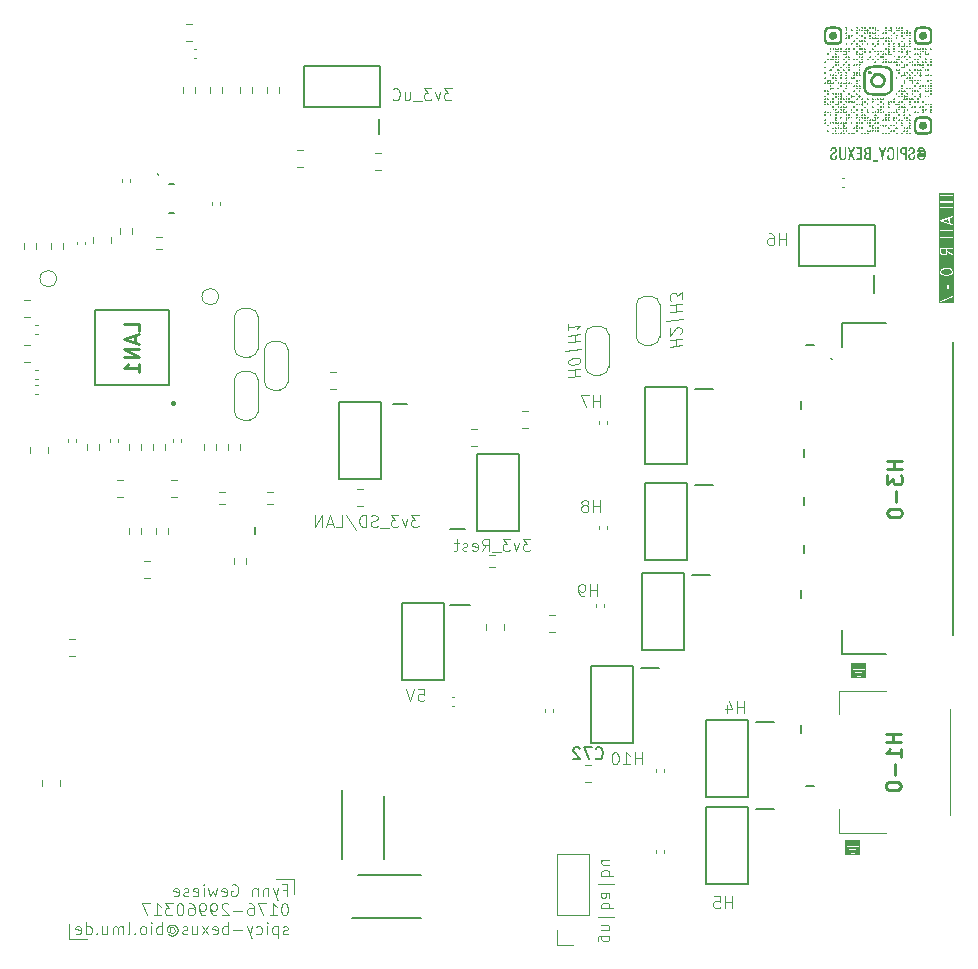
<source format=gbr>
%TF.GenerationSoftware,KiCad,Pcbnew,8.0.0*%
%TF.CreationDate,2024-04-11T21:11:57+02:00*%
%TF.ProjectId,BalloonMotherboardV4,42616c6c-6f6f-46e4-9d6f-74686572626f,rev?*%
%TF.SameCoordinates,Original*%
%TF.FileFunction,Legend,Bot*%
%TF.FilePolarity,Positive*%
%FSLAX46Y46*%
G04 Gerber Fmt 4.6, Leading zero omitted, Abs format (unit mm)*
G04 Created by KiCad (PCBNEW 8.0.0) date 2024-04-11 21:11:57*
%MOMM*%
%LPD*%
G01*
G04 APERTURE LIST*
%ADD10C,0.100000*%
%ADD11C,0.125000*%
%ADD12C,0.150000*%
%ADD13C,0.254000*%
%ADD14C,0.120000*%
%ADD15C,0.000000*%
%ADD16C,0.200000*%
%ADD17C,0.250000*%
G04 APERTURE END LIST*
D10*
X29718000Y-113030000D02*
X29718000Y-114300000D01*
X31242000Y-114300000D02*
X29718000Y-114300000D01*
X48768000Y-110490000D02*
X48768000Y-109220000D01*
X47244000Y-109220000D02*
X48768000Y-109220000D01*
X47876782Y-110174721D02*
X48210115Y-110174721D01*
X48210115Y-110698531D02*
X48210115Y-109698531D01*
X48210115Y-109698531D02*
X47733925Y-109698531D01*
X47448210Y-110031864D02*
X47210115Y-110698531D01*
X46972020Y-110031864D02*
X47210115Y-110698531D01*
X47210115Y-110698531D02*
X47305353Y-110936626D01*
X47305353Y-110936626D02*
X47352972Y-110984245D01*
X47352972Y-110984245D02*
X47448210Y-111031864D01*
X46591067Y-110031864D02*
X46591067Y-110698531D01*
X46591067Y-110127102D02*
X46543448Y-110079483D01*
X46543448Y-110079483D02*
X46448210Y-110031864D01*
X46448210Y-110031864D02*
X46305353Y-110031864D01*
X46305353Y-110031864D02*
X46210115Y-110079483D01*
X46210115Y-110079483D02*
X46162496Y-110174721D01*
X46162496Y-110174721D02*
X46162496Y-110698531D01*
X45686305Y-110031864D02*
X45686305Y-110698531D01*
X45686305Y-110127102D02*
X45638686Y-110079483D01*
X45638686Y-110079483D02*
X45543448Y-110031864D01*
X45543448Y-110031864D02*
X45400591Y-110031864D01*
X45400591Y-110031864D02*
X45305353Y-110079483D01*
X45305353Y-110079483D02*
X45257734Y-110174721D01*
X45257734Y-110174721D02*
X45257734Y-110698531D01*
X43495829Y-109746150D02*
X43591067Y-109698531D01*
X43591067Y-109698531D02*
X43733924Y-109698531D01*
X43733924Y-109698531D02*
X43876781Y-109746150D01*
X43876781Y-109746150D02*
X43972019Y-109841388D01*
X43972019Y-109841388D02*
X44019638Y-109936626D01*
X44019638Y-109936626D02*
X44067257Y-110127102D01*
X44067257Y-110127102D02*
X44067257Y-110269959D01*
X44067257Y-110269959D02*
X44019638Y-110460435D01*
X44019638Y-110460435D02*
X43972019Y-110555673D01*
X43972019Y-110555673D02*
X43876781Y-110650912D01*
X43876781Y-110650912D02*
X43733924Y-110698531D01*
X43733924Y-110698531D02*
X43638686Y-110698531D01*
X43638686Y-110698531D02*
X43495829Y-110650912D01*
X43495829Y-110650912D02*
X43448210Y-110603292D01*
X43448210Y-110603292D02*
X43448210Y-110269959D01*
X43448210Y-110269959D02*
X43638686Y-110269959D01*
X42638686Y-110650912D02*
X42733924Y-110698531D01*
X42733924Y-110698531D02*
X42924400Y-110698531D01*
X42924400Y-110698531D02*
X43019638Y-110650912D01*
X43019638Y-110650912D02*
X43067257Y-110555673D01*
X43067257Y-110555673D02*
X43067257Y-110174721D01*
X43067257Y-110174721D02*
X43019638Y-110079483D01*
X43019638Y-110079483D02*
X42924400Y-110031864D01*
X42924400Y-110031864D02*
X42733924Y-110031864D01*
X42733924Y-110031864D02*
X42638686Y-110079483D01*
X42638686Y-110079483D02*
X42591067Y-110174721D01*
X42591067Y-110174721D02*
X42591067Y-110269959D01*
X42591067Y-110269959D02*
X43067257Y-110365197D01*
X42257733Y-110031864D02*
X42067257Y-110698531D01*
X42067257Y-110698531D02*
X41876781Y-110222340D01*
X41876781Y-110222340D02*
X41686305Y-110698531D01*
X41686305Y-110698531D02*
X41495829Y-110031864D01*
X41114876Y-110698531D02*
X41114876Y-110031864D01*
X41114876Y-109698531D02*
X41162495Y-109746150D01*
X41162495Y-109746150D02*
X41114876Y-109793769D01*
X41114876Y-109793769D02*
X41067257Y-109746150D01*
X41067257Y-109746150D02*
X41114876Y-109698531D01*
X41114876Y-109698531D02*
X41114876Y-109793769D01*
X40257734Y-110650912D02*
X40352972Y-110698531D01*
X40352972Y-110698531D02*
X40543448Y-110698531D01*
X40543448Y-110698531D02*
X40638686Y-110650912D01*
X40638686Y-110650912D02*
X40686305Y-110555673D01*
X40686305Y-110555673D02*
X40686305Y-110174721D01*
X40686305Y-110174721D02*
X40638686Y-110079483D01*
X40638686Y-110079483D02*
X40543448Y-110031864D01*
X40543448Y-110031864D02*
X40352972Y-110031864D01*
X40352972Y-110031864D02*
X40257734Y-110079483D01*
X40257734Y-110079483D02*
X40210115Y-110174721D01*
X40210115Y-110174721D02*
X40210115Y-110269959D01*
X40210115Y-110269959D02*
X40686305Y-110365197D01*
X39829162Y-110650912D02*
X39733924Y-110698531D01*
X39733924Y-110698531D02*
X39543448Y-110698531D01*
X39543448Y-110698531D02*
X39448210Y-110650912D01*
X39448210Y-110650912D02*
X39400591Y-110555673D01*
X39400591Y-110555673D02*
X39400591Y-110508054D01*
X39400591Y-110508054D02*
X39448210Y-110412816D01*
X39448210Y-110412816D02*
X39543448Y-110365197D01*
X39543448Y-110365197D02*
X39686305Y-110365197D01*
X39686305Y-110365197D02*
X39781543Y-110317578D01*
X39781543Y-110317578D02*
X39829162Y-110222340D01*
X39829162Y-110222340D02*
X39829162Y-110174721D01*
X39829162Y-110174721D02*
X39781543Y-110079483D01*
X39781543Y-110079483D02*
X39686305Y-110031864D01*
X39686305Y-110031864D02*
X39543448Y-110031864D01*
X39543448Y-110031864D02*
X39448210Y-110079483D01*
X38591067Y-110650912D02*
X38686305Y-110698531D01*
X38686305Y-110698531D02*
X38876781Y-110698531D01*
X38876781Y-110698531D02*
X38972019Y-110650912D01*
X38972019Y-110650912D02*
X39019638Y-110555673D01*
X39019638Y-110555673D02*
X39019638Y-110174721D01*
X39019638Y-110174721D02*
X38972019Y-110079483D01*
X38972019Y-110079483D02*
X38876781Y-110031864D01*
X38876781Y-110031864D02*
X38686305Y-110031864D01*
X38686305Y-110031864D02*
X38591067Y-110079483D01*
X38591067Y-110079483D02*
X38543448Y-110174721D01*
X38543448Y-110174721D02*
X38543448Y-110269959D01*
X38543448Y-110269959D02*
X39019638Y-110365197D01*
X48019639Y-111308475D02*
X47924401Y-111308475D01*
X47924401Y-111308475D02*
X47829163Y-111356094D01*
X47829163Y-111356094D02*
X47781544Y-111403713D01*
X47781544Y-111403713D02*
X47733925Y-111498951D01*
X47733925Y-111498951D02*
X47686306Y-111689427D01*
X47686306Y-111689427D02*
X47686306Y-111927522D01*
X47686306Y-111927522D02*
X47733925Y-112117998D01*
X47733925Y-112117998D02*
X47781544Y-112213236D01*
X47781544Y-112213236D02*
X47829163Y-112260856D01*
X47829163Y-112260856D02*
X47924401Y-112308475D01*
X47924401Y-112308475D02*
X48019639Y-112308475D01*
X48019639Y-112308475D02*
X48114877Y-112260856D01*
X48114877Y-112260856D02*
X48162496Y-112213236D01*
X48162496Y-112213236D02*
X48210115Y-112117998D01*
X48210115Y-112117998D02*
X48257734Y-111927522D01*
X48257734Y-111927522D02*
X48257734Y-111689427D01*
X48257734Y-111689427D02*
X48210115Y-111498951D01*
X48210115Y-111498951D02*
X48162496Y-111403713D01*
X48162496Y-111403713D02*
X48114877Y-111356094D01*
X48114877Y-111356094D02*
X48019639Y-111308475D01*
X46733925Y-112308475D02*
X47305353Y-112308475D01*
X47019639Y-112308475D02*
X47019639Y-111308475D01*
X47019639Y-111308475D02*
X47114877Y-111451332D01*
X47114877Y-111451332D02*
X47210115Y-111546570D01*
X47210115Y-111546570D02*
X47305353Y-111594189D01*
X46400591Y-111308475D02*
X45733925Y-111308475D01*
X45733925Y-111308475D02*
X46162496Y-112308475D01*
X44924401Y-111308475D02*
X45114877Y-111308475D01*
X45114877Y-111308475D02*
X45210115Y-111356094D01*
X45210115Y-111356094D02*
X45257734Y-111403713D01*
X45257734Y-111403713D02*
X45352972Y-111546570D01*
X45352972Y-111546570D02*
X45400591Y-111737046D01*
X45400591Y-111737046D02*
X45400591Y-112117998D01*
X45400591Y-112117998D02*
X45352972Y-112213236D01*
X45352972Y-112213236D02*
X45305353Y-112260856D01*
X45305353Y-112260856D02*
X45210115Y-112308475D01*
X45210115Y-112308475D02*
X45019639Y-112308475D01*
X45019639Y-112308475D02*
X44924401Y-112260856D01*
X44924401Y-112260856D02*
X44876782Y-112213236D01*
X44876782Y-112213236D02*
X44829163Y-112117998D01*
X44829163Y-112117998D02*
X44829163Y-111879903D01*
X44829163Y-111879903D02*
X44876782Y-111784665D01*
X44876782Y-111784665D02*
X44924401Y-111737046D01*
X44924401Y-111737046D02*
X45019639Y-111689427D01*
X45019639Y-111689427D02*
X45210115Y-111689427D01*
X45210115Y-111689427D02*
X45305353Y-111737046D01*
X45305353Y-111737046D02*
X45352972Y-111784665D01*
X45352972Y-111784665D02*
X45400591Y-111879903D01*
X44400591Y-111927522D02*
X43638687Y-111927522D01*
X43210115Y-111403713D02*
X43162496Y-111356094D01*
X43162496Y-111356094D02*
X43067258Y-111308475D01*
X43067258Y-111308475D02*
X42829163Y-111308475D01*
X42829163Y-111308475D02*
X42733925Y-111356094D01*
X42733925Y-111356094D02*
X42686306Y-111403713D01*
X42686306Y-111403713D02*
X42638687Y-111498951D01*
X42638687Y-111498951D02*
X42638687Y-111594189D01*
X42638687Y-111594189D02*
X42686306Y-111737046D01*
X42686306Y-111737046D02*
X43257734Y-112308475D01*
X43257734Y-112308475D02*
X42638687Y-112308475D01*
X42162496Y-112308475D02*
X41972020Y-112308475D01*
X41972020Y-112308475D02*
X41876782Y-112260856D01*
X41876782Y-112260856D02*
X41829163Y-112213236D01*
X41829163Y-112213236D02*
X41733925Y-112070379D01*
X41733925Y-112070379D02*
X41686306Y-111879903D01*
X41686306Y-111879903D02*
X41686306Y-111498951D01*
X41686306Y-111498951D02*
X41733925Y-111403713D01*
X41733925Y-111403713D02*
X41781544Y-111356094D01*
X41781544Y-111356094D02*
X41876782Y-111308475D01*
X41876782Y-111308475D02*
X42067258Y-111308475D01*
X42067258Y-111308475D02*
X42162496Y-111356094D01*
X42162496Y-111356094D02*
X42210115Y-111403713D01*
X42210115Y-111403713D02*
X42257734Y-111498951D01*
X42257734Y-111498951D02*
X42257734Y-111737046D01*
X42257734Y-111737046D02*
X42210115Y-111832284D01*
X42210115Y-111832284D02*
X42162496Y-111879903D01*
X42162496Y-111879903D02*
X42067258Y-111927522D01*
X42067258Y-111927522D02*
X41876782Y-111927522D01*
X41876782Y-111927522D02*
X41781544Y-111879903D01*
X41781544Y-111879903D02*
X41733925Y-111832284D01*
X41733925Y-111832284D02*
X41686306Y-111737046D01*
X41210115Y-112308475D02*
X41019639Y-112308475D01*
X41019639Y-112308475D02*
X40924401Y-112260856D01*
X40924401Y-112260856D02*
X40876782Y-112213236D01*
X40876782Y-112213236D02*
X40781544Y-112070379D01*
X40781544Y-112070379D02*
X40733925Y-111879903D01*
X40733925Y-111879903D02*
X40733925Y-111498951D01*
X40733925Y-111498951D02*
X40781544Y-111403713D01*
X40781544Y-111403713D02*
X40829163Y-111356094D01*
X40829163Y-111356094D02*
X40924401Y-111308475D01*
X40924401Y-111308475D02*
X41114877Y-111308475D01*
X41114877Y-111308475D02*
X41210115Y-111356094D01*
X41210115Y-111356094D02*
X41257734Y-111403713D01*
X41257734Y-111403713D02*
X41305353Y-111498951D01*
X41305353Y-111498951D02*
X41305353Y-111737046D01*
X41305353Y-111737046D02*
X41257734Y-111832284D01*
X41257734Y-111832284D02*
X41210115Y-111879903D01*
X41210115Y-111879903D02*
X41114877Y-111927522D01*
X41114877Y-111927522D02*
X40924401Y-111927522D01*
X40924401Y-111927522D02*
X40829163Y-111879903D01*
X40829163Y-111879903D02*
X40781544Y-111832284D01*
X40781544Y-111832284D02*
X40733925Y-111737046D01*
X39876782Y-111308475D02*
X40067258Y-111308475D01*
X40067258Y-111308475D02*
X40162496Y-111356094D01*
X40162496Y-111356094D02*
X40210115Y-111403713D01*
X40210115Y-111403713D02*
X40305353Y-111546570D01*
X40305353Y-111546570D02*
X40352972Y-111737046D01*
X40352972Y-111737046D02*
X40352972Y-112117998D01*
X40352972Y-112117998D02*
X40305353Y-112213236D01*
X40305353Y-112213236D02*
X40257734Y-112260856D01*
X40257734Y-112260856D02*
X40162496Y-112308475D01*
X40162496Y-112308475D02*
X39972020Y-112308475D01*
X39972020Y-112308475D02*
X39876782Y-112260856D01*
X39876782Y-112260856D02*
X39829163Y-112213236D01*
X39829163Y-112213236D02*
X39781544Y-112117998D01*
X39781544Y-112117998D02*
X39781544Y-111879903D01*
X39781544Y-111879903D02*
X39829163Y-111784665D01*
X39829163Y-111784665D02*
X39876782Y-111737046D01*
X39876782Y-111737046D02*
X39972020Y-111689427D01*
X39972020Y-111689427D02*
X40162496Y-111689427D01*
X40162496Y-111689427D02*
X40257734Y-111737046D01*
X40257734Y-111737046D02*
X40305353Y-111784665D01*
X40305353Y-111784665D02*
X40352972Y-111879903D01*
X39162496Y-111308475D02*
X39067258Y-111308475D01*
X39067258Y-111308475D02*
X38972020Y-111356094D01*
X38972020Y-111356094D02*
X38924401Y-111403713D01*
X38924401Y-111403713D02*
X38876782Y-111498951D01*
X38876782Y-111498951D02*
X38829163Y-111689427D01*
X38829163Y-111689427D02*
X38829163Y-111927522D01*
X38829163Y-111927522D02*
X38876782Y-112117998D01*
X38876782Y-112117998D02*
X38924401Y-112213236D01*
X38924401Y-112213236D02*
X38972020Y-112260856D01*
X38972020Y-112260856D02*
X39067258Y-112308475D01*
X39067258Y-112308475D02*
X39162496Y-112308475D01*
X39162496Y-112308475D02*
X39257734Y-112260856D01*
X39257734Y-112260856D02*
X39305353Y-112213236D01*
X39305353Y-112213236D02*
X39352972Y-112117998D01*
X39352972Y-112117998D02*
X39400591Y-111927522D01*
X39400591Y-111927522D02*
X39400591Y-111689427D01*
X39400591Y-111689427D02*
X39352972Y-111498951D01*
X39352972Y-111498951D02*
X39305353Y-111403713D01*
X39305353Y-111403713D02*
X39257734Y-111356094D01*
X39257734Y-111356094D02*
X39162496Y-111308475D01*
X38495829Y-111308475D02*
X37876782Y-111308475D01*
X37876782Y-111308475D02*
X38210115Y-111689427D01*
X38210115Y-111689427D02*
X38067258Y-111689427D01*
X38067258Y-111689427D02*
X37972020Y-111737046D01*
X37972020Y-111737046D02*
X37924401Y-111784665D01*
X37924401Y-111784665D02*
X37876782Y-111879903D01*
X37876782Y-111879903D02*
X37876782Y-112117998D01*
X37876782Y-112117998D02*
X37924401Y-112213236D01*
X37924401Y-112213236D02*
X37972020Y-112260856D01*
X37972020Y-112260856D02*
X38067258Y-112308475D01*
X38067258Y-112308475D02*
X38352972Y-112308475D01*
X38352972Y-112308475D02*
X38448210Y-112260856D01*
X38448210Y-112260856D02*
X38495829Y-112213236D01*
X36924401Y-112308475D02*
X37495829Y-112308475D01*
X37210115Y-112308475D02*
X37210115Y-111308475D01*
X37210115Y-111308475D02*
X37305353Y-111451332D01*
X37305353Y-111451332D02*
X37400591Y-111546570D01*
X37400591Y-111546570D02*
X37495829Y-111594189D01*
X36591067Y-111308475D02*
X35924401Y-111308475D01*
X35924401Y-111308475D02*
X36352972Y-112308475D01*
X48257734Y-113870800D02*
X48162496Y-113918419D01*
X48162496Y-113918419D02*
X47972020Y-113918419D01*
X47972020Y-113918419D02*
X47876782Y-113870800D01*
X47876782Y-113870800D02*
X47829163Y-113775561D01*
X47829163Y-113775561D02*
X47829163Y-113727942D01*
X47829163Y-113727942D02*
X47876782Y-113632704D01*
X47876782Y-113632704D02*
X47972020Y-113585085D01*
X47972020Y-113585085D02*
X48114877Y-113585085D01*
X48114877Y-113585085D02*
X48210115Y-113537466D01*
X48210115Y-113537466D02*
X48257734Y-113442228D01*
X48257734Y-113442228D02*
X48257734Y-113394609D01*
X48257734Y-113394609D02*
X48210115Y-113299371D01*
X48210115Y-113299371D02*
X48114877Y-113251752D01*
X48114877Y-113251752D02*
X47972020Y-113251752D01*
X47972020Y-113251752D02*
X47876782Y-113299371D01*
X47400591Y-113251752D02*
X47400591Y-114251752D01*
X47400591Y-113299371D02*
X47305353Y-113251752D01*
X47305353Y-113251752D02*
X47114877Y-113251752D01*
X47114877Y-113251752D02*
X47019639Y-113299371D01*
X47019639Y-113299371D02*
X46972020Y-113346990D01*
X46972020Y-113346990D02*
X46924401Y-113442228D01*
X46924401Y-113442228D02*
X46924401Y-113727942D01*
X46924401Y-113727942D02*
X46972020Y-113823180D01*
X46972020Y-113823180D02*
X47019639Y-113870800D01*
X47019639Y-113870800D02*
X47114877Y-113918419D01*
X47114877Y-113918419D02*
X47305353Y-113918419D01*
X47305353Y-113918419D02*
X47400591Y-113870800D01*
X46495829Y-113918419D02*
X46495829Y-113251752D01*
X46495829Y-112918419D02*
X46543448Y-112966038D01*
X46543448Y-112966038D02*
X46495829Y-113013657D01*
X46495829Y-113013657D02*
X46448210Y-112966038D01*
X46448210Y-112966038D02*
X46495829Y-112918419D01*
X46495829Y-112918419D02*
X46495829Y-113013657D01*
X45591068Y-113870800D02*
X45686306Y-113918419D01*
X45686306Y-113918419D02*
X45876782Y-113918419D01*
X45876782Y-113918419D02*
X45972020Y-113870800D01*
X45972020Y-113870800D02*
X46019639Y-113823180D01*
X46019639Y-113823180D02*
X46067258Y-113727942D01*
X46067258Y-113727942D02*
X46067258Y-113442228D01*
X46067258Y-113442228D02*
X46019639Y-113346990D01*
X46019639Y-113346990D02*
X45972020Y-113299371D01*
X45972020Y-113299371D02*
X45876782Y-113251752D01*
X45876782Y-113251752D02*
X45686306Y-113251752D01*
X45686306Y-113251752D02*
X45591068Y-113299371D01*
X45257734Y-113251752D02*
X45019639Y-113918419D01*
X44781544Y-113251752D02*
X45019639Y-113918419D01*
X45019639Y-113918419D02*
X45114877Y-114156514D01*
X45114877Y-114156514D02*
X45162496Y-114204133D01*
X45162496Y-114204133D02*
X45257734Y-114251752D01*
X44400591Y-113537466D02*
X43638687Y-113537466D01*
X43162496Y-113918419D02*
X43162496Y-112918419D01*
X43162496Y-113299371D02*
X43067258Y-113251752D01*
X43067258Y-113251752D02*
X42876782Y-113251752D01*
X42876782Y-113251752D02*
X42781544Y-113299371D01*
X42781544Y-113299371D02*
X42733925Y-113346990D01*
X42733925Y-113346990D02*
X42686306Y-113442228D01*
X42686306Y-113442228D02*
X42686306Y-113727942D01*
X42686306Y-113727942D02*
X42733925Y-113823180D01*
X42733925Y-113823180D02*
X42781544Y-113870800D01*
X42781544Y-113870800D02*
X42876782Y-113918419D01*
X42876782Y-113918419D02*
X43067258Y-113918419D01*
X43067258Y-113918419D02*
X43162496Y-113870800D01*
X41876782Y-113870800D02*
X41972020Y-113918419D01*
X41972020Y-113918419D02*
X42162496Y-113918419D01*
X42162496Y-113918419D02*
X42257734Y-113870800D01*
X42257734Y-113870800D02*
X42305353Y-113775561D01*
X42305353Y-113775561D02*
X42305353Y-113394609D01*
X42305353Y-113394609D02*
X42257734Y-113299371D01*
X42257734Y-113299371D02*
X42162496Y-113251752D01*
X42162496Y-113251752D02*
X41972020Y-113251752D01*
X41972020Y-113251752D02*
X41876782Y-113299371D01*
X41876782Y-113299371D02*
X41829163Y-113394609D01*
X41829163Y-113394609D02*
X41829163Y-113489847D01*
X41829163Y-113489847D02*
X42305353Y-113585085D01*
X41495829Y-113918419D02*
X40972020Y-113251752D01*
X41495829Y-113251752D02*
X40972020Y-113918419D01*
X40162496Y-113251752D02*
X40162496Y-113918419D01*
X40591067Y-113251752D02*
X40591067Y-113775561D01*
X40591067Y-113775561D02*
X40543448Y-113870800D01*
X40543448Y-113870800D02*
X40448210Y-113918419D01*
X40448210Y-113918419D02*
X40305353Y-113918419D01*
X40305353Y-113918419D02*
X40210115Y-113870800D01*
X40210115Y-113870800D02*
X40162496Y-113823180D01*
X39733924Y-113870800D02*
X39638686Y-113918419D01*
X39638686Y-113918419D02*
X39448210Y-113918419D01*
X39448210Y-113918419D02*
X39352972Y-113870800D01*
X39352972Y-113870800D02*
X39305353Y-113775561D01*
X39305353Y-113775561D02*
X39305353Y-113727942D01*
X39305353Y-113727942D02*
X39352972Y-113632704D01*
X39352972Y-113632704D02*
X39448210Y-113585085D01*
X39448210Y-113585085D02*
X39591067Y-113585085D01*
X39591067Y-113585085D02*
X39686305Y-113537466D01*
X39686305Y-113537466D02*
X39733924Y-113442228D01*
X39733924Y-113442228D02*
X39733924Y-113394609D01*
X39733924Y-113394609D02*
X39686305Y-113299371D01*
X39686305Y-113299371D02*
X39591067Y-113251752D01*
X39591067Y-113251752D02*
X39448210Y-113251752D01*
X39448210Y-113251752D02*
X39352972Y-113299371D01*
X38257734Y-113442228D02*
X38305353Y-113394609D01*
X38305353Y-113394609D02*
X38400591Y-113346990D01*
X38400591Y-113346990D02*
X38495829Y-113346990D01*
X38495829Y-113346990D02*
X38591067Y-113394609D01*
X38591067Y-113394609D02*
X38638686Y-113442228D01*
X38638686Y-113442228D02*
X38686305Y-113537466D01*
X38686305Y-113537466D02*
X38686305Y-113632704D01*
X38686305Y-113632704D02*
X38638686Y-113727942D01*
X38638686Y-113727942D02*
X38591067Y-113775561D01*
X38591067Y-113775561D02*
X38495829Y-113823180D01*
X38495829Y-113823180D02*
X38400591Y-113823180D01*
X38400591Y-113823180D02*
X38305353Y-113775561D01*
X38305353Y-113775561D02*
X38257734Y-113727942D01*
X38257734Y-113346990D02*
X38257734Y-113727942D01*
X38257734Y-113727942D02*
X38210115Y-113775561D01*
X38210115Y-113775561D02*
X38162496Y-113775561D01*
X38162496Y-113775561D02*
X38067257Y-113727942D01*
X38067257Y-113727942D02*
X38019638Y-113632704D01*
X38019638Y-113632704D02*
X38019638Y-113394609D01*
X38019638Y-113394609D02*
X38114877Y-113251752D01*
X38114877Y-113251752D02*
X38257734Y-113156514D01*
X38257734Y-113156514D02*
X38448210Y-113108895D01*
X38448210Y-113108895D02*
X38638686Y-113156514D01*
X38638686Y-113156514D02*
X38781543Y-113251752D01*
X38781543Y-113251752D02*
X38876781Y-113394609D01*
X38876781Y-113394609D02*
X38924400Y-113585085D01*
X38924400Y-113585085D02*
X38876781Y-113775561D01*
X38876781Y-113775561D02*
X38781543Y-113918419D01*
X38781543Y-113918419D02*
X38638686Y-114013657D01*
X38638686Y-114013657D02*
X38448210Y-114061276D01*
X38448210Y-114061276D02*
X38257734Y-114013657D01*
X38257734Y-114013657D02*
X38114877Y-113918419D01*
X37591067Y-113918419D02*
X37591067Y-112918419D01*
X37591067Y-113299371D02*
X37495829Y-113251752D01*
X37495829Y-113251752D02*
X37305353Y-113251752D01*
X37305353Y-113251752D02*
X37210115Y-113299371D01*
X37210115Y-113299371D02*
X37162496Y-113346990D01*
X37162496Y-113346990D02*
X37114877Y-113442228D01*
X37114877Y-113442228D02*
X37114877Y-113727942D01*
X37114877Y-113727942D02*
X37162496Y-113823180D01*
X37162496Y-113823180D02*
X37210115Y-113870800D01*
X37210115Y-113870800D02*
X37305353Y-113918419D01*
X37305353Y-113918419D02*
X37495829Y-113918419D01*
X37495829Y-113918419D02*
X37591067Y-113870800D01*
X36686305Y-113918419D02*
X36686305Y-113251752D01*
X36686305Y-112918419D02*
X36733924Y-112966038D01*
X36733924Y-112966038D02*
X36686305Y-113013657D01*
X36686305Y-113013657D02*
X36638686Y-112966038D01*
X36638686Y-112966038D02*
X36686305Y-112918419D01*
X36686305Y-112918419D02*
X36686305Y-113013657D01*
X36067258Y-113918419D02*
X36162496Y-113870800D01*
X36162496Y-113870800D02*
X36210115Y-113823180D01*
X36210115Y-113823180D02*
X36257734Y-113727942D01*
X36257734Y-113727942D02*
X36257734Y-113442228D01*
X36257734Y-113442228D02*
X36210115Y-113346990D01*
X36210115Y-113346990D02*
X36162496Y-113299371D01*
X36162496Y-113299371D02*
X36067258Y-113251752D01*
X36067258Y-113251752D02*
X35924401Y-113251752D01*
X35924401Y-113251752D02*
X35829163Y-113299371D01*
X35829163Y-113299371D02*
X35781544Y-113346990D01*
X35781544Y-113346990D02*
X35733925Y-113442228D01*
X35733925Y-113442228D02*
X35733925Y-113727942D01*
X35733925Y-113727942D02*
X35781544Y-113823180D01*
X35781544Y-113823180D02*
X35829163Y-113870800D01*
X35829163Y-113870800D02*
X35924401Y-113918419D01*
X35924401Y-113918419D02*
X36067258Y-113918419D01*
X35305353Y-113823180D02*
X35257734Y-113870800D01*
X35257734Y-113870800D02*
X35305353Y-113918419D01*
X35305353Y-113918419D02*
X35352972Y-113870800D01*
X35352972Y-113870800D02*
X35305353Y-113823180D01*
X35305353Y-113823180D02*
X35305353Y-113918419D01*
X34686306Y-113918419D02*
X34781544Y-113870800D01*
X34781544Y-113870800D02*
X34829163Y-113775561D01*
X34829163Y-113775561D02*
X34829163Y-112918419D01*
X34305353Y-113918419D02*
X34305353Y-113251752D01*
X34305353Y-113346990D02*
X34257734Y-113299371D01*
X34257734Y-113299371D02*
X34162496Y-113251752D01*
X34162496Y-113251752D02*
X34019639Y-113251752D01*
X34019639Y-113251752D02*
X33924401Y-113299371D01*
X33924401Y-113299371D02*
X33876782Y-113394609D01*
X33876782Y-113394609D02*
X33876782Y-113918419D01*
X33876782Y-113394609D02*
X33829163Y-113299371D01*
X33829163Y-113299371D02*
X33733925Y-113251752D01*
X33733925Y-113251752D02*
X33591068Y-113251752D01*
X33591068Y-113251752D02*
X33495829Y-113299371D01*
X33495829Y-113299371D02*
X33448210Y-113394609D01*
X33448210Y-113394609D02*
X33448210Y-113918419D01*
X32543449Y-113251752D02*
X32543449Y-113918419D01*
X32972020Y-113251752D02*
X32972020Y-113775561D01*
X32972020Y-113775561D02*
X32924401Y-113870800D01*
X32924401Y-113870800D02*
X32829163Y-113918419D01*
X32829163Y-113918419D02*
X32686306Y-113918419D01*
X32686306Y-113918419D02*
X32591068Y-113870800D01*
X32591068Y-113870800D02*
X32543449Y-113823180D01*
X32067258Y-113823180D02*
X32019639Y-113870800D01*
X32019639Y-113870800D02*
X32067258Y-113918419D01*
X32067258Y-113918419D02*
X32114877Y-113870800D01*
X32114877Y-113870800D02*
X32067258Y-113823180D01*
X32067258Y-113823180D02*
X32067258Y-113918419D01*
X31162497Y-113918419D02*
X31162497Y-112918419D01*
X31162497Y-113870800D02*
X31257735Y-113918419D01*
X31257735Y-113918419D02*
X31448211Y-113918419D01*
X31448211Y-113918419D02*
X31543449Y-113870800D01*
X31543449Y-113870800D02*
X31591068Y-113823180D01*
X31591068Y-113823180D02*
X31638687Y-113727942D01*
X31638687Y-113727942D02*
X31638687Y-113442228D01*
X31638687Y-113442228D02*
X31591068Y-113346990D01*
X31591068Y-113346990D02*
X31543449Y-113299371D01*
X31543449Y-113299371D02*
X31448211Y-113251752D01*
X31448211Y-113251752D02*
X31257735Y-113251752D01*
X31257735Y-113251752D02*
X31162497Y-113299371D01*
X30305354Y-113870800D02*
X30400592Y-113918419D01*
X30400592Y-113918419D02*
X30591068Y-113918419D01*
X30591068Y-113918419D02*
X30686306Y-113870800D01*
X30686306Y-113870800D02*
X30733925Y-113775561D01*
X30733925Y-113775561D02*
X30733925Y-113394609D01*
X30733925Y-113394609D02*
X30686306Y-113299371D01*
X30686306Y-113299371D02*
X30591068Y-113251752D01*
X30591068Y-113251752D02*
X30400592Y-113251752D01*
X30400592Y-113251752D02*
X30305354Y-113299371D01*
X30305354Y-113299371D02*
X30257735Y-113394609D01*
X30257735Y-113394609D02*
X30257735Y-113489847D01*
X30257735Y-113489847D02*
X30733925Y-113585085D01*
X68788021Y-80469419D02*
X68168974Y-80469419D01*
X68168974Y-80469419D02*
X68502307Y-80850371D01*
X68502307Y-80850371D02*
X68359450Y-80850371D01*
X68359450Y-80850371D02*
X68264212Y-80897990D01*
X68264212Y-80897990D02*
X68216593Y-80945609D01*
X68216593Y-80945609D02*
X68168974Y-81040847D01*
X68168974Y-81040847D02*
X68168974Y-81278942D01*
X68168974Y-81278942D02*
X68216593Y-81374180D01*
X68216593Y-81374180D02*
X68264212Y-81421800D01*
X68264212Y-81421800D02*
X68359450Y-81469419D01*
X68359450Y-81469419D02*
X68645164Y-81469419D01*
X68645164Y-81469419D02*
X68740402Y-81421800D01*
X68740402Y-81421800D02*
X68788021Y-81374180D01*
X67835640Y-80802752D02*
X67597545Y-81469419D01*
X67597545Y-81469419D02*
X67359450Y-80802752D01*
X67073735Y-80469419D02*
X66454688Y-80469419D01*
X66454688Y-80469419D02*
X66788021Y-80850371D01*
X66788021Y-80850371D02*
X66645164Y-80850371D01*
X66645164Y-80850371D02*
X66549926Y-80897990D01*
X66549926Y-80897990D02*
X66502307Y-80945609D01*
X66502307Y-80945609D02*
X66454688Y-81040847D01*
X66454688Y-81040847D02*
X66454688Y-81278942D01*
X66454688Y-81278942D02*
X66502307Y-81374180D01*
X66502307Y-81374180D02*
X66549926Y-81421800D01*
X66549926Y-81421800D02*
X66645164Y-81469419D01*
X66645164Y-81469419D02*
X66930878Y-81469419D01*
X66930878Y-81469419D02*
X67026116Y-81421800D01*
X67026116Y-81421800D02*
X67073735Y-81374180D01*
X66264212Y-81564657D02*
X65502307Y-81564657D01*
X64692783Y-81469419D02*
X65026116Y-80993228D01*
X65264211Y-81469419D02*
X65264211Y-80469419D01*
X65264211Y-80469419D02*
X64883259Y-80469419D01*
X64883259Y-80469419D02*
X64788021Y-80517038D01*
X64788021Y-80517038D02*
X64740402Y-80564657D01*
X64740402Y-80564657D02*
X64692783Y-80659895D01*
X64692783Y-80659895D02*
X64692783Y-80802752D01*
X64692783Y-80802752D02*
X64740402Y-80897990D01*
X64740402Y-80897990D02*
X64788021Y-80945609D01*
X64788021Y-80945609D02*
X64883259Y-80993228D01*
X64883259Y-80993228D02*
X65264211Y-80993228D01*
X63883259Y-81421800D02*
X63978497Y-81469419D01*
X63978497Y-81469419D02*
X64168973Y-81469419D01*
X64168973Y-81469419D02*
X64264211Y-81421800D01*
X64264211Y-81421800D02*
X64311830Y-81326561D01*
X64311830Y-81326561D02*
X64311830Y-80945609D01*
X64311830Y-80945609D02*
X64264211Y-80850371D01*
X64264211Y-80850371D02*
X64168973Y-80802752D01*
X64168973Y-80802752D02*
X63978497Y-80802752D01*
X63978497Y-80802752D02*
X63883259Y-80850371D01*
X63883259Y-80850371D02*
X63835640Y-80945609D01*
X63835640Y-80945609D02*
X63835640Y-81040847D01*
X63835640Y-81040847D02*
X64311830Y-81136085D01*
X63454687Y-81421800D02*
X63359449Y-81469419D01*
X63359449Y-81469419D02*
X63168973Y-81469419D01*
X63168973Y-81469419D02*
X63073735Y-81421800D01*
X63073735Y-81421800D02*
X63026116Y-81326561D01*
X63026116Y-81326561D02*
X63026116Y-81278942D01*
X63026116Y-81278942D02*
X63073735Y-81183704D01*
X63073735Y-81183704D02*
X63168973Y-81136085D01*
X63168973Y-81136085D02*
X63311830Y-81136085D01*
X63311830Y-81136085D02*
X63407068Y-81088466D01*
X63407068Y-81088466D02*
X63454687Y-80993228D01*
X63454687Y-80993228D02*
X63454687Y-80945609D01*
X63454687Y-80945609D02*
X63407068Y-80850371D01*
X63407068Y-80850371D02*
X63311830Y-80802752D01*
X63311830Y-80802752D02*
X63168973Y-80802752D01*
X63168973Y-80802752D02*
X63073735Y-80850371D01*
X62740401Y-80802752D02*
X62359449Y-80802752D01*
X62597544Y-80469419D02*
X62597544Y-81326561D01*
X62597544Y-81326561D02*
X62549925Y-81421800D01*
X62549925Y-81421800D02*
X62454687Y-81469419D01*
X62454687Y-81469419D02*
X62359449Y-81469419D01*
X62120687Y-42306419D02*
X61501640Y-42306419D01*
X61501640Y-42306419D02*
X61834973Y-42687371D01*
X61834973Y-42687371D02*
X61692116Y-42687371D01*
X61692116Y-42687371D02*
X61596878Y-42734990D01*
X61596878Y-42734990D02*
X61549259Y-42782609D01*
X61549259Y-42782609D02*
X61501640Y-42877847D01*
X61501640Y-42877847D02*
X61501640Y-43115942D01*
X61501640Y-43115942D02*
X61549259Y-43211180D01*
X61549259Y-43211180D02*
X61596878Y-43258800D01*
X61596878Y-43258800D02*
X61692116Y-43306419D01*
X61692116Y-43306419D02*
X61977830Y-43306419D01*
X61977830Y-43306419D02*
X62073068Y-43258800D01*
X62073068Y-43258800D02*
X62120687Y-43211180D01*
X61168306Y-42639752D02*
X60930211Y-43306419D01*
X60930211Y-43306419D02*
X60692116Y-42639752D01*
X60406401Y-42306419D02*
X59787354Y-42306419D01*
X59787354Y-42306419D02*
X60120687Y-42687371D01*
X60120687Y-42687371D02*
X59977830Y-42687371D01*
X59977830Y-42687371D02*
X59882592Y-42734990D01*
X59882592Y-42734990D02*
X59834973Y-42782609D01*
X59834973Y-42782609D02*
X59787354Y-42877847D01*
X59787354Y-42877847D02*
X59787354Y-43115942D01*
X59787354Y-43115942D02*
X59834973Y-43211180D01*
X59834973Y-43211180D02*
X59882592Y-43258800D01*
X59882592Y-43258800D02*
X59977830Y-43306419D01*
X59977830Y-43306419D02*
X60263544Y-43306419D01*
X60263544Y-43306419D02*
X60358782Y-43258800D01*
X60358782Y-43258800D02*
X60406401Y-43211180D01*
X59596878Y-43401657D02*
X58834973Y-43401657D01*
X58168306Y-42639752D02*
X58168306Y-43306419D01*
X58596877Y-42639752D02*
X58596877Y-43163561D01*
X58596877Y-43163561D02*
X58549258Y-43258800D01*
X58549258Y-43258800D02*
X58454020Y-43306419D01*
X58454020Y-43306419D02*
X58311163Y-43306419D01*
X58311163Y-43306419D02*
X58215925Y-43258800D01*
X58215925Y-43258800D02*
X58168306Y-43211180D01*
X57120687Y-43211180D02*
X57168306Y-43258800D01*
X57168306Y-43258800D02*
X57311163Y-43306419D01*
X57311163Y-43306419D02*
X57406401Y-43306419D01*
X57406401Y-43306419D02*
X57549258Y-43258800D01*
X57549258Y-43258800D02*
X57644496Y-43163561D01*
X57644496Y-43163561D02*
X57692115Y-43068323D01*
X57692115Y-43068323D02*
X57739734Y-42877847D01*
X57739734Y-42877847D02*
X57739734Y-42734990D01*
X57739734Y-42734990D02*
X57692115Y-42544514D01*
X57692115Y-42544514D02*
X57644496Y-42449276D01*
X57644496Y-42449276D02*
X57549258Y-42354038D01*
X57549258Y-42354038D02*
X57406401Y-42306419D01*
X57406401Y-42306419D02*
X57311163Y-42306419D01*
X57311163Y-42306419D02*
X57168306Y-42354038D01*
X57168306Y-42354038D02*
X57120687Y-42401657D01*
X80582580Y-64194448D02*
X81582580Y-64069448D01*
X81106390Y-64128971D02*
X81106390Y-63557543D01*
X80582580Y-63623019D02*
X81582580Y-63498019D01*
X81487342Y-63081352D02*
X81534961Y-63027781D01*
X81534961Y-63027781D02*
X81582580Y-62926591D01*
X81582580Y-62926591D02*
X81582580Y-62688495D01*
X81582580Y-62688495D02*
X81534961Y-62599210D01*
X81534961Y-62599210D02*
X81487342Y-62557543D01*
X81487342Y-62557543D02*
X81392104Y-62521829D01*
X81392104Y-62521829D02*
X81296866Y-62533733D01*
X81296866Y-62533733D02*
X81154009Y-62599210D01*
X81154009Y-62599210D02*
X80582580Y-63242067D01*
X80582580Y-63242067D02*
X80582580Y-62623019D01*
X80249247Y-61998019D02*
X81677819Y-61819448D01*
X80582580Y-61242067D02*
X81582580Y-61117067D01*
X81106390Y-61176590D02*
X81106390Y-60605162D01*
X80582580Y-60670638D02*
X81582580Y-60545638D01*
X81582580Y-60164686D02*
X81582580Y-59545638D01*
X81582580Y-59545638D02*
X81201628Y-59926591D01*
X81201628Y-59926591D02*
X81201628Y-59783733D01*
X81201628Y-59783733D02*
X81154009Y-59694448D01*
X81154009Y-59694448D02*
X81106390Y-59652781D01*
X81106390Y-59652781D02*
X81011152Y-59617067D01*
X81011152Y-59617067D02*
X80773057Y-59646829D01*
X80773057Y-59646829D02*
X80677819Y-59706352D01*
X80677819Y-59706352D02*
X80630200Y-59759924D01*
X80630200Y-59759924D02*
X80582580Y-59861114D01*
X80582580Y-59861114D02*
X80582580Y-60146829D01*
X80582580Y-60146829D02*
X80630200Y-60236114D01*
X80630200Y-60236114D02*
X80677819Y-60277781D01*
G36*
X104127339Y-57596868D02*
G01*
X104303651Y-57637651D01*
X104307581Y-57640701D01*
X104389631Y-57678665D01*
X104389825Y-57678955D01*
X104428507Y-57714375D01*
X104470623Y-57792589D01*
X104473035Y-57865086D01*
X104437733Y-57941382D01*
X104437445Y-57941576D01*
X104402022Y-57980258D01*
X104321771Y-58023470D01*
X104317815Y-58023663D01*
X104143364Y-58070564D01*
X104139466Y-58069789D01*
X103917296Y-58073076D01*
X103913498Y-58071282D01*
X103737185Y-58030498D01*
X103733255Y-58027448D01*
X103651205Y-57989484D01*
X103651012Y-57989195D01*
X103612330Y-57953775D01*
X103570214Y-57875559D01*
X103567802Y-57803062D01*
X103603104Y-57726765D01*
X103603393Y-57726573D01*
X103638814Y-57687891D01*
X103719064Y-57644679D01*
X103723022Y-57644487D01*
X103897472Y-57597585D01*
X103901371Y-57598361D01*
X104123540Y-57595073D01*
X104127339Y-57596868D01*
G37*
G36*
X103996376Y-56059976D02*
G01*
X103995412Y-56061355D01*
X103996445Y-56067213D01*
X103997676Y-56196620D01*
X103961542Y-56274716D01*
X103961253Y-56274910D01*
X103925833Y-56313591D01*
X103847733Y-56355644D01*
X103728222Y-56358452D01*
X103651205Y-56322817D01*
X103651012Y-56322528D01*
X103612330Y-56287108D01*
X103570363Y-56209168D01*
X103567269Y-55883900D01*
X103994686Y-55882303D01*
X103996376Y-56059976D01*
G37*
G36*
X104187848Y-53671884D02*
G01*
X103672626Y-53502171D01*
X104185216Y-53329286D01*
X104187848Y-53671884D01*
G37*
G36*
X104681530Y-60518991D02*
G01*
X103359308Y-60518991D01*
X103359308Y-59691218D01*
X103470419Y-59691218D01*
X103474071Y-60349372D01*
X103470423Y-60358494D01*
X103474170Y-60367239D01*
X103474225Y-60377018D01*
X103481463Y-60384256D01*
X103485497Y-60393668D01*
X103494459Y-60397252D01*
X103501285Y-60404078D01*
X103511523Y-60404078D01*
X103521029Y-60407880D01*
X103538995Y-60404078D01*
X103539553Y-60404078D01*
X103539702Y-60403928D01*
X103540115Y-60403841D01*
X104556202Y-59964235D01*
X104570415Y-59928703D01*
X104555340Y-59893530D01*
X104519809Y-59879317D01*
X104500723Y-59883356D01*
X103570020Y-60286020D01*
X103566613Y-59672084D01*
X103539553Y-59645024D01*
X103501285Y-59645024D01*
X103474225Y-59672084D01*
X103470419Y-59691218D01*
X103359308Y-59691218D01*
X103359308Y-58548361D01*
X104089466Y-58548361D01*
X104093272Y-59329400D01*
X104120332Y-59356460D01*
X104158600Y-59356460D01*
X104185660Y-59329400D01*
X104189466Y-59310266D01*
X104185660Y-58529227D01*
X104158600Y-58502167D01*
X104120332Y-58502167D01*
X104093272Y-58529227D01*
X104089466Y-58548361D01*
X103359308Y-58548361D01*
X103359308Y-57786456D01*
X103470419Y-57786456D01*
X103473419Y-57876615D01*
X103470545Y-57885239D01*
X103474143Y-57898378D01*
X103474225Y-57900828D01*
X103475036Y-57901639D01*
X103475698Y-57904055D01*
X103521844Y-57989755D01*
X103521844Y-57996066D01*
X103532683Y-58012287D01*
X103535234Y-58014623D01*
X103535278Y-58014704D01*
X103535347Y-58014727D01*
X103576141Y-58052082D01*
X103577884Y-58057311D01*
X103593296Y-58069272D01*
X103679108Y-58108976D01*
X103681129Y-58112344D01*
X103698768Y-58120677D01*
X103878507Y-58162253D01*
X103882237Y-58165983D01*
X103901371Y-58169789D01*
X104127440Y-58166444D01*
X104132107Y-58169244D01*
X104151593Y-58168296D01*
X104329085Y-58120576D01*
X104333487Y-58122044D01*
X104352303Y-58116891D01*
X104438003Y-58070745D01*
X104444314Y-58070745D01*
X104460535Y-58059907D01*
X104462873Y-58057353D01*
X104462952Y-58057311D01*
X104462974Y-58057242D01*
X104500330Y-58016447D01*
X104505560Y-58014705D01*
X104517521Y-57999293D01*
X104560037Y-57907403D01*
X104566613Y-57900828D01*
X104569277Y-57887434D01*
X104570293Y-57885239D01*
X104569930Y-57884150D01*
X104570419Y-57881694D01*
X104567418Y-57791533D01*
X104570293Y-57782911D01*
X104566694Y-57769771D01*
X104566613Y-57767322D01*
X104565801Y-57766510D01*
X104565140Y-57764095D01*
X104518994Y-57678394D01*
X104518994Y-57672083D01*
X104508155Y-57655862D01*
X104505603Y-57653525D01*
X104505560Y-57653445D01*
X104505489Y-57653421D01*
X104464694Y-57616066D01*
X104462952Y-57610839D01*
X104447540Y-57598877D01*
X104361728Y-57559172D01*
X104359708Y-57555806D01*
X104342069Y-57547473D01*
X104162329Y-57505896D01*
X104158600Y-57502167D01*
X104139466Y-57498361D01*
X103913396Y-57501705D01*
X103908730Y-57498906D01*
X103889244Y-57499854D01*
X103711751Y-57547573D01*
X103707350Y-57546106D01*
X103688534Y-57551259D01*
X103602833Y-57597405D01*
X103596522Y-57597405D01*
X103580301Y-57608244D01*
X103577964Y-57610795D01*
X103577884Y-57610839D01*
X103577860Y-57610909D01*
X103540506Y-57651703D01*
X103535278Y-57653446D01*
X103523316Y-57668858D01*
X103480800Y-57760746D01*
X103474225Y-57767322D01*
X103471560Y-57780715D01*
X103470545Y-57782911D01*
X103470907Y-57783999D01*
X103470419Y-57786456D01*
X103359308Y-57786456D01*
X103359308Y-55834075D01*
X103470419Y-55834075D01*
X103473978Y-56208270D01*
X103470545Y-56218572D01*
X103474203Y-56231931D01*
X103474225Y-56234161D01*
X103475036Y-56234972D01*
X103475698Y-56237388D01*
X103521844Y-56323088D01*
X103521844Y-56329399D01*
X103532683Y-56345620D01*
X103535234Y-56347956D01*
X103535278Y-56348037D01*
X103535347Y-56348060D01*
X103576141Y-56385415D01*
X103577884Y-56390644D01*
X103593296Y-56402605D01*
X103685185Y-56445121D01*
X103691761Y-56451697D01*
X103705154Y-56454361D01*
X103707350Y-56455377D01*
X103708438Y-56455014D01*
X103710895Y-56455503D01*
X103848009Y-56452281D01*
X103857297Y-56455377D01*
X103870532Y-56451752D01*
X103872886Y-56451697D01*
X103873697Y-56450885D01*
X103876113Y-56450224D01*
X103961813Y-56404078D01*
X103968124Y-56404078D01*
X103984345Y-56393239D01*
X103986681Y-56390687D01*
X103986762Y-56390644D01*
X103986785Y-56390574D01*
X104024140Y-56349780D01*
X104029369Y-56348038D01*
X104041330Y-56332626D01*
X104083846Y-56240736D01*
X104090422Y-56234161D01*
X104093086Y-56220767D01*
X104094102Y-56218572D01*
X104093739Y-56217483D01*
X104094228Y-56215027D01*
X104093772Y-56167148D01*
X104509604Y-56454319D01*
X104547290Y-56447669D01*
X104569235Y-56416318D01*
X104562585Y-56378632D01*
X104549092Y-56364541D01*
X104092651Y-56049326D01*
X104091059Y-55881943D01*
X104539553Y-55880269D01*
X104566613Y-55853209D01*
X104566613Y-55814941D01*
X104539553Y-55787881D01*
X104520419Y-55784075D01*
X103501285Y-55787881D01*
X103474225Y-55814941D01*
X103470419Y-55834075D01*
X103359308Y-55834075D01*
X103359308Y-54929313D01*
X103470419Y-54929313D01*
X103474225Y-55424637D01*
X103501285Y-55451697D01*
X103539553Y-55451697D01*
X103566613Y-55424637D01*
X103570419Y-55405503D01*
X103567142Y-54979138D01*
X103947131Y-54977719D01*
X103950415Y-55281780D01*
X103977475Y-55308840D01*
X104015743Y-55308840D01*
X104042803Y-55281780D01*
X104046609Y-55262646D01*
X104043528Y-54977359D01*
X104470775Y-54975763D01*
X104474225Y-55424637D01*
X104501285Y-55451697D01*
X104539553Y-55451697D01*
X104566613Y-55424637D01*
X104570419Y-55405503D01*
X104566613Y-54910179D01*
X104539553Y-54883119D01*
X104520419Y-54879313D01*
X103501285Y-54883119D01*
X103474225Y-54910179D01*
X103470419Y-54929313D01*
X103359308Y-54929313D01*
X103359308Y-54024551D01*
X103470419Y-54024551D01*
X103474225Y-54615113D01*
X103501285Y-54642173D01*
X103539553Y-54642173D01*
X103566613Y-54615113D01*
X103570419Y-54595979D01*
X103568898Y-54360083D01*
X104539553Y-54356459D01*
X104566613Y-54329399D01*
X104566613Y-54291131D01*
X104539553Y-54264071D01*
X104520419Y-54260265D01*
X103568278Y-54263820D01*
X103566613Y-54005417D01*
X103539553Y-53978357D01*
X103501285Y-53978357D01*
X103474225Y-54005417D01*
X103470419Y-54024551D01*
X103359308Y-54024551D01*
X103359308Y-53504285D01*
X103470545Y-53504285D01*
X103477632Y-53518461D01*
X103482646Y-53533501D01*
X103485988Y-53535171D01*
X103487659Y-53538514D01*
X103504608Y-53548175D01*
X104211594Y-53781054D01*
X104215570Y-53785030D01*
X104223663Y-53785030D01*
X104523963Y-53883948D01*
X104558191Y-53866834D01*
X104570293Y-53830530D01*
X104553178Y-53796301D01*
X104536230Y-53786640D01*
X104284434Y-53703699D01*
X104281308Y-53296876D01*
X104553178Y-53205181D01*
X104570293Y-53170952D01*
X104558191Y-53134648D01*
X104523963Y-53117534D01*
X104504607Y-53119974D01*
X104218558Y-53216452D01*
X104215570Y-53216452D01*
X104214049Y-53217972D01*
X103520245Y-53451977D01*
X103516875Y-53450867D01*
X103503064Y-53457772D01*
X103487659Y-53462968D01*
X103485988Y-53466310D01*
X103482646Y-53467981D01*
X103477632Y-53483020D01*
X103470545Y-53497197D01*
X103471726Y-53500741D01*
X103470545Y-53504285D01*
X103359308Y-53504285D01*
X103359308Y-52405503D01*
X103470419Y-52405503D01*
X103474225Y-52900827D01*
X103501285Y-52927887D01*
X103539553Y-52927887D01*
X103566613Y-52900827D01*
X103570419Y-52881693D01*
X103567142Y-52455328D01*
X103947131Y-52453909D01*
X103950415Y-52757970D01*
X103977475Y-52785030D01*
X104015743Y-52785030D01*
X104042803Y-52757970D01*
X104046609Y-52738836D01*
X104043528Y-52453549D01*
X104470775Y-52451953D01*
X104474225Y-52900827D01*
X104501285Y-52927887D01*
X104539553Y-52927887D01*
X104566613Y-52900827D01*
X104570419Y-52881693D01*
X104566613Y-52386369D01*
X104539553Y-52359309D01*
X104520419Y-52355503D01*
X103501285Y-52359309D01*
X103474225Y-52386369D01*
X103470419Y-52405503D01*
X103359308Y-52405503D01*
X103359308Y-51948446D01*
X103474225Y-51948446D01*
X103501285Y-51975506D01*
X103520419Y-51979312D01*
X104539553Y-51975506D01*
X104566613Y-51948446D01*
X104566613Y-51910178D01*
X104539553Y-51883118D01*
X104520419Y-51879312D01*
X104046298Y-51881082D01*
X104043235Y-51405931D01*
X104539553Y-51404078D01*
X104566613Y-51377018D01*
X104566613Y-51338750D01*
X104539553Y-51311690D01*
X104520419Y-51307884D01*
X103501285Y-51311690D01*
X103474225Y-51338750D01*
X103474225Y-51377018D01*
X103501285Y-51404078D01*
X103520419Y-51407884D01*
X103946920Y-51406291D01*
X103949983Y-51881442D01*
X103501285Y-51883118D01*
X103474225Y-51910178D01*
X103474225Y-51948446D01*
X103359308Y-51948446D01*
X103359308Y-51196773D01*
X104681530Y-51196773D01*
X104681530Y-60518991D01*
G37*
G36*
X97230658Y-92235530D02*
G01*
X95963667Y-92235530D01*
X95963667Y-92093553D01*
X96455731Y-92093553D01*
X96482791Y-92120613D01*
X96501925Y-92124419D01*
X96711535Y-92120613D01*
X96738595Y-92093553D01*
X96738595Y-92055285D01*
X96711535Y-92028225D01*
X96692401Y-92024419D01*
X96482791Y-92028225D01*
X96455731Y-92055285D01*
X96455731Y-92093553D01*
X95963667Y-92093553D01*
X95963667Y-91807838D01*
X96265255Y-91807838D01*
X96292315Y-91834898D01*
X96311449Y-91838704D01*
X96902011Y-91834898D01*
X96929071Y-91807838D01*
X96929071Y-91769570D01*
X96902011Y-91742510D01*
X96882877Y-91738704D01*
X96292315Y-91742510D01*
X96265255Y-91769570D01*
X96265255Y-91807838D01*
X95963667Y-91807838D01*
X95963667Y-91522124D01*
X96074778Y-91522124D01*
X96101838Y-91549184D01*
X96120972Y-91552990D01*
X97092487Y-91549184D01*
X97119547Y-91522124D01*
X97119547Y-91483856D01*
X97092487Y-91456796D01*
X97073353Y-91452990D01*
X96646752Y-91454661D01*
X96643357Y-91055285D01*
X96616297Y-91028225D01*
X96578029Y-91028225D01*
X96550969Y-91055285D01*
X96547163Y-91074419D01*
X96550398Y-91455038D01*
X96101838Y-91456796D01*
X96074778Y-91483856D01*
X96074778Y-91522124D01*
X95963667Y-91522124D01*
X95963667Y-90917114D01*
X97230658Y-90917114D01*
X97230658Y-92235530D01*
G37*
G36*
X96722658Y-107221530D02*
G01*
X95455667Y-107221530D01*
X95455667Y-107079553D01*
X95947731Y-107079553D01*
X95974791Y-107106613D01*
X95993925Y-107110419D01*
X96203535Y-107106613D01*
X96230595Y-107079553D01*
X96230595Y-107041285D01*
X96203535Y-107014225D01*
X96184401Y-107010419D01*
X95974791Y-107014225D01*
X95947731Y-107041285D01*
X95947731Y-107079553D01*
X95455667Y-107079553D01*
X95455667Y-106793838D01*
X95757255Y-106793838D01*
X95784315Y-106820898D01*
X95803449Y-106824704D01*
X96394011Y-106820898D01*
X96421071Y-106793838D01*
X96421071Y-106755570D01*
X96394011Y-106728510D01*
X96374877Y-106724704D01*
X95784315Y-106728510D01*
X95757255Y-106755570D01*
X95757255Y-106793838D01*
X95455667Y-106793838D01*
X95455667Y-106508124D01*
X95566778Y-106508124D01*
X95593838Y-106535184D01*
X95612972Y-106538990D01*
X96584487Y-106535184D01*
X96611547Y-106508124D01*
X96611547Y-106469856D01*
X96584487Y-106442796D01*
X96565353Y-106438990D01*
X96138752Y-106440661D01*
X96135357Y-106041285D01*
X96108297Y-106014225D01*
X96070029Y-106014225D01*
X96042969Y-106041285D01*
X96039163Y-106060419D01*
X96042398Y-106441038D01*
X95593838Y-106442796D01*
X95566778Y-106469856D01*
X95566778Y-106508124D01*
X95455667Y-106508124D01*
X95455667Y-105903114D01*
X96722658Y-105903114D01*
X96722658Y-107221530D01*
G37*
X59326211Y-78437419D02*
X58707164Y-78437419D01*
X58707164Y-78437419D02*
X59040497Y-78818371D01*
X59040497Y-78818371D02*
X58897640Y-78818371D01*
X58897640Y-78818371D02*
X58802402Y-78865990D01*
X58802402Y-78865990D02*
X58754783Y-78913609D01*
X58754783Y-78913609D02*
X58707164Y-79008847D01*
X58707164Y-79008847D02*
X58707164Y-79246942D01*
X58707164Y-79246942D02*
X58754783Y-79342180D01*
X58754783Y-79342180D02*
X58802402Y-79389800D01*
X58802402Y-79389800D02*
X58897640Y-79437419D01*
X58897640Y-79437419D02*
X59183354Y-79437419D01*
X59183354Y-79437419D02*
X59278592Y-79389800D01*
X59278592Y-79389800D02*
X59326211Y-79342180D01*
X58373830Y-78770752D02*
X58135735Y-79437419D01*
X58135735Y-79437419D02*
X57897640Y-78770752D01*
X57611925Y-78437419D02*
X56992878Y-78437419D01*
X56992878Y-78437419D02*
X57326211Y-78818371D01*
X57326211Y-78818371D02*
X57183354Y-78818371D01*
X57183354Y-78818371D02*
X57088116Y-78865990D01*
X57088116Y-78865990D02*
X57040497Y-78913609D01*
X57040497Y-78913609D02*
X56992878Y-79008847D01*
X56992878Y-79008847D02*
X56992878Y-79246942D01*
X56992878Y-79246942D02*
X57040497Y-79342180D01*
X57040497Y-79342180D02*
X57088116Y-79389800D01*
X57088116Y-79389800D02*
X57183354Y-79437419D01*
X57183354Y-79437419D02*
X57469068Y-79437419D01*
X57469068Y-79437419D02*
X57564306Y-79389800D01*
X57564306Y-79389800D02*
X57611925Y-79342180D01*
X56802402Y-79532657D02*
X56040497Y-79532657D01*
X55850020Y-79389800D02*
X55707163Y-79437419D01*
X55707163Y-79437419D02*
X55469068Y-79437419D01*
X55469068Y-79437419D02*
X55373830Y-79389800D01*
X55373830Y-79389800D02*
X55326211Y-79342180D01*
X55326211Y-79342180D02*
X55278592Y-79246942D01*
X55278592Y-79246942D02*
X55278592Y-79151704D01*
X55278592Y-79151704D02*
X55326211Y-79056466D01*
X55326211Y-79056466D02*
X55373830Y-79008847D01*
X55373830Y-79008847D02*
X55469068Y-78961228D01*
X55469068Y-78961228D02*
X55659544Y-78913609D01*
X55659544Y-78913609D02*
X55754782Y-78865990D01*
X55754782Y-78865990D02*
X55802401Y-78818371D01*
X55802401Y-78818371D02*
X55850020Y-78723133D01*
X55850020Y-78723133D02*
X55850020Y-78627895D01*
X55850020Y-78627895D02*
X55802401Y-78532657D01*
X55802401Y-78532657D02*
X55754782Y-78485038D01*
X55754782Y-78485038D02*
X55659544Y-78437419D01*
X55659544Y-78437419D02*
X55421449Y-78437419D01*
X55421449Y-78437419D02*
X55278592Y-78485038D01*
X54850020Y-79437419D02*
X54850020Y-78437419D01*
X54850020Y-78437419D02*
X54611925Y-78437419D01*
X54611925Y-78437419D02*
X54469068Y-78485038D01*
X54469068Y-78485038D02*
X54373830Y-78580276D01*
X54373830Y-78580276D02*
X54326211Y-78675514D01*
X54326211Y-78675514D02*
X54278592Y-78865990D01*
X54278592Y-78865990D02*
X54278592Y-79008847D01*
X54278592Y-79008847D02*
X54326211Y-79199323D01*
X54326211Y-79199323D02*
X54373830Y-79294561D01*
X54373830Y-79294561D02*
X54469068Y-79389800D01*
X54469068Y-79389800D02*
X54611925Y-79437419D01*
X54611925Y-79437419D02*
X54850020Y-79437419D01*
X53135735Y-78389800D02*
X53992877Y-79675514D01*
X52326211Y-79437419D02*
X52802401Y-79437419D01*
X52802401Y-79437419D02*
X52802401Y-78437419D01*
X52040496Y-79151704D02*
X51564306Y-79151704D01*
X52135734Y-79437419D02*
X51802401Y-78437419D01*
X51802401Y-78437419D02*
X51469068Y-79437419D01*
X51135734Y-79437419D02*
X51135734Y-78437419D01*
X51135734Y-78437419D02*
X50564306Y-79437419D01*
X50564306Y-79437419D02*
X50564306Y-78437419D01*
X59295449Y-93169419D02*
X59771639Y-93169419D01*
X59771639Y-93169419D02*
X59819258Y-93645609D01*
X59819258Y-93645609D02*
X59771639Y-93597990D01*
X59771639Y-93597990D02*
X59676401Y-93550371D01*
X59676401Y-93550371D02*
X59438306Y-93550371D01*
X59438306Y-93550371D02*
X59343068Y-93597990D01*
X59343068Y-93597990D02*
X59295449Y-93645609D01*
X59295449Y-93645609D02*
X59247830Y-93740847D01*
X59247830Y-93740847D02*
X59247830Y-93978942D01*
X59247830Y-93978942D02*
X59295449Y-94074180D01*
X59295449Y-94074180D02*
X59343068Y-94121800D01*
X59343068Y-94121800D02*
X59438306Y-94169419D01*
X59438306Y-94169419D02*
X59676401Y-94169419D01*
X59676401Y-94169419D02*
X59771639Y-94121800D01*
X59771639Y-94121800D02*
X59819258Y-94074180D01*
X58962115Y-93169419D02*
X58628782Y-94169419D01*
X58628782Y-94169419D02*
X58295449Y-93169419D01*
X72009580Y-66758068D02*
X73009580Y-66633068D01*
X72533390Y-66692591D02*
X72533390Y-66121163D01*
X72009580Y-66186639D02*
X73009580Y-66061639D01*
X73009580Y-65394972D02*
X73009580Y-65299734D01*
X73009580Y-65299734D02*
X72961961Y-65210449D01*
X72961961Y-65210449D02*
X72914342Y-65168782D01*
X72914342Y-65168782D02*
X72819104Y-65133068D01*
X72819104Y-65133068D02*
X72628628Y-65109258D01*
X72628628Y-65109258D02*
X72390533Y-65139020D01*
X72390533Y-65139020D02*
X72200057Y-65210449D01*
X72200057Y-65210449D02*
X72104819Y-65269972D01*
X72104819Y-65269972D02*
X72057200Y-65323544D01*
X72057200Y-65323544D02*
X72009580Y-65424734D01*
X72009580Y-65424734D02*
X72009580Y-65519972D01*
X72009580Y-65519972D02*
X72057200Y-65609258D01*
X72057200Y-65609258D02*
X72104819Y-65650925D01*
X72104819Y-65650925D02*
X72200057Y-65686639D01*
X72200057Y-65686639D02*
X72390533Y-65710449D01*
X72390533Y-65710449D02*
X72628628Y-65680687D01*
X72628628Y-65680687D02*
X72819104Y-65609258D01*
X72819104Y-65609258D02*
X72914342Y-65549734D01*
X72914342Y-65549734D02*
X72961961Y-65496163D01*
X72961961Y-65496163D02*
X73009580Y-65394972D01*
X71676247Y-64561639D02*
X73104819Y-64383068D01*
X72009580Y-63805687D02*
X73009580Y-63680687D01*
X72533390Y-63740210D02*
X72533390Y-63168782D01*
X72009580Y-63234258D02*
X73009580Y-63109258D01*
X72009580Y-62234258D02*
X72009580Y-62805687D01*
X72009580Y-62519972D02*
X73009580Y-62394972D01*
X73009580Y-62394972D02*
X72866723Y-62508068D01*
X72866723Y-62508068D02*
X72771485Y-62615211D01*
X72771485Y-62615211D02*
X72723866Y-62716401D01*
D11*
X75471547Y-114059097D02*
X74662023Y-114059097D01*
X74662023Y-114059097D02*
X74566785Y-114106716D01*
X74566785Y-114106716D02*
X74519166Y-114154335D01*
X74519166Y-114154335D02*
X74471547Y-114249573D01*
X74471547Y-114249573D02*
X74471547Y-114392430D01*
X74471547Y-114392430D02*
X74519166Y-114487668D01*
X74852500Y-114059097D02*
X74804880Y-114154335D01*
X74804880Y-114154335D02*
X74804880Y-114344811D01*
X74804880Y-114344811D02*
X74852500Y-114440049D01*
X74852500Y-114440049D02*
X74900119Y-114487668D01*
X74900119Y-114487668D02*
X74995357Y-114535287D01*
X74995357Y-114535287D02*
X75281071Y-114535287D01*
X75281071Y-114535287D02*
X75376309Y-114487668D01*
X75376309Y-114487668D02*
X75423928Y-114440049D01*
X75423928Y-114440049D02*
X75471547Y-114344811D01*
X75471547Y-114344811D02*
X75471547Y-114154335D01*
X75471547Y-114154335D02*
X75423928Y-114059097D01*
X75471547Y-113582906D02*
X74804880Y-113582906D01*
X75376309Y-113582906D02*
X75423928Y-113535287D01*
X75423928Y-113535287D02*
X75471547Y-113440049D01*
X75471547Y-113440049D02*
X75471547Y-113297192D01*
X75471547Y-113297192D02*
X75423928Y-113201954D01*
X75423928Y-113201954D02*
X75328690Y-113154335D01*
X75328690Y-113154335D02*
X74804880Y-113154335D01*
X74471547Y-112440049D02*
X75900119Y-112440049D01*
X74804880Y-111725763D02*
X75804880Y-111725763D01*
X75423928Y-111725763D02*
X75471547Y-111630525D01*
X75471547Y-111630525D02*
X75471547Y-111440049D01*
X75471547Y-111440049D02*
X75423928Y-111344811D01*
X75423928Y-111344811D02*
X75376309Y-111297192D01*
X75376309Y-111297192D02*
X75281071Y-111249573D01*
X75281071Y-111249573D02*
X74995357Y-111249573D01*
X74995357Y-111249573D02*
X74900119Y-111297192D01*
X74900119Y-111297192D02*
X74852500Y-111344811D01*
X74852500Y-111344811D02*
X74804880Y-111440049D01*
X74804880Y-111440049D02*
X74804880Y-111630525D01*
X74804880Y-111630525D02*
X74852500Y-111725763D01*
X74804880Y-110392430D02*
X75328690Y-110392430D01*
X75328690Y-110392430D02*
X75423928Y-110440049D01*
X75423928Y-110440049D02*
X75471547Y-110535287D01*
X75471547Y-110535287D02*
X75471547Y-110725763D01*
X75471547Y-110725763D02*
X75423928Y-110821001D01*
X74852500Y-110392430D02*
X74804880Y-110487668D01*
X74804880Y-110487668D02*
X74804880Y-110725763D01*
X74804880Y-110725763D02*
X74852500Y-110821001D01*
X74852500Y-110821001D02*
X74947738Y-110868620D01*
X74947738Y-110868620D02*
X75042976Y-110868620D01*
X75042976Y-110868620D02*
X75138214Y-110821001D01*
X75138214Y-110821001D02*
X75185833Y-110725763D01*
X75185833Y-110725763D02*
X75185833Y-110487668D01*
X75185833Y-110487668D02*
X75233452Y-110392430D01*
X74471547Y-109678144D02*
X75900119Y-109678144D01*
X74804880Y-108963858D02*
X75804880Y-108963858D01*
X75423928Y-108963858D02*
X75471547Y-108868620D01*
X75471547Y-108868620D02*
X75471547Y-108678144D01*
X75471547Y-108678144D02*
X75423928Y-108582906D01*
X75423928Y-108582906D02*
X75376309Y-108535287D01*
X75376309Y-108535287D02*
X75281071Y-108487668D01*
X75281071Y-108487668D02*
X74995357Y-108487668D01*
X74995357Y-108487668D02*
X74900119Y-108535287D01*
X74900119Y-108535287D02*
X74852500Y-108582906D01*
X74852500Y-108582906D02*
X74804880Y-108678144D01*
X74804880Y-108678144D02*
X74804880Y-108868620D01*
X74804880Y-108868620D02*
X74852500Y-108963858D01*
X75471547Y-107630525D02*
X74804880Y-107630525D01*
X75471547Y-108059096D02*
X74947738Y-108059096D01*
X74947738Y-108059096D02*
X74852500Y-108011477D01*
X74852500Y-108011477D02*
X74804880Y-107916239D01*
X74804880Y-107916239D02*
X74804880Y-107773382D01*
X74804880Y-107773382D02*
X74852500Y-107678144D01*
X74852500Y-107678144D02*
X74900119Y-107630525D01*
D12*
X74302857Y-99009580D02*
X74350476Y-99057200D01*
X74350476Y-99057200D02*
X74493333Y-99104819D01*
X74493333Y-99104819D02*
X74588571Y-99104819D01*
X74588571Y-99104819D02*
X74731428Y-99057200D01*
X74731428Y-99057200D02*
X74826666Y-98961961D01*
X74826666Y-98961961D02*
X74874285Y-98866723D01*
X74874285Y-98866723D02*
X74921904Y-98676247D01*
X74921904Y-98676247D02*
X74921904Y-98533390D01*
X74921904Y-98533390D02*
X74874285Y-98342914D01*
X74874285Y-98342914D02*
X74826666Y-98247676D01*
X74826666Y-98247676D02*
X74731428Y-98152438D01*
X74731428Y-98152438D02*
X74588571Y-98104819D01*
X74588571Y-98104819D02*
X74493333Y-98104819D01*
X74493333Y-98104819D02*
X74350476Y-98152438D01*
X74350476Y-98152438D02*
X74302857Y-98200057D01*
X73969523Y-98104819D02*
X73302857Y-98104819D01*
X73302857Y-98104819D02*
X73731428Y-99104819D01*
X72969523Y-98200057D02*
X72921904Y-98152438D01*
X72921904Y-98152438D02*
X72826666Y-98104819D01*
X72826666Y-98104819D02*
X72588571Y-98104819D01*
X72588571Y-98104819D02*
X72493333Y-98152438D01*
X72493333Y-98152438D02*
X72445714Y-98200057D01*
X72445714Y-98200057D02*
X72398095Y-98295295D01*
X72398095Y-98295295D02*
X72398095Y-98390533D01*
X72398095Y-98390533D02*
X72445714Y-98533390D01*
X72445714Y-98533390D02*
X73017142Y-99104819D01*
X73017142Y-99104819D02*
X72398095Y-99104819D01*
D10*
X85851904Y-111709419D02*
X85851904Y-110709419D01*
X85851904Y-111185609D02*
X85280476Y-111185609D01*
X85280476Y-111709419D02*
X85280476Y-110709419D01*
X84328095Y-110709419D02*
X84804285Y-110709419D01*
X84804285Y-110709419D02*
X84851904Y-111185609D01*
X84851904Y-111185609D02*
X84804285Y-111137990D01*
X84804285Y-111137990D02*
X84709047Y-111090371D01*
X84709047Y-111090371D02*
X84470952Y-111090371D01*
X84470952Y-111090371D02*
X84375714Y-111137990D01*
X84375714Y-111137990D02*
X84328095Y-111185609D01*
X84328095Y-111185609D02*
X84280476Y-111280847D01*
X84280476Y-111280847D02*
X84280476Y-111518942D01*
X84280476Y-111518942D02*
X84328095Y-111614180D01*
X84328095Y-111614180D02*
X84375714Y-111661800D01*
X84375714Y-111661800D02*
X84470952Y-111709419D01*
X84470952Y-111709419D02*
X84709047Y-111709419D01*
X84709047Y-111709419D02*
X84804285Y-111661800D01*
X84804285Y-111661800D02*
X84851904Y-111614180D01*
X78200094Y-99517419D02*
X78200094Y-98517419D01*
X78200094Y-98993609D02*
X77628666Y-98993609D01*
X77628666Y-99517419D02*
X77628666Y-98517419D01*
X76628666Y-99517419D02*
X77200094Y-99517419D01*
X76914380Y-99517419D02*
X76914380Y-98517419D01*
X76914380Y-98517419D02*
X77009618Y-98660276D01*
X77009618Y-98660276D02*
X77104856Y-98755514D01*
X77104856Y-98755514D02*
X77200094Y-98803133D01*
X76009618Y-98517419D02*
X75914380Y-98517419D01*
X75914380Y-98517419D02*
X75819142Y-98565038D01*
X75819142Y-98565038D02*
X75771523Y-98612657D01*
X75771523Y-98612657D02*
X75723904Y-98707895D01*
X75723904Y-98707895D02*
X75676285Y-98898371D01*
X75676285Y-98898371D02*
X75676285Y-99136466D01*
X75676285Y-99136466D02*
X75723904Y-99326942D01*
X75723904Y-99326942D02*
X75771523Y-99422180D01*
X75771523Y-99422180D02*
X75819142Y-99469800D01*
X75819142Y-99469800D02*
X75914380Y-99517419D01*
X75914380Y-99517419D02*
X76009618Y-99517419D01*
X76009618Y-99517419D02*
X76104856Y-99469800D01*
X76104856Y-99469800D02*
X76152475Y-99422180D01*
X76152475Y-99422180D02*
X76200094Y-99326942D01*
X76200094Y-99326942D02*
X76247713Y-99136466D01*
X76247713Y-99136466D02*
X76247713Y-98898371D01*
X76247713Y-98898371D02*
X76200094Y-98707895D01*
X76200094Y-98707895D02*
X76152475Y-98612657D01*
X76152475Y-98612657D02*
X76104856Y-98565038D01*
X76104856Y-98565038D02*
X76009618Y-98517419D01*
D13*
X35646318Y-62840809D02*
X35646318Y-62236047D01*
X35646318Y-62236047D02*
X34376318Y-62236047D01*
X35283461Y-63203666D02*
X35283461Y-63808428D01*
X35646318Y-63082714D02*
X34376318Y-63506047D01*
X34376318Y-63506047D02*
X35646318Y-63929381D01*
X35646318Y-64352713D02*
X34376318Y-64352713D01*
X34376318Y-64352713D02*
X35646318Y-65078428D01*
X35646318Y-65078428D02*
X34376318Y-65078428D01*
X35646318Y-66348428D02*
X35646318Y-65622713D01*
X35646318Y-65985570D02*
X34376318Y-65985570D01*
X34376318Y-65985570D02*
X34557746Y-65864618D01*
X34557746Y-65864618D02*
X34678699Y-65743666D01*
X34678699Y-65743666D02*
X34739175Y-65622713D01*
D10*
X74421904Y-85293419D02*
X74421904Y-84293419D01*
X74421904Y-84769609D02*
X73850476Y-84769609D01*
X73850476Y-85293419D02*
X73850476Y-84293419D01*
X73326666Y-85293419D02*
X73136190Y-85293419D01*
X73136190Y-85293419D02*
X73040952Y-85245800D01*
X73040952Y-85245800D02*
X72993333Y-85198180D01*
X72993333Y-85198180D02*
X72898095Y-85055323D01*
X72898095Y-85055323D02*
X72850476Y-84864847D01*
X72850476Y-84864847D02*
X72850476Y-84483895D01*
X72850476Y-84483895D02*
X72898095Y-84388657D01*
X72898095Y-84388657D02*
X72945714Y-84341038D01*
X72945714Y-84341038D02*
X73040952Y-84293419D01*
X73040952Y-84293419D02*
X73231428Y-84293419D01*
X73231428Y-84293419D02*
X73326666Y-84341038D01*
X73326666Y-84341038D02*
X73374285Y-84388657D01*
X73374285Y-84388657D02*
X73421904Y-84483895D01*
X73421904Y-84483895D02*
X73421904Y-84721990D01*
X73421904Y-84721990D02*
X73374285Y-84817228D01*
X73374285Y-84817228D02*
X73326666Y-84864847D01*
X73326666Y-84864847D02*
X73231428Y-84912466D01*
X73231428Y-84912466D02*
X73040952Y-84912466D01*
X73040952Y-84912466D02*
X72945714Y-84864847D01*
X72945714Y-84864847D02*
X72898095Y-84817228D01*
X72898095Y-84817228D02*
X72850476Y-84721990D01*
D13*
X100142318Y-96955428D02*
X98872318Y-96955428D01*
X99477080Y-96955428D02*
X99477080Y-97681143D01*
X100142318Y-97681143D02*
X98872318Y-97681143D01*
X100142318Y-98951143D02*
X100142318Y-98225428D01*
X100142318Y-98588285D02*
X98872318Y-98588285D01*
X98872318Y-98588285D02*
X99053746Y-98467333D01*
X99053746Y-98467333D02*
X99174699Y-98346381D01*
X99174699Y-98346381D02*
X99235175Y-98225428D01*
X99658508Y-99495428D02*
X99658508Y-100463048D01*
X98872318Y-101309714D02*
X98872318Y-101430667D01*
X98872318Y-101430667D02*
X98932794Y-101551619D01*
X98932794Y-101551619D02*
X98993270Y-101612095D01*
X98993270Y-101612095D02*
X99114222Y-101672571D01*
X99114222Y-101672571D02*
X99356127Y-101733048D01*
X99356127Y-101733048D02*
X99658508Y-101733048D01*
X99658508Y-101733048D02*
X99900413Y-101672571D01*
X99900413Y-101672571D02*
X100021365Y-101612095D01*
X100021365Y-101612095D02*
X100081842Y-101551619D01*
X100081842Y-101551619D02*
X100142318Y-101430667D01*
X100142318Y-101430667D02*
X100142318Y-101309714D01*
X100142318Y-101309714D02*
X100081842Y-101188762D01*
X100081842Y-101188762D02*
X100021365Y-101128286D01*
X100021365Y-101128286D02*
X99900413Y-101067809D01*
X99900413Y-101067809D02*
X99658508Y-101007333D01*
X99658508Y-101007333D02*
X99356127Y-101007333D01*
X99356127Y-101007333D02*
X99114222Y-101067809D01*
X99114222Y-101067809D02*
X98993270Y-101128286D01*
X98993270Y-101128286D02*
X98932794Y-101188762D01*
X98932794Y-101188762D02*
X98872318Y-101309714D01*
D10*
X90423904Y-55575419D02*
X90423904Y-54575419D01*
X90423904Y-55051609D02*
X89852476Y-55051609D01*
X89852476Y-55575419D02*
X89852476Y-54575419D01*
X88947714Y-54575419D02*
X89138190Y-54575419D01*
X89138190Y-54575419D02*
X89233428Y-54623038D01*
X89233428Y-54623038D02*
X89281047Y-54670657D01*
X89281047Y-54670657D02*
X89376285Y-54813514D01*
X89376285Y-54813514D02*
X89423904Y-55003990D01*
X89423904Y-55003990D02*
X89423904Y-55384942D01*
X89423904Y-55384942D02*
X89376285Y-55480180D01*
X89376285Y-55480180D02*
X89328666Y-55527800D01*
X89328666Y-55527800D02*
X89233428Y-55575419D01*
X89233428Y-55575419D02*
X89042952Y-55575419D01*
X89042952Y-55575419D02*
X88947714Y-55527800D01*
X88947714Y-55527800D02*
X88900095Y-55480180D01*
X88900095Y-55480180D02*
X88852476Y-55384942D01*
X88852476Y-55384942D02*
X88852476Y-55146847D01*
X88852476Y-55146847D02*
X88900095Y-55051609D01*
X88900095Y-55051609D02*
X88947714Y-55003990D01*
X88947714Y-55003990D02*
X89042952Y-54956371D01*
X89042952Y-54956371D02*
X89233428Y-54956371D01*
X89233428Y-54956371D02*
X89328666Y-55003990D01*
X89328666Y-55003990D02*
X89376285Y-55051609D01*
X89376285Y-55051609D02*
X89423904Y-55146847D01*
X74675904Y-78181419D02*
X74675904Y-77181419D01*
X74675904Y-77657609D02*
X74104476Y-77657609D01*
X74104476Y-78181419D02*
X74104476Y-77181419D01*
X73485428Y-77609990D02*
X73580666Y-77562371D01*
X73580666Y-77562371D02*
X73628285Y-77514752D01*
X73628285Y-77514752D02*
X73675904Y-77419514D01*
X73675904Y-77419514D02*
X73675904Y-77371895D01*
X73675904Y-77371895D02*
X73628285Y-77276657D01*
X73628285Y-77276657D02*
X73580666Y-77229038D01*
X73580666Y-77229038D02*
X73485428Y-77181419D01*
X73485428Y-77181419D02*
X73294952Y-77181419D01*
X73294952Y-77181419D02*
X73199714Y-77229038D01*
X73199714Y-77229038D02*
X73152095Y-77276657D01*
X73152095Y-77276657D02*
X73104476Y-77371895D01*
X73104476Y-77371895D02*
X73104476Y-77419514D01*
X73104476Y-77419514D02*
X73152095Y-77514752D01*
X73152095Y-77514752D02*
X73199714Y-77562371D01*
X73199714Y-77562371D02*
X73294952Y-77609990D01*
X73294952Y-77609990D02*
X73485428Y-77609990D01*
X73485428Y-77609990D02*
X73580666Y-77657609D01*
X73580666Y-77657609D02*
X73628285Y-77705228D01*
X73628285Y-77705228D02*
X73675904Y-77800466D01*
X73675904Y-77800466D02*
X73675904Y-77990942D01*
X73675904Y-77990942D02*
X73628285Y-78086180D01*
X73628285Y-78086180D02*
X73580666Y-78133800D01*
X73580666Y-78133800D02*
X73485428Y-78181419D01*
X73485428Y-78181419D02*
X73294952Y-78181419D01*
X73294952Y-78181419D02*
X73199714Y-78133800D01*
X73199714Y-78133800D02*
X73152095Y-78086180D01*
X73152095Y-78086180D02*
X73104476Y-77990942D01*
X73104476Y-77990942D02*
X73104476Y-77800466D01*
X73104476Y-77800466D02*
X73152095Y-77705228D01*
X73152095Y-77705228D02*
X73199714Y-77657609D01*
X73199714Y-77657609D02*
X73294952Y-77609990D01*
X86867904Y-95199419D02*
X86867904Y-94199419D01*
X86867904Y-94675609D02*
X86296476Y-94675609D01*
X86296476Y-95199419D02*
X86296476Y-94199419D01*
X85391714Y-94532752D02*
X85391714Y-95199419D01*
X85629809Y-94151800D02*
X85867904Y-94866085D01*
X85867904Y-94866085D02*
X85248857Y-94866085D01*
X74675904Y-69291419D02*
X74675904Y-68291419D01*
X74675904Y-68767609D02*
X74104476Y-68767609D01*
X74104476Y-69291419D02*
X74104476Y-68291419D01*
X73723523Y-68291419D02*
X73056857Y-68291419D01*
X73056857Y-68291419D02*
X73485428Y-69291419D01*
D13*
X100263318Y-73841428D02*
X98993318Y-73841428D01*
X99598080Y-73841428D02*
X99598080Y-74567143D01*
X100263318Y-74567143D02*
X98993318Y-74567143D01*
X98993318Y-75050952D02*
X98993318Y-75837143D01*
X98993318Y-75837143D02*
X99477127Y-75413809D01*
X99477127Y-75413809D02*
X99477127Y-75595238D01*
X99477127Y-75595238D02*
X99537603Y-75716190D01*
X99537603Y-75716190D02*
X99598080Y-75776666D01*
X99598080Y-75776666D02*
X99719032Y-75837143D01*
X99719032Y-75837143D02*
X100021413Y-75837143D01*
X100021413Y-75837143D02*
X100142365Y-75776666D01*
X100142365Y-75776666D02*
X100202842Y-75716190D01*
X100202842Y-75716190D02*
X100263318Y-75595238D01*
X100263318Y-75595238D02*
X100263318Y-75232381D01*
X100263318Y-75232381D02*
X100202842Y-75111428D01*
X100202842Y-75111428D02*
X100142365Y-75050952D01*
X99779508Y-76381428D02*
X99779508Y-77349048D01*
X98993318Y-78195714D02*
X98993318Y-78316667D01*
X98993318Y-78316667D02*
X99053794Y-78437619D01*
X99053794Y-78437619D02*
X99114270Y-78498095D01*
X99114270Y-78498095D02*
X99235222Y-78558571D01*
X99235222Y-78558571D02*
X99477127Y-78619048D01*
X99477127Y-78619048D02*
X99779508Y-78619048D01*
X99779508Y-78619048D02*
X100021413Y-78558571D01*
X100021413Y-78558571D02*
X100142365Y-78498095D01*
X100142365Y-78498095D02*
X100202842Y-78437619D01*
X100202842Y-78437619D02*
X100263318Y-78316667D01*
X100263318Y-78316667D02*
X100263318Y-78195714D01*
X100263318Y-78195714D02*
X100202842Y-78074762D01*
X100202842Y-78074762D02*
X100142365Y-78014286D01*
X100142365Y-78014286D02*
X100021413Y-77953809D01*
X100021413Y-77953809D02*
X99779508Y-77893333D01*
X99779508Y-77893333D02*
X99477127Y-77893333D01*
X99477127Y-77893333D02*
X99235222Y-77953809D01*
X99235222Y-77953809D02*
X99114270Y-78014286D01*
X99114270Y-78014286D02*
X99053794Y-78074762D01*
X99053794Y-78074762D02*
X98993318Y-78195714D01*
D14*
%TO.C,C72*%
X73398748Y-99595000D02*
X73921252Y-99595000D01*
X73398748Y-101065000D02*
X73921252Y-101065000D01*
D15*
%TO.C,G\u002A\u002A\u002A*%
G36*
X98084600Y-48382187D02*
G01*
X98147747Y-48385962D01*
X98182444Y-48395499D01*
X98198662Y-48413460D01*
X98206374Y-48442509D01*
X98218034Y-48503508D01*
X97989622Y-48503508D01*
X97955844Y-48503497D01*
X97861220Y-48502609D01*
X97803653Y-48498526D01*
X97773934Y-48488787D01*
X97762855Y-48470934D01*
X97761209Y-48442509D01*
X97761214Y-48438388D01*
X97763676Y-48410819D01*
X97777130Y-48394006D01*
X97811027Y-48385291D01*
X97874820Y-48382012D01*
X97977961Y-48381510D01*
X97983031Y-48381510D01*
X98084600Y-48382187D01*
G37*
G36*
X102068555Y-47982363D02*
G01*
X102038904Y-48060049D01*
X101982802Y-48116020D01*
X101907357Y-48137514D01*
X101892024Y-48137328D01*
X101812291Y-48124547D01*
X101757807Y-48084203D01*
X101713150Y-48005838D01*
X101671852Y-47913037D01*
X101811545Y-47913037D01*
X101818934Y-47965675D01*
X101840824Y-48010636D01*
X101876979Y-48035471D01*
X101919933Y-48029586D01*
X101948003Y-47978599D01*
X101948772Y-47917677D01*
X101916461Y-47865214D01*
X101857357Y-47844718D01*
X101853914Y-47844783D01*
X101821001Y-47861055D01*
X101811545Y-47913037D01*
X101671852Y-47913037D01*
X101668594Y-47905717D01*
X101666871Y-48022725D01*
X101673650Y-48103334D01*
X101712147Y-48190225D01*
X101784731Y-48242221D01*
X101891581Y-48259512D01*
X101932291Y-48258032D01*
X102001631Y-48240630D01*
X102057388Y-48196621D01*
X102072354Y-48179854D01*
X102092837Y-48148995D01*
X102106460Y-48108961D01*
X102115059Y-48049848D01*
X102120474Y-47961749D01*
X102124542Y-47834760D01*
X102127393Y-47715426D01*
X102127519Y-47626423D01*
X102123135Y-47566416D01*
X102112697Y-47525213D01*
X102094658Y-47492624D01*
X102067474Y-47458457D01*
X102025519Y-47414939D01*
X101972393Y-47387718D01*
X101896135Y-47381126D01*
X101848122Y-47384155D01*
X101749054Y-47418083D01*
X101681942Y-47488666D01*
X101648226Y-47594660D01*
X101647162Y-47602437D01*
X101634325Y-47664462D01*
X101612845Y-47692045D01*
X101573219Y-47698321D01*
X101549282Y-47697558D01*
X101525415Y-47687265D01*
X101519891Y-47654539D01*
X101527442Y-47586510D01*
X101531215Y-47562270D01*
X101573234Y-47429914D01*
X101646292Y-47335152D01*
X101750194Y-47278164D01*
X101884744Y-47259128D01*
X101892670Y-47259189D01*
X102024370Y-47280979D01*
X102129832Y-47339756D01*
X102203156Y-47432310D01*
X102218725Y-47466648D01*
X102234744Y-47520890D01*
X102244525Y-47590884D01*
X102249408Y-47687629D01*
X102250738Y-47822124D01*
X102250735Y-47831850D01*
X102249544Y-47959703D01*
X102245182Y-48050584D01*
X102236155Y-48115583D01*
X102220965Y-48165789D01*
X102198119Y-48212293D01*
X102186931Y-48230481D01*
X102130631Y-48297461D01*
X102070021Y-48343157D01*
X102029601Y-48359738D01*
X101910772Y-48380611D01*
X101790069Y-48369024D01*
X101687411Y-48325878D01*
X101635978Y-48286601D01*
X101578608Y-48215657D01*
X101551868Y-48126432D01*
X101550059Y-48005644D01*
X101551576Y-47983504D01*
X101562384Y-47902552D01*
X101583499Y-47850362D01*
X101620906Y-47810447D01*
X101621027Y-47810347D01*
X101669330Y-47749636D01*
X101698665Y-47675522D01*
X101730556Y-47583047D01*
X101790021Y-47522973D01*
X101876326Y-47503124D01*
X101917442Y-47507700D01*
X101989393Y-47539522D01*
X102038159Y-47592302D01*
X102050942Y-47654913D01*
X102037036Y-47685809D01*
X102004840Y-47709879D01*
X101972603Y-47712282D01*
X101957943Y-47686949D01*
X101952291Y-47665521D01*
X101921343Y-47625122D01*
X101887197Y-47607047D01*
X101848144Y-47625122D01*
X101832557Y-47640966D01*
X101812167Y-47688418D01*
X101821568Y-47729564D01*
X101859196Y-47747120D01*
X101921222Y-47756557D01*
X102003025Y-47800562D01*
X102056107Y-47870484D01*
X102064643Y-47895725D01*
X102065634Y-47917677D01*
X102068555Y-47982363D01*
G37*
G36*
X101094825Y-47264468D02*
G01*
X101120475Y-47267155D01*
X101213085Y-47287666D01*
X101274238Y-47319660D01*
X101306628Y-47358004D01*
X101344858Y-47451064D01*
X101354141Y-47558436D01*
X101334090Y-47663599D01*
X101284316Y-47750033D01*
X101249783Y-47779633D01*
X101181838Y-47825759D01*
X101101144Y-47872585D01*
X101055827Y-47898794D01*
X100963756Y-47973938D01*
X100918219Y-48053410D01*
X100920342Y-48135571D01*
X100927209Y-48154600D01*
X100974565Y-48224356D01*
X101036952Y-48256913D01*
X101103827Y-48254730D01*
X101164647Y-48220264D01*
X101208870Y-48155973D01*
X101225954Y-48064315D01*
X101226094Y-48040837D01*
X101231648Y-47990313D01*
X101253467Y-47970279D01*
X101302552Y-47966716D01*
X101379149Y-47966716D01*
X101364335Y-48091801D01*
X101340235Y-48205595D01*
X101290348Y-48301995D01*
X101218432Y-48356876D01*
X101167409Y-48372178D01*
X101061502Y-48379445D01*
X100956932Y-48360950D01*
X100868720Y-48320240D01*
X100811884Y-48260863D01*
X100802195Y-48232006D01*
X100791087Y-48161088D01*
X100786761Y-48075708D01*
X100787540Y-48024908D01*
X100795833Y-47959663D01*
X100819128Y-47912788D01*
X100864638Y-47864748D01*
X100893388Y-47840217D01*
X100974805Y-47782244D01*
X101060759Y-47732081D01*
X101094557Y-47713668D01*
X101180962Y-47645250D01*
X101219771Y-47569115D01*
X101211584Y-47484276D01*
X101184941Y-47435985D01*
X101128312Y-47395422D01*
X101062065Y-47388136D01*
X100998953Y-47411562D01*
X100951733Y-47463134D01*
X100933159Y-47540286D01*
X100929157Y-47597152D01*
X100908170Y-47620612D01*
X100856787Y-47625122D01*
X100780415Y-47625122D01*
X100793389Y-47510015D01*
X100800720Y-47462434D01*
X100829040Y-47387954D01*
X100885407Y-47324282D01*
X100911169Y-47302138D01*
X100959518Y-47271558D01*
X101013681Y-47261016D01*
X101094825Y-47264468D01*
G37*
G36*
X99403799Y-47277025D02*
G01*
X99467310Y-47303525D01*
X99524245Y-47355782D01*
X99594407Y-47434306D01*
X99586694Y-47836769D01*
X99578980Y-48239231D01*
X99499296Y-48310370D01*
X99479247Y-48326518D01*
X99377730Y-48373148D01*
X99263186Y-48381707D01*
X99151987Y-48350311D01*
X99121463Y-48329859D01*
X99062734Y-48257800D01*
X99021324Y-48161667D01*
X99005627Y-48058215D01*
X99005650Y-48048283D01*
X99010233Y-47993378D01*
X99030779Y-47970984D01*
X99078788Y-47966716D01*
X99094506Y-47966870D01*
X99133432Y-47973914D01*
X99149096Y-48001734D01*
X99151987Y-48064315D01*
X99155236Y-48103531D01*
X99181295Y-48181208D01*
X99225936Y-48237691D01*
X99280085Y-48259179D01*
X99295188Y-48258786D01*
X99358980Y-48248711D01*
X99405455Y-48220624D01*
X99437161Y-48168410D01*
X99456651Y-48085954D01*
X99466474Y-47967143D01*
X99469182Y-47805862D01*
X99468882Y-47698893D01*
X99466823Y-47603964D01*
X99461418Y-47540352D01*
X99451082Y-47498417D01*
X99434234Y-47468518D01*
X99409292Y-47441016D01*
X99350156Y-47397675D01*
X99276741Y-47382737D01*
X99213337Y-47408586D01*
X99168800Y-47470937D01*
X99151987Y-47565506D01*
X99151613Y-47604701D01*
X99145280Y-47652039D01*
X99124004Y-47670671D01*
X99078788Y-47673921D01*
X99070842Y-47673887D01*
X99026921Y-47668129D01*
X99009016Y-47642436D01*
X99005627Y-47582422D01*
X99008676Y-47538271D01*
X99036775Y-47435066D01*
X99087378Y-47346275D01*
X99151987Y-47288935D01*
X99162765Y-47284035D01*
X99238397Y-47267771D01*
X99333535Y-47267161D01*
X99403799Y-47277025D01*
G37*
G36*
X95052851Y-47667982D02*
G01*
X95053169Y-47746197D01*
X95057223Y-47919682D01*
X95066457Y-48051030D01*
X95081517Y-48144928D01*
X95103051Y-48206064D01*
X95131704Y-48239123D01*
X95155048Y-48249642D01*
X95226319Y-48258755D01*
X95301759Y-48248590D01*
X95356104Y-48221169D01*
X95356726Y-48220538D01*
X95370472Y-48199111D01*
X95380523Y-48162807D01*
X95387414Y-48104844D01*
X95391676Y-48018440D01*
X95393842Y-47896812D01*
X95394446Y-47733177D01*
X95394446Y-47283527D01*
X95467645Y-47283527D01*
X95540844Y-47283527D01*
X95540844Y-47725133D01*
X95539857Y-47879889D01*
X95535229Y-48031069D01*
X95525619Y-48144900D01*
X95509733Y-48227662D01*
X95486275Y-48285631D01*
X95453950Y-48325086D01*
X95411463Y-48352302D01*
X95337240Y-48372612D01*
X95235878Y-48378769D01*
X95133797Y-48369637D01*
X95054285Y-48345652D01*
X95016426Y-48320908D01*
X94985043Y-48284004D01*
X94962184Y-48230245D01*
X94946592Y-48153251D01*
X94937011Y-48046644D01*
X94932183Y-47904046D01*
X94930853Y-47719079D01*
X94930853Y-47283527D01*
X94991852Y-47283527D01*
X95052851Y-47283527D01*
X95052851Y-47667982D01*
G37*
G36*
X94536128Y-47272503D02*
G01*
X94597363Y-47280872D01*
X94639413Y-47302366D01*
X94679384Y-47342826D01*
X94699219Y-47367238D01*
X94724893Y-47413445D01*
X94733850Y-47469829D01*
X94730680Y-47555409D01*
X94715964Y-47656567D01*
X94681332Y-47734650D01*
X94617819Y-47797119D01*
X94516060Y-47857140D01*
X94431863Y-47904998D01*
X94349221Y-47973031D01*
X94308767Y-48044320D01*
X94306742Y-48123653D01*
X94321820Y-48173367D01*
X94367447Y-48233821D01*
X94428214Y-48260129D01*
X94493669Y-48254312D01*
X94553363Y-48218390D01*
X94596843Y-48154384D01*
X94613658Y-48064315D01*
X94613798Y-48040837D01*
X94619352Y-47990313D01*
X94641171Y-47970279D01*
X94690256Y-47966716D01*
X94766853Y-47966716D01*
X94752039Y-48091801D01*
X94727939Y-48205595D01*
X94678052Y-48301995D01*
X94606136Y-48356876D01*
X94555113Y-48372178D01*
X94449206Y-48379445D01*
X94344637Y-48360950D01*
X94256424Y-48320240D01*
X94199588Y-48260863D01*
X94187336Y-48227391D01*
X94175842Y-48144657D01*
X94176611Y-48048917D01*
X94188941Y-47960416D01*
X94212130Y-47899400D01*
X94216415Y-47893914D01*
X94261563Y-47852929D01*
X94333687Y-47800520D01*
X94419299Y-47746631D01*
X94448873Y-47728939D01*
X94544112Y-47661505D01*
X94597277Y-47599364D01*
X94612318Y-47536125D01*
X94593185Y-47465398D01*
X94573107Y-47432826D01*
X94516558Y-47393208D01*
X94450212Y-47387678D01*
X94386916Y-47412703D01*
X94339517Y-47464750D01*
X94320863Y-47540286D01*
X94316861Y-47597152D01*
X94295874Y-47620612D01*
X94244491Y-47625122D01*
X94207834Y-47624267D01*
X94181129Y-47613841D01*
X94174571Y-47580899D01*
X94180818Y-47512452D01*
X94206165Y-47405393D01*
X94260227Y-47328452D01*
X94346674Y-47284994D01*
X94469928Y-47271327D01*
X94536128Y-47272503D01*
G37*
G36*
X100640363Y-47817815D02*
G01*
X100640363Y-48357110D01*
X100567165Y-48357110D01*
X100493966Y-48357110D01*
X100493966Y-48137514D01*
X100493966Y-47917917D01*
X100395156Y-47917917D01*
X100377509Y-47917500D01*
X100272704Y-47898403D01*
X100184554Y-47855966D01*
X100128695Y-47797271D01*
X100117095Y-47757537D01*
X100107326Y-47681772D01*
X100105202Y-47630693D01*
X100228574Y-47630693D01*
X100241732Y-47683034D01*
X100282496Y-47733065D01*
X100335124Y-47772855D01*
X100419658Y-47795919D01*
X100493966Y-47795919D01*
X100493966Y-47600722D01*
X100493966Y-47405525D01*
X100413231Y-47405525D01*
X100400607Y-47405727D01*
X100314164Y-47424582D01*
X100260115Y-47477482D01*
X100233187Y-47569224D01*
X100228574Y-47630693D01*
X100105202Y-47630693D01*
X100103572Y-47591487D01*
X100104094Y-47545569D01*
X100110803Y-47466738D01*
X100128782Y-47411972D01*
X100162458Y-47364187D01*
X100183466Y-47341200D01*
X100216359Y-47315970D01*
X100260129Y-47300967D01*
X100327414Y-47292561D01*
X100430854Y-47287124D01*
X100640363Y-47278520D01*
X100640363Y-47405525D01*
X100640363Y-47817815D01*
G37*
G36*
X99932775Y-47820319D02*
G01*
X99932775Y-48357110D01*
X99859576Y-48357110D01*
X99786377Y-48357110D01*
X99786377Y-47820319D01*
X99786377Y-47283527D01*
X99859576Y-47283527D01*
X99932775Y-47283527D01*
X99932775Y-47820319D01*
G37*
G36*
X98886816Y-47286251D02*
G01*
X98907991Y-47293089D01*
X98906919Y-47297186D01*
X98893333Y-47336364D01*
X98866582Y-47409707D01*
X98829768Y-47508773D01*
X98785993Y-47625122D01*
X98748644Y-47725011D01*
X98710537Y-47833607D01*
X98685881Y-47918268D01*
X98671813Y-47991365D01*
X98665472Y-48065269D01*
X98663995Y-48152351D01*
X98663995Y-48357110D01*
X98590796Y-48357110D01*
X98517597Y-48357110D01*
X98517597Y-48136707D01*
X98517374Y-48090440D01*
X98514152Y-48002610D01*
X98504659Y-47926680D01*
X98485819Y-47848394D01*
X98454558Y-47753494D01*
X98407799Y-47627726D01*
X98403736Y-47617028D01*
X98362524Y-47506098D01*
X98328921Y-47411405D01*
X98306291Y-47342696D01*
X98298000Y-47309716D01*
X98313894Y-47291363D01*
X98365099Y-47288006D01*
X98388879Y-47292422D01*
X98416814Y-47308183D01*
X98441647Y-47343144D01*
X98469225Y-47406443D01*
X98505397Y-47507217D01*
X98519169Y-47546784D01*
X98555904Y-47647869D01*
X98582008Y-47708473D01*
X98600513Y-47733263D01*
X98614453Y-47726903D01*
X98626860Y-47694059D01*
X98627877Y-47690550D01*
X98645212Y-47636213D01*
X98672940Y-47554056D01*
X98705555Y-47460424D01*
X98720658Y-47418236D01*
X98749804Y-47344864D01*
X98774280Y-47304372D01*
X98801296Y-47287134D01*
X98838060Y-47283527D01*
X98886816Y-47286251D01*
G37*
G36*
X97590411Y-47817815D02*
G01*
X97590411Y-47869118D01*
X97590411Y-48357110D01*
X97393338Y-48357110D01*
X97332133Y-48356806D01*
X97253684Y-48353260D01*
X97202280Y-48342706D01*
X97164004Y-48321448D01*
X97124942Y-48285788D01*
X97088827Y-48245759D01*
X97065851Y-48202301D01*
X97055824Y-48143587D01*
X97053620Y-48052883D01*
X97053632Y-48052115D01*
X97175618Y-48052115D01*
X97185354Y-48115716D01*
X97213601Y-48180884D01*
X97222248Y-48192163D01*
X97270847Y-48225552D01*
X97347799Y-48235112D01*
X97444014Y-48235112D01*
X97444014Y-48052115D01*
X97444014Y-47869118D01*
X97347799Y-47869118D01*
X97328913Y-47869751D01*
X97244694Y-47895112D01*
X97193123Y-47956402D01*
X97175618Y-48052115D01*
X97053632Y-48052115D01*
X97054615Y-47988080D01*
X97061969Y-47918689D01*
X97080171Y-47871754D01*
X97113510Y-47831409D01*
X97122476Y-47822172D01*
X97150923Y-47786123D01*
X97150736Y-47771519D01*
X97138581Y-47768558D01*
X97105520Y-47732761D01*
X97078151Y-47667825D01*
X97061455Y-47588252D01*
X97061133Y-47563598D01*
X97200018Y-47563598D01*
X97201817Y-47610211D01*
X97217341Y-47669902D01*
X97254246Y-47709137D01*
X97303715Y-47733089D01*
X97376244Y-47747120D01*
X97398644Y-47746769D01*
X97424831Y-47740085D01*
X97438305Y-47716549D01*
X97443291Y-47665511D01*
X97444014Y-47576323D01*
X97444014Y-47405525D01*
X97369211Y-47405525D01*
X97323347Y-47407513D01*
X97250039Y-47428696D01*
X97211325Y-47478485D01*
X97200018Y-47563598D01*
X97061133Y-47563598D01*
X97060413Y-47508547D01*
X97075086Y-47429094D01*
X97107737Y-47363556D01*
X97164743Y-47321685D01*
X97254071Y-47298026D01*
X97383683Y-47287123D01*
X97590411Y-47278520D01*
X97590411Y-47405525D01*
X97590411Y-47817815D01*
G37*
G36*
X96882823Y-47820319D02*
G01*
X96882823Y-48357110D01*
X96638826Y-48357110D01*
X96394830Y-48357110D01*
X96394830Y-48296111D01*
X96395141Y-48279846D01*
X96401786Y-48254578D01*
X96425326Y-48241232D01*
X96476395Y-48236009D01*
X96565628Y-48235112D01*
X96736425Y-48235112D01*
X96736425Y-48052115D01*
X96736425Y-47869118D01*
X96602227Y-47869118D01*
X96535206Y-47868119D01*
X96489924Y-47861245D01*
X96471513Y-47843054D01*
X96468029Y-47808119D01*
X96470228Y-47777655D01*
X96485350Y-47757072D01*
X96525369Y-47748703D01*
X96602227Y-47747120D01*
X96736425Y-47747120D01*
X96736425Y-47576323D01*
X96736425Y-47405525D01*
X96565628Y-47405525D01*
X96520084Y-47405414D01*
X96449335Y-47403041D01*
X96411966Y-47394634D01*
X96397342Y-47376395D01*
X96394830Y-47344526D01*
X96394830Y-47283527D01*
X96638826Y-47283527D01*
X96882823Y-47283527D01*
X96882823Y-47820319D01*
G37*
G36*
X95743309Y-47283527D02*
G01*
X95767691Y-47284047D01*
X95801164Y-47291651D01*
X95825973Y-47316204D01*
X95849996Y-47367538D01*
X95881112Y-47455486D01*
X95885433Y-47468070D01*
X95915651Y-47550531D01*
X95941147Y-47611312D01*
X95956788Y-47638033D01*
X95960016Y-47637635D01*
X95979800Y-47609982D01*
X96009365Y-47549431D01*
X96043616Y-47466074D01*
X96070787Y-47396098D01*
X96099127Y-47332815D01*
X96124038Y-47299196D01*
X96153256Y-47285885D01*
X96194512Y-47283527D01*
X96203710Y-47283646D01*
X96251409Y-47289619D01*
X96265308Y-47301827D01*
X96259765Y-47312467D01*
X96243010Y-47348183D01*
X96214873Y-47410979D01*
X96172718Y-47506769D01*
X96113909Y-47641469D01*
X96048324Y-47792013D01*
X96109922Y-47946464D01*
X96140207Y-48022583D01*
X96184368Y-48134029D01*
X96221820Y-48229012D01*
X96272120Y-48357110D01*
X96192107Y-48357110D01*
X96186434Y-48357102D01*
X96149733Y-48354564D01*
X96123459Y-48341301D01*
X96101284Y-48308376D01*
X96076882Y-48246850D01*
X96043924Y-48147787D01*
X96027696Y-48099740D01*
X95997665Y-48020249D01*
X95973597Y-47968631D01*
X95959596Y-47954298D01*
X95956870Y-47958099D01*
X95938791Y-47997702D01*
X95911761Y-48068247D01*
X95880530Y-48157521D01*
X95859006Y-48220502D01*
X95831965Y-48289548D01*
X95807882Y-48328001D01*
X95779668Y-48345718D01*
X95740232Y-48352556D01*
X95735492Y-48353006D01*
X95684025Y-48354939D01*
X95662842Y-48350117D01*
X95662846Y-48350013D01*
X95671645Y-48323819D01*
X95694910Y-48261650D01*
X95729154Y-48172673D01*
X95770891Y-48066053D01*
X95878941Y-47792073D01*
X95792977Y-47592699D01*
X95742827Y-47476680D01*
X95705593Y-47388575D01*
X95684780Y-47332143D01*
X95679266Y-47300403D01*
X95687931Y-47286374D01*
X95709652Y-47283075D01*
X95743309Y-47283527D01*
G37*
G36*
X102815432Y-45510028D02*
G01*
X102810920Y-45660921D01*
X102801184Y-45796651D01*
X102786224Y-45906099D01*
X102766040Y-45978148D01*
X102718221Y-46063340D01*
X102638664Y-46143719D01*
X102526849Y-46199971D01*
X102481525Y-46212159D01*
X102409573Y-46221750D01*
X102308859Y-46227378D01*
X102172732Y-46229394D01*
X101994542Y-46228151D01*
X101920188Y-46227010D01*
X101760344Y-46222726D01*
X101638574Y-46214814D01*
X101547165Y-46201171D01*
X101478407Y-46179694D01*
X101424587Y-46148282D01*
X101377993Y-46104832D01*
X101330914Y-46047241D01*
X101319388Y-46032048D01*
X101298288Y-46001282D01*
X101282982Y-45968859D01*
X101272360Y-45926924D01*
X101265308Y-45867621D01*
X101260717Y-45783094D01*
X101257474Y-45665487D01*
X101254468Y-45506944D01*
X101254411Y-45503766D01*
X101254348Y-45496716D01*
X101451886Y-45496716D01*
X101455266Y-45643948D01*
X101465339Y-45769599D01*
X101481487Y-45864676D01*
X101503093Y-45920187D01*
X101535807Y-45952514D01*
X101591709Y-45990357D01*
X101593726Y-45991387D01*
X101654170Y-46008032D01*
X101752124Y-46020273D01*
X101877040Y-46027715D01*
X102018367Y-46029960D01*
X102165558Y-46026613D01*
X102308064Y-46017277D01*
X102405641Y-46006505D01*
X102471803Y-45992650D01*
X102513747Y-45972135D01*
X102544024Y-45940898D01*
X102565766Y-45900685D01*
X102592569Y-45799815D01*
X102608279Y-45659661D01*
X102612417Y-45485434D01*
X102604506Y-45282347D01*
X102597695Y-45187911D01*
X102587881Y-45094996D01*
X102575229Y-45032483D01*
X102557387Y-44989806D01*
X102532007Y-44956396D01*
X102483681Y-44921635D01*
X102391371Y-44891616D01*
X102259838Y-44874860D01*
X102086419Y-44871057D01*
X101868450Y-44879902D01*
X101758793Y-44887480D01*
X101644627Y-44901411D01*
X101566201Y-44926086D01*
X101515972Y-44968862D01*
X101486398Y-45037101D01*
X101469938Y-45138162D01*
X101459051Y-45279402D01*
X101455817Y-45336895D01*
X101451886Y-45496716D01*
X101254348Y-45496716D01*
X101252683Y-45311567D01*
X101256081Y-45160890D01*
X101266013Y-45044704D01*
X101283888Y-44955974D01*
X101311115Y-44887668D01*
X101349104Y-44832754D01*
X101399262Y-44784198D01*
X101407304Y-44777565D01*
X101462628Y-44739861D01*
X101527052Y-44712112D01*
X101608497Y-44692930D01*
X101714885Y-44680927D01*
X101854137Y-44674715D01*
X102034174Y-44672904D01*
X102225840Y-44675616D01*
X102382994Y-44685782D01*
X102504541Y-44705708D01*
X102597051Y-44737691D01*
X102667092Y-44784029D01*
X102721232Y-44847021D01*
X102766040Y-44928964D01*
X102781241Y-44977202D01*
X102797624Y-45077559D01*
X102808784Y-45207229D01*
X102814720Y-45355091D01*
X102815319Y-45485434D01*
X102815432Y-45510028D01*
G37*
G36*
X100932631Y-46041582D02*
G01*
X100983160Y-46070385D01*
X101001963Y-46119728D01*
X100980986Y-46174515D01*
X100960330Y-46192346D01*
X100908759Y-46209944D01*
X100861756Y-46196142D01*
X100824765Y-46150302D01*
X100822989Y-46089117D01*
X100848308Y-46053089D01*
X100908759Y-46039147D01*
X100932631Y-46041582D01*
G37*
G36*
X100679791Y-46039178D02*
G01*
X100743317Y-46057147D01*
X100773697Y-46100868D01*
X100763196Y-46159585D01*
X100739948Y-46187340D01*
X100688762Y-46208697D01*
X100637258Y-46201315D01*
X100604855Y-46164582D01*
X100598647Y-46109748D01*
X100622884Y-46058774D01*
X100676586Y-46039147D01*
X100679791Y-46039178D01*
G37*
G36*
X100292989Y-46064205D02*
G01*
X100322860Y-46107610D01*
X100313171Y-46176404D01*
X100291503Y-46198961D01*
X100231809Y-46205478D01*
X100203625Y-46200642D01*
X100172007Y-46178049D01*
X100164571Y-46124545D01*
X100166794Y-46086054D01*
X100185818Y-46057430D01*
X100237436Y-46051347D01*
X100292989Y-46064205D01*
G37*
G36*
X99803813Y-46052916D02*
G01*
X99856305Y-46077747D01*
X99878031Y-46122185D01*
X99860296Y-46172477D01*
X99832819Y-46193610D01*
X99776312Y-46205022D01*
X99767669Y-46203451D01*
X99734556Y-46180513D01*
X99725378Y-46124545D01*
X99726640Y-46094800D01*
X99741885Y-46059797D01*
X99783718Y-46051347D01*
X99803813Y-46052916D01*
G37*
G36*
X99167451Y-46059198D02*
G01*
X99199032Y-46106471D01*
X99191416Y-46174770D01*
X99189571Y-46178951D01*
X99153724Y-46205926D01*
X99101834Y-46204433D01*
X99055360Y-46174515D01*
X99041269Y-46151962D01*
X99037077Y-46097778D01*
X99067308Y-46056231D01*
X99123373Y-46043828D01*
X99167451Y-46059198D01*
G37*
G36*
X98951010Y-46064205D02*
G01*
X98980881Y-46107610D01*
X98971192Y-46176404D01*
X98949524Y-46198961D01*
X98889830Y-46205478D01*
X98861647Y-46200642D01*
X98830029Y-46178049D01*
X98822592Y-46124545D01*
X98824815Y-46086054D01*
X98843839Y-46057430D01*
X98895457Y-46051347D01*
X98951010Y-46064205D01*
G37*
G36*
X98740754Y-46077962D02*
G01*
X98756405Y-46123052D01*
X98736067Y-46174702D01*
X98705362Y-46198680D01*
X98653135Y-46198625D01*
X98606024Y-46155503D01*
X98593394Y-46114989D01*
X98619817Y-46072867D01*
X98651902Y-46051632D01*
X98701719Y-46050476D01*
X98740754Y-46077962D01*
G37*
G36*
X97353198Y-46044537D02*
G01*
X97399135Y-46071476D01*
X97415238Y-46120582D01*
X97393266Y-46175693D01*
X97367289Y-46195018D01*
X97311951Y-46205022D01*
X97303308Y-46203451D01*
X97270195Y-46180513D01*
X97261017Y-46124545D01*
X97262329Y-46095228D01*
X97279147Y-46057757D01*
X97326021Y-46043828D01*
X97353198Y-46044537D01*
G37*
G36*
X97152986Y-46040093D02*
G01*
X97159863Y-46044457D01*
X97191027Y-46089250D01*
X97200676Y-46147411D01*
X97183751Y-46193678D01*
X97160845Y-46206852D01*
X97105270Y-46211189D01*
X97049807Y-46195714D01*
X97018111Y-46164582D01*
X97012377Y-46104882D01*
X97037882Y-46051260D01*
X97088362Y-46026332D01*
X97152986Y-46040093D01*
G37*
G36*
X96936546Y-46051282D02*
G01*
X96971285Y-46095297D01*
X96967130Y-46164582D01*
X96945394Y-46194626D01*
X96882823Y-46209944D01*
X96834007Y-46202027D01*
X96798515Y-46164582D01*
X96792055Y-46106397D01*
X96819985Y-46057171D01*
X96882823Y-46039147D01*
X96936546Y-46051282D01*
G37*
G36*
X96230816Y-46044537D02*
G01*
X96276752Y-46071476D01*
X96292856Y-46120582D01*
X96270883Y-46175693D01*
X96244907Y-46195018D01*
X96189569Y-46205022D01*
X96180926Y-46203451D01*
X96147813Y-46180513D01*
X96138634Y-46124545D01*
X96139947Y-46095228D01*
X96156764Y-46057757D01*
X96203639Y-46043828D01*
X96230816Y-46044537D01*
G37*
G36*
X96034221Y-46055709D02*
G01*
X96064075Y-46100522D01*
X96054070Y-46159585D01*
X96039294Y-46182333D01*
X95993746Y-46208169D01*
X95934035Y-46187790D01*
X95913142Y-46156963D01*
X95914433Y-46105877D01*
X95937992Y-46059421D01*
X95977514Y-46039147D01*
X96034221Y-46055709D01*
G37*
G36*
X95816509Y-46057600D02*
G01*
X95844625Y-46101443D01*
X95833681Y-46161066D01*
X95808660Y-46191572D01*
X95752689Y-46205325D01*
X95738012Y-46201294D01*
X95704550Y-46167356D01*
X95695270Y-46116846D01*
X95710452Y-46069254D01*
X95750376Y-46044069D01*
X95759023Y-46043149D01*
X95816509Y-46057600D01*
G37*
G36*
X95375004Y-46063185D02*
G01*
X95392416Y-46110100D01*
X95389234Y-46161498D01*
X95363946Y-46193785D01*
X95352678Y-46198051D01*
X95316890Y-46208018D01*
X95306279Y-46206367D01*
X95270560Y-46180331D01*
X95239200Y-46139517D01*
X95230112Y-46105157D01*
X95247187Y-46078046D01*
X95298537Y-46047210D01*
X95354530Y-46046698D01*
X95375004Y-46063185D01*
G37*
G36*
X95152794Y-46041043D02*
G01*
X95188586Y-46094047D01*
X95185517Y-46165973D01*
X95182098Y-46175147D01*
X95153143Y-46202604D01*
X95093465Y-46205235D01*
X95065758Y-46201417D01*
X95024225Y-46181042D01*
X95008918Y-46134657D01*
X95008544Y-46131015D01*
X95020765Y-46066403D01*
X95062734Y-46027580D01*
X95122625Y-46025860D01*
X95152794Y-46041043D01*
G37*
G36*
X94694126Y-46057600D02*
G01*
X94722243Y-46101443D01*
X94711299Y-46161066D01*
X94686278Y-46191572D01*
X94630307Y-46205325D01*
X94615630Y-46201294D01*
X94582167Y-46167356D01*
X94572887Y-46116846D01*
X94588069Y-46069254D01*
X94627993Y-46044069D01*
X94636641Y-46043149D01*
X94694126Y-46057600D01*
G37*
G36*
X94471386Y-46062515D02*
G01*
X94497530Y-46109623D01*
X94489064Y-46165996D01*
X94467040Y-46191832D01*
X94410711Y-46205325D01*
X94399050Y-46202383D01*
X94364701Y-46169738D01*
X94353689Y-46119029D01*
X94366758Y-46070133D01*
X94404649Y-46042928D01*
X94422222Y-46041570D01*
X94471386Y-46062515D01*
G37*
G36*
X94914230Y-46071484D02*
G01*
X94930853Y-46127156D01*
X94930628Y-46136954D01*
X94916105Y-46175560D01*
X94869088Y-46185544D01*
X94844716Y-46183075D01*
X94800301Y-46157614D01*
X94789707Y-46116323D01*
X94819462Y-46073894D01*
X94871895Y-46053017D01*
X94914230Y-46071484D01*
G37*
G36*
X100492749Y-45800745D02*
G01*
X100534680Y-45831326D01*
X100555097Y-45881870D01*
X100541982Y-45943011D01*
X100505814Y-45978605D01*
X100452008Y-45988582D01*
X100402526Y-45968883D01*
X100376195Y-45921906D01*
X100377191Y-45881725D01*
X100397482Y-45830407D01*
X100441321Y-45799490D01*
X100492749Y-45800745D01*
G37*
G36*
X99615919Y-45844238D02*
G01*
X99636014Y-45889990D01*
X99633910Y-45931141D01*
X99611614Y-45968915D01*
X99595544Y-45978261D01*
X99566780Y-45989600D01*
X99543378Y-45984242D01*
X99507010Y-45946824D01*
X99497547Y-45889990D01*
X99517022Y-45844759D01*
X99566780Y-45831750D01*
X99615919Y-45844238D01*
G37*
G36*
X99387048Y-45839602D02*
G01*
X99418629Y-45886874D01*
X99411012Y-45955173D01*
X99409168Y-45959355D01*
X99373320Y-45986329D01*
X99321431Y-45984837D01*
X99274957Y-45954919D01*
X99260866Y-45932366D01*
X99256673Y-45878181D01*
X99286905Y-45836634D01*
X99342970Y-45824232D01*
X99387048Y-45839602D01*
G37*
G36*
X98261272Y-45819598D02*
G01*
X98300966Y-45853704D01*
X98316981Y-45902465D01*
X98297029Y-45954919D01*
X98273643Y-45975212D01*
X98213474Y-45988529D01*
X98156482Y-45961068D01*
X98144465Y-45947233D01*
X98129621Y-45892725D01*
X98163373Y-45835665D01*
X98210184Y-45811112D01*
X98261272Y-45819598D01*
G37*
G36*
X97782312Y-45824341D02*
G01*
X97837789Y-45849680D01*
X97856792Y-45898133D01*
X97833435Y-45954920D01*
X97822844Y-45965976D01*
X97773726Y-45986528D01*
X97727863Y-45971156D01*
X97698853Y-45928726D01*
X97700288Y-45868102D01*
X97727134Y-45829813D01*
X97781394Y-45824232D01*
X97782312Y-45824341D01*
G37*
G36*
X97384186Y-45820522D02*
G01*
X97386898Y-45822933D01*
X97412661Y-45870289D01*
X97419253Y-45929558D01*
X97403348Y-45974081D01*
X97398733Y-45978027D01*
X97350080Y-45990766D01*
X97292559Y-45980088D01*
X97253220Y-45950283D01*
X97240867Y-45915639D01*
X97247940Y-45858872D01*
X97281754Y-45816596D01*
X97330955Y-45800062D01*
X97384186Y-45820522D01*
G37*
G36*
X96440333Y-45824341D02*
G01*
X96495811Y-45849680D01*
X96514813Y-45898133D01*
X96491456Y-45954920D01*
X96480865Y-45965976D01*
X96431747Y-45986528D01*
X96385885Y-45971156D01*
X96356874Y-45928726D01*
X96358309Y-45868102D01*
X96385155Y-45829813D01*
X96439415Y-45824232D01*
X96440333Y-45824341D01*
G37*
G36*
X95612748Y-45854590D02*
G01*
X95629036Y-45888018D01*
X95614877Y-45939989D01*
X95588645Y-45970670D01*
X95540844Y-45990347D01*
X95506542Y-45979852D01*
X95466810Y-45939989D01*
X95455548Y-45900801D01*
X95470722Y-45853081D01*
X95511187Y-45824084D01*
X95563132Y-45821894D01*
X95612748Y-45854590D01*
G37*
G36*
X94022958Y-45845832D02*
G01*
X94048502Y-45889990D01*
X94046398Y-45931141D01*
X94024102Y-45968915D01*
X94014796Y-45974211D01*
X93958178Y-45984506D01*
X93911108Y-45964297D01*
X93886669Y-45923594D01*
X93897944Y-45872404D01*
X93923830Y-45845641D01*
X93975152Y-45830320D01*
X94022958Y-45845832D01*
G37*
G36*
X100702750Y-45832196D02*
G01*
X100742346Y-45848589D01*
X100757882Y-45898849D01*
X100759464Y-45937991D01*
X100741753Y-45961180D01*
X100689163Y-45965948D01*
X100644867Y-45963383D01*
X100620507Y-45945494D01*
X100620443Y-45898849D01*
X100622562Y-45883959D01*
X100642237Y-45842479D01*
X100689163Y-45831750D01*
X100702750Y-45832196D01*
G37*
G36*
X98049473Y-45853361D02*
G01*
X98066912Y-45880659D01*
X98069650Y-45929168D01*
X98049484Y-45954137D01*
X98005313Y-45962909D01*
X97961044Y-45944140D01*
X97936816Y-45901954D01*
X97936289Y-45884104D01*
X97957983Y-45842644D01*
X98001581Y-45829864D01*
X98049473Y-45853361D01*
G37*
G36*
X97598418Y-45848110D02*
G01*
X97614811Y-45904183D01*
X97614598Y-45914547D01*
X97600869Y-45955386D01*
X97556422Y-45965948D01*
X97543967Y-45965218D01*
X97495248Y-45941811D01*
X97478821Y-45897453D01*
X97502224Y-45848481D01*
X97510412Y-45841110D01*
X97558825Y-45824714D01*
X97598418Y-45848110D01*
G37*
G36*
X95363075Y-45850921D02*
G01*
X95382519Y-45880751D01*
X95385692Y-45929168D01*
X95364241Y-45955435D01*
X95320162Y-45963139D01*
X95276451Y-45942769D01*
X95252437Y-45898740D01*
X95251596Y-45880897D01*
X95271403Y-45837410D01*
X95313901Y-45825111D01*
X95363075Y-45850921D01*
G37*
G36*
X94683893Y-45831357D02*
G01*
X94706896Y-45874042D01*
X94702433Y-45929348D01*
X94695927Y-45940886D01*
X94655661Y-45963303D01*
X94606573Y-45959334D01*
X94573563Y-45929038D01*
X94574946Y-45884328D01*
X94606422Y-45839322D01*
X94654011Y-45819550D01*
X94683893Y-45831357D01*
G37*
G36*
X100754527Y-45611984D02*
G01*
X100775497Y-45660955D01*
X100761569Y-45723432D01*
X100755744Y-45732839D01*
X100709625Y-45763666D01*
X100653844Y-45757711D01*
X100606381Y-45715852D01*
X100592720Y-45683362D01*
X100606381Y-45630453D01*
X100611142Y-45623347D01*
X100659459Y-45585457D01*
X100711551Y-45584243D01*
X100754527Y-45611984D01*
G37*
G36*
X100488787Y-45609742D02*
G01*
X100531436Y-45642844D01*
X100539006Y-45690803D01*
X100506447Y-45736963D01*
X100478035Y-45752031D01*
X100423871Y-45750205D01*
X100386820Y-45707865D01*
X100380129Y-45658801D01*
X100407257Y-45615870D01*
X100466375Y-45604734D01*
X100488787Y-45609742D01*
G37*
G36*
X99857335Y-45614892D02*
G01*
X99881379Y-45669990D01*
X99874605Y-45735577D01*
X99852859Y-45757751D01*
X99802330Y-45770751D01*
X99783685Y-45769546D01*
X99724494Y-45743853D01*
X99694929Y-45695713D01*
X99699740Y-45639726D01*
X99743678Y-45590494D01*
X99758873Y-45582787D01*
X99812994Y-45581938D01*
X99857335Y-45614892D01*
G37*
G36*
X98275234Y-45609095D02*
G01*
X98305182Y-45649182D01*
X98306147Y-45682987D01*
X98281886Y-45734581D01*
X98257393Y-45755284D01*
X98224801Y-45770751D01*
X98216307Y-45768466D01*
X98180922Y-45745137D01*
X98144162Y-45711358D01*
X98127203Y-45685605D01*
X98136091Y-45649744D01*
X98173817Y-45612828D01*
X98225822Y-45598128D01*
X98275234Y-45609095D01*
G37*
G36*
X97804829Y-45609742D02*
G01*
X97847479Y-45642844D01*
X97855048Y-45690803D01*
X97822489Y-45736963D01*
X97794077Y-45752031D01*
X97739914Y-45750205D01*
X97702862Y-45707865D01*
X97696171Y-45658801D01*
X97723300Y-45615870D01*
X97782417Y-45604734D01*
X97804829Y-45609742D01*
G37*
G36*
X96915768Y-45589728D02*
G01*
X96943539Y-45606938D01*
X96968916Y-45659151D01*
X96955075Y-45723719D01*
X96946012Y-45737690D01*
X96899564Y-45767187D01*
X96846662Y-45762179D01*
X96803239Y-45727788D01*
X96785224Y-45669131D01*
X96785553Y-45663377D01*
X96810758Y-45618306D01*
X96861186Y-45589485D01*
X96915768Y-45589728D01*
G37*
G36*
X96245749Y-45616745D02*
G01*
X96288350Y-45646380D01*
X96294901Y-45691440D01*
X96259915Y-45737693D01*
X96238735Y-45749301D01*
X96184208Y-45750956D01*
X96142681Y-45719829D01*
X96131054Y-45665402D01*
X96133137Y-45654211D01*
X96156136Y-45621108D01*
X96211499Y-45612153D01*
X96245749Y-45616745D01*
G37*
G36*
X95355373Y-45596124D02*
G01*
X95399278Y-45633135D01*
X95418846Y-45673152D01*
X95410647Y-45694061D01*
X95379285Y-45733627D01*
X95344828Y-45758062D01*
X95287826Y-45760050D01*
X95238589Y-45715852D01*
X95227517Y-45663496D01*
X95251397Y-45610649D01*
X95302601Y-45580435D01*
X95309324Y-45579820D01*
X95355373Y-45596124D01*
G37*
G36*
X95101027Y-45612599D02*
G01*
X95156256Y-45634005D01*
X95174350Y-45678901D01*
X95149477Y-45735324D01*
X95125217Y-45760082D01*
X95091336Y-45766986D01*
X95042662Y-45738639D01*
X95018822Y-45715441D01*
X95005023Y-45667569D01*
X95030325Y-45628385D01*
X95089451Y-45612153D01*
X95101027Y-45612599D01*
G37*
G36*
X94687086Y-45593572D02*
G01*
X94724664Y-45633057D01*
X94734042Y-45687319D01*
X94706377Y-45741471D01*
X94677597Y-45762198D01*
X94624243Y-45767083D01*
X94582025Y-45734808D01*
X94564859Y-45672186D01*
X94574523Y-45620089D01*
X94614829Y-45587382D01*
X94630152Y-45583748D01*
X94687086Y-45593572D01*
G37*
G36*
X100913848Y-45605967D02*
G01*
X100960003Y-45626993D01*
X100977479Y-45679252D01*
X100979190Y-45717153D01*
X100962181Y-45741335D01*
X100910380Y-45746351D01*
X100868606Y-45743798D01*
X100841232Y-45724100D01*
X100835560Y-45671532D01*
X100837937Y-45629543D01*
X100855686Y-45604621D01*
X100902659Y-45604433D01*
X100913848Y-45605967D01*
G37*
G36*
X99166300Y-45609596D02*
G01*
X99195985Y-45650861D01*
X99191963Y-45709752D01*
X99176393Y-45729602D01*
X99129524Y-45745035D01*
X99077626Y-45737222D01*
X99044378Y-45706659D01*
X99042961Y-45662082D01*
X99075042Y-45618202D01*
X99131341Y-45599954D01*
X99166300Y-45609596D01*
G37*
G36*
X98036984Y-45608781D02*
G01*
X98073182Y-45648504D01*
X98069580Y-45709752D01*
X98045735Y-45733429D01*
X97993771Y-45746351D01*
X97966448Y-45744561D01*
X97938527Y-45725422D01*
X97932006Y-45673152D01*
X97933517Y-45640772D01*
X97949666Y-45607682D01*
X97993771Y-45599954D01*
X98036984Y-45608781D01*
G37*
G36*
X96695888Y-45608756D02*
G01*
X96731236Y-45648713D01*
X96727601Y-45709752D01*
X96705315Y-45732890D01*
X96654402Y-45746351D01*
X96613822Y-45738056D01*
X96581204Y-45709752D01*
X96574060Y-45667042D01*
X96597516Y-45618793D01*
X96654402Y-45599954D01*
X96695888Y-45608756D01*
G37*
G36*
X96476291Y-45608756D02*
G01*
X96511639Y-45648713D01*
X96508005Y-45709752D01*
X96485718Y-45732890D01*
X96434806Y-45746351D01*
X96393321Y-45737549D01*
X96357973Y-45697592D01*
X96361607Y-45636553D01*
X96383894Y-45613415D01*
X96434806Y-45599954D01*
X96476291Y-45608756D01*
G37*
G36*
X95579202Y-45601380D02*
G01*
X95607143Y-45620487D01*
X95614043Y-45673152D01*
X95611970Y-45710506D01*
X95593592Y-45739964D01*
X95543689Y-45746351D01*
X95490925Y-45737044D01*
X95461113Y-45699610D01*
X95459545Y-45659120D01*
X95491351Y-45615936D01*
X95557923Y-45599954D01*
X95579202Y-45601380D01*
G37*
G36*
X94911673Y-45611154D02*
G01*
X94944601Y-45649202D01*
X94939170Y-45711072D01*
X94918467Y-45733952D01*
X94860637Y-45741571D01*
X94851417Y-45740331D01*
X94808089Y-45720984D01*
X94796655Y-45673152D01*
X94796835Y-45664341D01*
X94811857Y-45621291D01*
X94860637Y-45604734D01*
X94911673Y-45611154D01*
G37*
G36*
X94434556Y-45612796D02*
G01*
X94472334Y-45629953D01*
X94487354Y-45681046D01*
X94489637Y-45718529D01*
X94474909Y-45742483D01*
X94426355Y-45742045D01*
X94408261Y-45739403D01*
X94367814Y-45719577D01*
X94357462Y-45673152D01*
X94357720Y-45661911D01*
X94372029Y-45622231D01*
X94418461Y-45612153D01*
X94434556Y-45612796D01*
G37*
G36*
X100951543Y-45369496D02*
G01*
X100989037Y-45408192D01*
X101002314Y-45461300D01*
X100980985Y-45515727D01*
X100960330Y-45533557D01*
X100908759Y-45551154D01*
X100895205Y-45550293D01*
X100842994Y-45524657D01*
X100818168Y-45475383D01*
X100824574Y-45418716D01*
X100866060Y-45370897D01*
X100900223Y-45358306D01*
X100951543Y-45369496D01*
G37*
G36*
X98915656Y-45368752D02*
G01*
X98960023Y-45383068D01*
X98976963Y-45424399D01*
X98975967Y-45464580D01*
X98955675Y-45515898D01*
X98936166Y-45534083D01*
X98895791Y-45551154D01*
X98855959Y-45535913D01*
X98822260Y-45487868D01*
X98814619Y-45424399D01*
X98817548Y-45409201D01*
X98840791Y-45376671D01*
X98895791Y-45368157D01*
X98915656Y-45368752D01*
G37*
G36*
X98701981Y-45366325D02*
G01*
X98715966Y-45371205D01*
X98754763Y-45410443D01*
X98761415Y-45466839D01*
X98732313Y-45521875D01*
X98715576Y-45535506D01*
X98676194Y-45551154D01*
X98646673Y-45543060D01*
X98606970Y-45500841D01*
X98590796Y-45437916D01*
X98597810Y-45394090D01*
X98633676Y-45362323D01*
X98701981Y-45366325D01*
G37*
G36*
X97776235Y-45356076D02*
G01*
X97842483Y-45376053D01*
X97873465Y-45424008D01*
X97862918Y-45490878D01*
X97830360Y-45533406D01*
X97778754Y-45553522D01*
X97729227Y-45539102D01*
X97698043Y-45490210D01*
X97690835Y-45425560D01*
X97713342Y-45373739D01*
X97769655Y-45355957D01*
X97776235Y-45356076D01*
G37*
G36*
X97573677Y-45368752D02*
G01*
X97618044Y-45383068D01*
X97634984Y-45424399D01*
X97633988Y-45464580D01*
X97613696Y-45515898D01*
X97594187Y-45534083D01*
X97553812Y-45551154D01*
X97513980Y-45535913D01*
X97480281Y-45487868D01*
X97472640Y-45424399D01*
X97475569Y-45409201D01*
X97498812Y-45376671D01*
X97553812Y-45368157D01*
X97573677Y-45368752D01*
G37*
G36*
X96468623Y-45373564D02*
G01*
X96501763Y-45411651D01*
X96512638Y-45463228D01*
X96491456Y-45515727D01*
X96466241Y-45542635D01*
X96439368Y-45547477D01*
X96393226Y-45525896D01*
X96355698Y-45487877D01*
X96350147Y-45431717D01*
X96384676Y-45378660D01*
X96423010Y-45361536D01*
X96468623Y-45373564D01*
G37*
G36*
X95385615Y-45390719D02*
G01*
X95407099Y-45441223D01*
X95394446Y-45502355D01*
X95371567Y-45535089D01*
X95331618Y-45548932D01*
X95270844Y-45525896D01*
X95238378Y-45496532D01*
X95225355Y-45440628D01*
X95252928Y-45385237D01*
X95288802Y-45361781D01*
X95342136Y-45360889D01*
X95385615Y-45390719D01*
G37*
G36*
X100259098Y-45385392D02*
G01*
X100297077Y-45410314D01*
X100310301Y-45455396D01*
X100290354Y-45501010D01*
X100244701Y-45523075D01*
X100205491Y-45504951D01*
X100188970Y-45453222D01*
X100199124Y-45407652D01*
X100240689Y-45385177D01*
X100259098Y-45385392D01*
G37*
G36*
X99596288Y-45381684D02*
G01*
X99631440Y-45396706D01*
X99639979Y-45437290D01*
X99636353Y-45475693D01*
X99622683Y-45511518D01*
X99611526Y-45520258D01*
X99564890Y-45525983D01*
X99521176Y-45498686D01*
X99498061Y-45447456D01*
X99496349Y-45409555D01*
X99513359Y-45385373D01*
X99565160Y-45380357D01*
X99596288Y-45381684D01*
G37*
G36*
X99373278Y-45381264D02*
G01*
X99405114Y-45411859D01*
X99420803Y-45464449D01*
X99404116Y-45510488D01*
X99382225Y-45522765D01*
X99328083Y-45523023D01*
X99278865Y-45497475D01*
X99259920Y-45475381D01*
X99253906Y-45438923D01*
X99287879Y-45394348D01*
X99324134Y-45370618D01*
X99373278Y-45381264D01*
G37*
G36*
X98508117Y-45415245D02*
G01*
X98513092Y-45435489D01*
X98508773Y-45490155D01*
X98501547Y-45503747D01*
X98464320Y-45525358D01*
X98419403Y-45517248D01*
X98383957Y-45486058D01*
X98375148Y-45438432D01*
X98388423Y-45411791D01*
X98429537Y-45387341D01*
X98476588Y-45387245D01*
X98508117Y-45415245D01*
G37*
G36*
X94915044Y-45384186D02*
G01*
X94947878Y-45430334D01*
X94947702Y-45486839D01*
X94923895Y-45512438D01*
X94869854Y-45526755D01*
X94813111Y-45509648D01*
X94786937Y-45465248D01*
X94801531Y-45407540D01*
X94820832Y-45387062D01*
X94869854Y-45368157D01*
X94915044Y-45384186D01*
G37*
G36*
X94011701Y-45389149D02*
G01*
X94047265Y-45429053D01*
X94043644Y-45490155D01*
X94037560Y-45501470D01*
X93997957Y-45524434D01*
X93948163Y-45518293D01*
X93910225Y-45484055D01*
X93896215Y-45438944D01*
X93913475Y-45395989D01*
X93969868Y-45380357D01*
X94011701Y-45389149D01*
G37*
G36*
X98251392Y-45143427D02*
G01*
X98299747Y-45162451D01*
X98318173Y-45204803D01*
X98317177Y-45244983D01*
X98296886Y-45296301D01*
X98275403Y-45315795D01*
X98222204Y-45329295D01*
X98172215Y-45308936D01*
X98139130Y-45262977D01*
X98136642Y-45199673D01*
X98147649Y-45166218D01*
X98175272Y-45141682D01*
X98231739Y-45140977D01*
X98251392Y-45143427D01*
G37*
G36*
X96902337Y-45136990D02*
G01*
X96948537Y-45153169D01*
X96971354Y-45201156D01*
X96974593Y-45256390D01*
X96942756Y-45298755D01*
X96912314Y-45318722D01*
X96882823Y-45331558D01*
X96864317Y-45324735D01*
X96822889Y-45298755D01*
X96792447Y-45261150D01*
X96794291Y-45201156D01*
X96799348Y-45183801D01*
X96826876Y-45146020D01*
X96882823Y-45136361D01*
X96902337Y-45136990D01*
G37*
G36*
X100932946Y-45176522D02*
G01*
X100971390Y-45205071D01*
X100980761Y-45247411D01*
X100953859Y-45285561D01*
X100937507Y-45295068D01*
X100908759Y-45306411D01*
X100888421Y-45302177D01*
X100850225Y-45267965D01*
X100839594Y-45218836D01*
X100855341Y-45189376D01*
X100908759Y-45172960D01*
X100932946Y-45176522D01*
G37*
G36*
X100286627Y-45161548D02*
G01*
X100315336Y-45213048D01*
X100314961Y-45268954D01*
X100304321Y-45285761D01*
X100261822Y-45302797D01*
X100209830Y-45290389D01*
X100167063Y-45250830D01*
X100163889Y-45245427D01*
X100155679Y-45206553D01*
X100187984Y-45171202D01*
X100223545Y-45150557D01*
X100259440Y-45143584D01*
X100286627Y-45161548D01*
G37*
G36*
X99826356Y-45154041D02*
G01*
X99852779Y-45192929D01*
X99859466Y-45247578D01*
X99842280Y-45291921D01*
X99836242Y-45296968D01*
X99790609Y-45305348D01*
X99743502Y-45284720D01*
X99718100Y-45244024D01*
X99728321Y-45187965D01*
X99767308Y-45151973D01*
X99819884Y-45150750D01*
X99826356Y-45154041D01*
G37*
G36*
X98050701Y-45161401D02*
G01*
X98077343Y-45206218D01*
X98069033Y-45271984D01*
X98049660Y-45293684D01*
X98000772Y-45306302D01*
X97948167Y-45297248D01*
X97915157Y-45267242D01*
X97913416Y-45213465D01*
X97947573Y-45167339D01*
X98007530Y-45148561D01*
X98050701Y-45161401D01*
G37*
G36*
X97599002Y-45164590D02*
G01*
X97631835Y-45210738D01*
X97631660Y-45267242D01*
X97607852Y-45292841D01*
X97553812Y-45307158D01*
X97497069Y-45290052D01*
X97470895Y-45245651D01*
X97485489Y-45187944D01*
X97504790Y-45167465D01*
X97553812Y-45148561D01*
X97599002Y-45164590D01*
G37*
G36*
X97339828Y-45160781D02*
G01*
X97383460Y-45173412D01*
X97395214Y-45217693D01*
X97391787Y-45255978D01*
X97378948Y-45290892D01*
X97337135Y-45307032D01*
X97293307Y-45289699D01*
X97263543Y-45250171D01*
X97263206Y-45200453D01*
X97285724Y-45175578D01*
X97336826Y-45160761D01*
X97339828Y-45160781D01*
G37*
G36*
X96717095Y-45168541D02*
G01*
X96736425Y-45219337D01*
X96733136Y-45255859D01*
X96720158Y-45290892D01*
X96699203Y-45300670D01*
X96648604Y-45307158D01*
X96623880Y-45303220D01*
X96583541Y-45270239D01*
X96572300Y-45218914D01*
X96596998Y-45167732D01*
X96617918Y-45152208D01*
X96671430Y-45143883D01*
X96717095Y-45168541D01*
G37*
G36*
X96491042Y-45147704D02*
G01*
X96496990Y-45152834D01*
X96513685Y-45195413D01*
X96515036Y-45250976D01*
X96499442Y-45292012D01*
X96473441Y-45301528D01*
X96420143Y-45302179D01*
X96416513Y-45301722D01*
X96369094Y-45281324D01*
X96350592Y-45228711D01*
X96349192Y-45212429D01*
X96359441Y-45168694D01*
X96404105Y-45147115D01*
X96449526Y-45141001D01*
X96491042Y-45147704D01*
G37*
G36*
X96004197Y-45169526D02*
G01*
X96040916Y-45201752D01*
X96049963Y-45247291D01*
X96025137Y-45285561D01*
X96008188Y-45295605D01*
X95969241Y-45303706D01*
X95933804Y-45273651D01*
X95928267Y-45266177D01*
X95917058Y-45216864D01*
X95940398Y-45177261D01*
X95988993Y-45165570D01*
X96004197Y-45169526D01*
G37*
G36*
X95593896Y-45157533D02*
G01*
X95626461Y-45198167D01*
X95626614Y-45257188D01*
X95599510Y-45294371D01*
X95538434Y-45307158D01*
X95532945Y-45307070D01*
X95471319Y-45288742D01*
X95444805Y-45245606D01*
X95460154Y-45187944D01*
X95490864Y-45156105D01*
X95543752Y-45141455D01*
X95593896Y-45157533D01*
G37*
G36*
X95359563Y-45169556D02*
G01*
X95389309Y-45210870D01*
X95386895Y-45267242D01*
X95384884Y-45271882D01*
X95347978Y-45302366D01*
X95295248Y-45301303D01*
X95246351Y-45268514D01*
X95228720Y-45237164D01*
X95239923Y-45189215D01*
X95263691Y-45164001D01*
X95312683Y-45151274D01*
X95359563Y-45169556D01*
G37*
G36*
X95147146Y-45161401D02*
G01*
X95173788Y-45206218D01*
X95165479Y-45271984D01*
X95146106Y-45293684D01*
X95097218Y-45306302D01*
X95044613Y-45297248D01*
X95011603Y-45267242D01*
X95009862Y-45213465D01*
X95044018Y-45167339D01*
X95103976Y-45148561D01*
X95147146Y-45161401D01*
G37*
G36*
X94892467Y-45145932D02*
G01*
X94938494Y-45168790D01*
X94955253Y-45218158D01*
X94951651Y-45256070D01*
X94937866Y-45292012D01*
X94911865Y-45301528D01*
X94858568Y-45302179D01*
X94812558Y-45285956D01*
X94788490Y-45237245D01*
X94791428Y-45180649D01*
X94826252Y-45144865D01*
X94892467Y-45145932D01*
G37*
G36*
X94670041Y-45144772D02*
G01*
X94712091Y-45186720D01*
X94726475Y-45229271D01*
X94708985Y-45273296D01*
X94695646Y-45286358D01*
X94643906Y-45303817D01*
X94595221Y-45285597D01*
X94568824Y-45236719D01*
X94567744Y-45225323D01*
X94582216Y-45169536D01*
X94621532Y-45140865D01*
X94670041Y-45144772D01*
G37*
G36*
X94455061Y-45151937D02*
G01*
X94462052Y-45155719D01*
X94485913Y-45194607D01*
X94491214Y-45248690D01*
X94474365Y-45291921D01*
X94464339Y-45299888D01*
X94417772Y-45306302D01*
X94373445Y-45280279D01*
X94350043Y-45230976D01*
X94356182Y-45180714D01*
X94393835Y-45147072D01*
X94455061Y-45151937D01*
G37*
G36*
X94221903Y-45140249D02*
G01*
X94265007Y-45173096D01*
X94284721Y-45223519D01*
X94270769Y-45272119D01*
X94250572Y-45289561D01*
X94198865Y-45307158D01*
X94173663Y-45302477D01*
X94126960Y-45272119D01*
X94116214Y-45252800D01*
X94117919Y-45201046D01*
X94148894Y-45155766D01*
X94198865Y-45136361D01*
X94221903Y-45140249D01*
G37*
G36*
X93805167Y-45161401D02*
G01*
X93831810Y-45206218D01*
X93823500Y-45271984D01*
X93804127Y-45293684D01*
X93755239Y-45306302D01*
X93702634Y-45297248D01*
X93669624Y-45267242D01*
X93667883Y-45213465D01*
X93702040Y-45167339D01*
X93761997Y-45148561D01*
X93805167Y-45161401D01*
G37*
G36*
X99152971Y-44925544D02*
G01*
X99198791Y-44950959D01*
X99202198Y-44955400D01*
X99217058Y-45009348D01*
X99199797Y-45062953D01*
X99156940Y-45093927D01*
X99093760Y-45092586D01*
X99047059Y-45056943D01*
X99034626Y-44994422D01*
X99035082Y-44990723D01*
X99054950Y-44940606D01*
X99105276Y-44921631D01*
X99152971Y-44925544D01*
G37*
G36*
X100945359Y-44932340D02*
G01*
X100952350Y-44936123D01*
X100976211Y-44975010D01*
X100981512Y-45029093D01*
X100964662Y-45072325D01*
X100954637Y-45080291D01*
X100908069Y-45086705D01*
X100863743Y-45060682D01*
X100840340Y-45011380D01*
X100846480Y-44961117D01*
X100884133Y-44927475D01*
X100945359Y-44932340D01*
G37*
G36*
X100745515Y-44942350D02*
G01*
X100769873Y-44986946D01*
X100759434Y-45044232D01*
X100740064Y-45067541D01*
X100689331Y-45086978D01*
X100636807Y-45076698D01*
X100603392Y-45037592D01*
X100599632Y-45002749D01*
X100616936Y-44952193D01*
X100647843Y-44927031D01*
X100700219Y-44919394D01*
X100745515Y-44942350D01*
G37*
G36*
X100239722Y-44941263D02*
G01*
X100291783Y-44961091D01*
X100313542Y-45004112D01*
X100296202Y-45054055D01*
X100277923Y-45075265D01*
X100255209Y-45085617D01*
X100215366Y-45072751D01*
X100191166Y-45050477D01*
X100176771Y-44999553D01*
X100176814Y-44995161D01*
X100189875Y-44952496D01*
X100235159Y-44941164D01*
X100239722Y-44941263D01*
G37*
G36*
X100073392Y-44941823D02*
G01*
X100103263Y-44985227D01*
X100093574Y-45054022D01*
X100071906Y-45076579D01*
X100012212Y-45083096D01*
X99984029Y-45078259D01*
X99952411Y-45055667D01*
X99944974Y-45002163D01*
X99947197Y-44963672D01*
X99966221Y-44935048D01*
X100017839Y-44928964D01*
X100073392Y-44941823D01*
G37*
G36*
X99581179Y-44923084D02*
G01*
X99635156Y-44951999D01*
X99658031Y-44998905D01*
X99641677Y-45048917D01*
X99608520Y-45075667D01*
X99548295Y-45084510D01*
X99494876Y-45052522D01*
X99481637Y-45026128D01*
X99487158Y-44974667D01*
X99520917Y-44933590D01*
X99572039Y-44921384D01*
X99581179Y-44923084D01*
G37*
G36*
X98951010Y-44941823D02*
G01*
X98980881Y-44985227D01*
X98971192Y-45054022D01*
X98949524Y-45076579D01*
X98889830Y-45083096D01*
X98861647Y-45078259D01*
X98830029Y-45055667D01*
X98822592Y-45002163D01*
X98824815Y-44963672D01*
X98843839Y-44935048D01*
X98895457Y-44928964D01*
X98951010Y-44941823D01*
G37*
G36*
X98702461Y-44933757D02*
G01*
X98729919Y-44972617D01*
X98737260Y-45027453D01*
X98720083Y-45072139D01*
X98696259Y-45083750D01*
X98648490Y-45073278D01*
X98606024Y-45033120D01*
X98597213Y-45009765D01*
X98607920Y-44963103D01*
X98645638Y-44931404D01*
X98696262Y-44930678D01*
X98702461Y-44933757D01*
G37*
G36*
X98051661Y-44933452D02*
G01*
X98089939Y-44976476D01*
X98090534Y-45038982D01*
X98084838Y-45053750D01*
X98055632Y-45080671D01*
X97997019Y-45082852D01*
X97955718Y-45076346D01*
X97926242Y-45054004D01*
X97919806Y-45002163D01*
X97920985Y-44974298D01*
X97937287Y-44935831D01*
X97982894Y-44921631D01*
X97986139Y-44921290D01*
X98051661Y-44933452D01*
G37*
G36*
X97828627Y-44941823D02*
G01*
X97858499Y-44985227D01*
X97848810Y-45054022D01*
X97827142Y-45076579D01*
X97767447Y-45083096D01*
X97739264Y-45078259D01*
X97707646Y-45055667D01*
X97700210Y-45002163D01*
X97702433Y-44963672D01*
X97721456Y-44935048D01*
X97773074Y-44928964D01*
X97828627Y-44941823D01*
G37*
G36*
X97609031Y-44941823D02*
G01*
X97638902Y-44985227D01*
X97629213Y-45054022D01*
X97607545Y-45076579D01*
X97547851Y-45083096D01*
X97519668Y-45078259D01*
X97488050Y-45055667D01*
X97480613Y-45002163D01*
X97482836Y-44963672D01*
X97501860Y-44935048D01*
X97553478Y-44928964D01*
X97609031Y-44941823D01*
G37*
G36*
X97342184Y-44941229D02*
G01*
X97384128Y-44954544D01*
X97395214Y-45000130D01*
X97388299Y-45040204D01*
X97364715Y-45071402D01*
X97345164Y-45078774D01*
X97307340Y-45081892D01*
X97275783Y-45054055D01*
X97273106Y-45050666D01*
X97258797Y-45000678D01*
X97282969Y-44958754D01*
X97336826Y-44941164D01*
X97342184Y-44941229D01*
G37*
G36*
X97153317Y-44944077D02*
G01*
X97173038Y-44988849D01*
X97170888Y-45039119D01*
X97145118Y-45071295D01*
X97139930Y-45073264D01*
X97086815Y-45074664D01*
X97043577Y-45031668D01*
X97035086Y-45008524D01*
X97046648Y-44962766D01*
X97084635Y-44931511D01*
X97134687Y-44930678D01*
X97153317Y-44944077D01*
G37*
G36*
X96720045Y-44960424D02*
G01*
X96731441Y-45008546D01*
X96707145Y-45058282D01*
X96687738Y-45077294D01*
X96666243Y-45085509D01*
X96628622Y-45072751D01*
X96610943Y-45060749D01*
X96591905Y-45015966D01*
X96598226Y-44964791D01*
X96629719Y-44931154D01*
X96682500Y-44929584D01*
X96720045Y-44960424D01*
G37*
G36*
X95562787Y-44928185D02*
G01*
X95569148Y-44930663D01*
X95604622Y-44968809D01*
X95615768Y-45024290D01*
X95596747Y-45072325D01*
X95588945Y-45078697D01*
X95542678Y-45086256D01*
X95496654Y-45062875D01*
X95471679Y-45017649D01*
X95473668Y-44964286D01*
X95504701Y-44926966D01*
X95562787Y-44928185D01*
G37*
G36*
X94686483Y-44933102D02*
G01*
X94722570Y-44977153D01*
X94723378Y-45039010D01*
X94696397Y-45077374D01*
X94642063Y-45082880D01*
X94616163Y-45078406D01*
X94584614Y-45055820D01*
X94577059Y-45002163D01*
X94577292Y-44989709D01*
X94589962Y-44940311D01*
X94627993Y-44921687D01*
X94686483Y-44933102D01*
G37*
G36*
X93802691Y-44941823D02*
G01*
X93832562Y-44985227D01*
X93822873Y-45054022D01*
X93801205Y-45076579D01*
X93741511Y-45083096D01*
X93713328Y-45078259D01*
X93681710Y-45055667D01*
X93674273Y-45002163D01*
X93676496Y-44963672D01*
X93695520Y-44935048D01*
X93747138Y-44928964D01*
X93802691Y-44941823D01*
G37*
G36*
X100734658Y-44722208D02*
G01*
X100761301Y-44767025D01*
X100752991Y-44832791D01*
X100750508Y-44838235D01*
X100713973Y-44864496D01*
X100661794Y-44861355D01*
X100614266Y-44829321D01*
X100604671Y-44814970D01*
X100600199Y-44765606D01*
X100632133Y-44725753D01*
X100691488Y-44709368D01*
X100734658Y-44722208D01*
G37*
G36*
X100511389Y-44717137D02*
G01*
X100540546Y-44765858D01*
X100533394Y-44832791D01*
X100510152Y-44855472D01*
X100458597Y-44867965D01*
X100407985Y-44854526D01*
X100381539Y-44805180D01*
X100378070Y-44747702D01*
X100407990Y-44707547D01*
X100472603Y-44701202D01*
X100511389Y-44717137D01*
G37*
G36*
X99834958Y-44709233D02*
G01*
X99846711Y-44721725D01*
X99858731Y-44768362D01*
X99852500Y-44820278D01*
X99829076Y-44851806D01*
X99817045Y-44856681D01*
X99794472Y-44866039D01*
X99761197Y-44860321D01*
X99728065Y-44826319D01*
X99713178Y-44781600D01*
X99713391Y-44776207D01*
X99736554Y-44727905D01*
X99783812Y-44701578D01*
X99834958Y-44709233D01*
G37*
G36*
X99584849Y-44710747D02*
G01*
X99636501Y-44735393D01*
X99658478Y-44779777D01*
X99641677Y-44829321D01*
X99617258Y-44850365D01*
X99566780Y-44867965D01*
X99538253Y-44861690D01*
X99491884Y-44829321D01*
X99482925Y-44816109D01*
X99477619Y-44766528D01*
X99508605Y-44726088D01*
X99566780Y-44709368D01*
X99584849Y-44710747D01*
G37*
G36*
X99175000Y-44708511D02*
G01*
X99180892Y-44713629D01*
X99197511Y-44756015D01*
X99199335Y-44811282D01*
X99184520Y-44851699D01*
X99144861Y-44870008D01*
X99092130Y-44858679D01*
X99048296Y-44820917D01*
X99029989Y-44765952D01*
X99035725Y-44746682D01*
X99072912Y-44715155D01*
X99126494Y-44699596D01*
X99175000Y-44708511D01*
G37*
G36*
X98918077Y-44709688D02*
G01*
X98964561Y-44731986D01*
X98979085Y-44778197D01*
X98955817Y-44832538D01*
X98935335Y-44852313D01*
X98884172Y-44864923D01*
X98833094Y-44829321D01*
X98823499Y-44814970D01*
X98819027Y-44765606D01*
X98850961Y-44725753D01*
X98910316Y-44709368D01*
X98918077Y-44709688D01*
G37*
G36*
X98273382Y-44709233D02*
G01*
X98285135Y-44721725D01*
X98297156Y-44768362D01*
X98290925Y-44820278D01*
X98267501Y-44851806D01*
X98255469Y-44856681D01*
X98232897Y-44866039D01*
X98199622Y-44860321D01*
X98166490Y-44826319D01*
X98151603Y-44781600D01*
X98151816Y-44776207D01*
X98174979Y-44727905D01*
X98222236Y-44701578D01*
X98273382Y-44709233D01*
G37*
G36*
X98050701Y-44722208D02*
G01*
X98077343Y-44767025D01*
X98069033Y-44832791D01*
X98066551Y-44838235D01*
X98030016Y-44864496D01*
X97977836Y-44861355D01*
X97930309Y-44829321D01*
X97920714Y-44814970D01*
X97916242Y-44765606D01*
X97948175Y-44725753D01*
X98007530Y-44709368D01*
X98050701Y-44722208D01*
G37*
G36*
X97389434Y-44722226D02*
G01*
X97419305Y-44765631D01*
X97409617Y-44834425D01*
X97387949Y-44856982D01*
X97328254Y-44863499D01*
X97300071Y-44858663D01*
X97268453Y-44836070D01*
X97261017Y-44782567D01*
X97263240Y-44744075D01*
X97282263Y-44715452D01*
X97333881Y-44709368D01*
X97389434Y-44722226D01*
G37*
G36*
X97179790Y-44721105D02*
G01*
X97200018Y-44779358D01*
X97196662Y-44816724D01*
X97183751Y-44851699D01*
X97164753Y-44862007D01*
X97107889Y-44866863D01*
X97043416Y-44853155D01*
X97022018Y-44837666D01*
X97005888Y-44790897D01*
X97016871Y-44737195D01*
X97053620Y-44697168D01*
X97067771Y-44690844D01*
X97130174Y-44688494D01*
X97179790Y-44721105D01*
G37*
G36*
X96906694Y-44699603D02*
G01*
X96957223Y-44728406D01*
X96976027Y-44777750D01*
X96955050Y-44832537D01*
X96934393Y-44850367D01*
X96882823Y-44867965D01*
X96835820Y-44854163D01*
X96798828Y-44808324D01*
X96797052Y-44747138D01*
X96822372Y-44711110D01*
X96882823Y-44697168D01*
X96906694Y-44699603D01*
G37*
G36*
X96450215Y-44686146D02*
G01*
X96492988Y-44722127D01*
X96504864Y-44734580D01*
X96528203Y-44776437D01*
X96515746Y-44821187D01*
X96479927Y-44856349D01*
X96426152Y-44866171D01*
X96376614Y-44846403D01*
X96350258Y-44799523D01*
X96355722Y-44743870D01*
X96383287Y-44693856D01*
X96422217Y-44672768D01*
X96450215Y-44686146D01*
G37*
G36*
X96052329Y-44744273D02*
G01*
X96064020Y-44786501D01*
X96038155Y-44830761D01*
X96011677Y-44852017D01*
X95965271Y-44856963D01*
X95922196Y-44813659D01*
X95910833Y-44783825D01*
X95929540Y-44735813D01*
X95961780Y-44707616D01*
X96011027Y-44702588D01*
X96052329Y-44744273D01*
G37*
G36*
X95797040Y-44712744D02*
G01*
X95813524Y-44724854D01*
X95831470Y-44769139D01*
X95828368Y-44819648D01*
X95803140Y-44851806D01*
X95784267Y-44859020D01*
X95748482Y-44862946D01*
X95716521Y-44838686D01*
X95688305Y-44785965D01*
X95698345Y-44737817D01*
X95737634Y-44708649D01*
X95797040Y-44712744D01*
G37*
G36*
X95589983Y-44721856D02*
G01*
X95610077Y-44767607D01*
X95607981Y-44808802D01*
X95585678Y-44846876D01*
X95534612Y-44864484D01*
X95494767Y-44842857D01*
X95479845Y-44782232D01*
X95481264Y-44750936D01*
X95497179Y-44717295D01*
X95540844Y-44709368D01*
X95589983Y-44721856D01*
G37*
G36*
X95094941Y-44701867D02*
G01*
X95145935Y-44730575D01*
X95167774Y-44779197D01*
X95152147Y-44829321D01*
X95126547Y-44855314D01*
X95088612Y-44863824D01*
X95042443Y-44829671D01*
X95025359Y-44801655D01*
X95025215Y-44752186D01*
X95050858Y-44712600D01*
X95094582Y-44701796D01*
X95094941Y-44701867D01*
G37*
G36*
X94655502Y-44710967D02*
G01*
X94707771Y-44735748D01*
X94729911Y-44779822D01*
X94712954Y-44829321D01*
X94668891Y-44861323D01*
X94616807Y-44861377D01*
X94578323Y-44827943D01*
X94568824Y-44767607D01*
X94586892Y-44723695D01*
X94635399Y-44709368D01*
X94655502Y-44710967D01*
G37*
G36*
X96690886Y-44719350D02*
G01*
X96725150Y-44757267D01*
X96728327Y-44805074D01*
X96704049Y-44829954D01*
X96651792Y-44843566D01*
X96641428Y-44843352D01*
X96600589Y-44829624D01*
X96590027Y-44785177D01*
X96599089Y-44745146D01*
X96630959Y-44711082D01*
X96642777Y-44707967D01*
X96690886Y-44719350D01*
G37*
G36*
X100957898Y-44502259D02*
G01*
X100977993Y-44548011D01*
X100976613Y-44588737D01*
X100956992Y-44624319D01*
X100951011Y-44627747D01*
X100895146Y-44636520D01*
X100852930Y-44608605D01*
X100840347Y-44553681D01*
X100841568Y-44544593D01*
X100860906Y-44501222D01*
X100908759Y-44489771D01*
X100957898Y-44502259D01*
G37*
G36*
X100527639Y-44484316D02*
G01*
X100555622Y-44536389D01*
X100541036Y-44602799D01*
X100504694Y-44638781D01*
X100451039Y-44647221D01*
X100402211Y-44624197D01*
X100376834Y-44573081D01*
X100376459Y-44569440D01*
X100388680Y-44504828D01*
X100430649Y-44466005D01*
X100490541Y-44464284D01*
X100527639Y-44484316D01*
G37*
G36*
X100050027Y-44465219D02*
G01*
X100092211Y-44491980D01*
X100103572Y-44547168D01*
X100099256Y-44597947D01*
X100087305Y-44632102D01*
X100087067Y-44632338D01*
X100043405Y-44647553D01*
X99984417Y-44642338D01*
X99937654Y-44619089D01*
X99924201Y-44603004D01*
X99907988Y-44547247D01*
X99927994Y-44496795D01*
X99975617Y-44464474D01*
X100042256Y-44463112D01*
X100050027Y-44465219D01*
G37*
G36*
X99163169Y-44463851D02*
G01*
X99204896Y-44513448D01*
X99219811Y-44569135D01*
X99200362Y-44612280D01*
X99166586Y-44634970D01*
X99105276Y-44643502D01*
X99092886Y-44641683D01*
X99050809Y-44619763D01*
X99034135Y-44565617D01*
X99035912Y-44523643D01*
X99064143Y-44473389D01*
X99111406Y-44451978D01*
X99163169Y-44463851D01*
G37*
G36*
X98965989Y-44488563D02*
G01*
X98981190Y-44548348D01*
X98976681Y-44598077D01*
X98963803Y-44633222D01*
X98937802Y-44642738D01*
X98884504Y-44643389D01*
X98835213Y-44624387D01*
X98815259Y-44573081D01*
X98814905Y-44569688D01*
X98827125Y-44504578D01*
X98869771Y-44466071D01*
X98931219Y-44465000D01*
X98965989Y-44488563D01*
G37*
G36*
X98041926Y-44465638D02*
G01*
X98082514Y-44513448D01*
X98097429Y-44569135D01*
X98077980Y-44612280D01*
X98046571Y-44636304D01*
X97989893Y-44645182D01*
X97938564Y-44625140D01*
X97911833Y-44579927D01*
X97914676Y-44526686D01*
X97944525Y-44477508D01*
X97991436Y-44455408D01*
X98041926Y-44465638D01*
G37*
G36*
X96931962Y-44502259D02*
G01*
X96952056Y-44548011D01*
X96949952Y-44589162D01*
X96927657Y-44626936D01*
X96911587Y-44636282D01*
X96882823Y-44647621D01*
X96859420Y-44642263D01*
X96823052Y-44604845D01*
X96813589Y-44548011D01*
X96833064Y-44502780D01*
X96882823Y-44489771D01*
X96931962Y-44502259D01*
G37*
G36*
X96485495Y-44500123D02*
G01*
X96512458Y-44533896D01*
X96514862Y-44559026D01*
X96507458Y-44613194D01*
X96482064Y-44643405D01*
X96437755Y-44648444D01*
X96391538Y-44627010D01*
X96357680Y-44586333D01*
X96350450Y-44533643D01*
X96352358Y-44526832D01*
X96384363Y-44496558D01*
X96435769Y-44487666D01*
X96485495Y-44500123D01*
G37*
G36*
X95782395Y-44480772D02*
G01*
X95826406Y-44511824D01*
X95841159Y-44561323D01*
X95818559Y-44611164D01*
X95793108Y-44631780D01*
X95746343Y-44637736D01*
X95703401Y-44595334D01*
X95689820Y-44543248D01*
X95710477Y-44496998D01*
X95758816Y-44477571D01*
X95782395Y-44480772D01*
G37*
G36*
X94682621Y-44493731D02*
G01*
X94709610Y-44514637D01*
X94728102Y-44559067D01*
X94698452Y-44608889D01*
X94679947Y-44622761D01*
X94628080Y-44629690D01*
X94583682Y-44602453D01*
X94564859Y-44549146D01*
X94582359Y-44502820D01*
X94627605Y-44480423D01*
X94682621Y-44493731D01*
G37*
G36*
X93794504Y-44468069D02*
G01*
X93811789Y-44483169D01*
X93830005Y-44532252D01*
X93832257Y-44590307D01*
X93815484Y-44633222D01*
X93789483Y-44642738D01*
X93736185Y-44643389D01*
X93734015Y-44643124D01*
X93685557Y-44623003D01*
X93666711Y-44570711D01*
X93666022Y-44559619D01*
X93684999Y-44500682D01*
X93732895Y-44466095D01*
X93794504Y-44468069D01*
G37*
G36*
X97118513Y-44490413D02*
G01*
X97156292Y-44507571D01*
X97171312Y-44558664D01*
X97173595Y-44596147D01*
X97158867Y-44620100D01*
X97110313Y-44619663D01*
X97092219Y-44617021D01*
X97051772Y-44597195D01*
X97041420Y-44550770D01*
X97041678Y-44539529D01*
X97055986Y-44499849D01*
X97102419Y-44489771D01*
X97118513Y-44490413D01*
G37*
G36*
X95578828Y-44487063D02*
G01*
X95609192Y-44528177D01*
X95605219Y-44587370D01*
X95603499Y-44591206D01*
X95567709Y-44618263D01*
X95517448Y-44621837D01*
X95479710Y-44599351D01*
X95477053Y-44594493D01*
X95474180Y-44544551D01*
X95500164Y-44498070D01*
X95543254Y-44477571D01*
X95578828Y-44487063D01*
G37*
G36*
X94212452Y-44490217D02*
G01*
X94252048Y-44506610D01*
X94267584Y-44556870D01*
X94269166Y-44596012D01*
X94251455Y-44619202D01*
X94198865Y-44623969D01*
X94154569Y-44621404D01*
X94130209Y-44603515D01*
X94130145Y-44556870D01*
X94132264Y-44541980D01*
X94151939Y-44500500D01*
X94198865Y-44489771D01*
X94212452Y-44490217D01*
G37*
G36*
X102740941Y-44258708D02*
G01*
X102776689Y-44295231D01*
X102785685Y-44346713D01*
X102758250Y-44399493D01*
X102741513Y-44413124D01*
X102702131Y-44428772D01*
X102694847Y-44428421D01*
X102647474Y-44404368D01*
X102622740Y-44355879D01*
X102625363Y-44301782D01*
X102660062Y-44260902D01*
X102688118Y-44250802D01*
X102740941Y-44258708D01*
G37*
G36*
X102073925Y-44247113D02*
G01*
X102111419Y-44285809D01*
X102124697Y-44338918D01*
X102103368Y-44393345D01*
X102082713Y-44411174D01*
X102031141Y-44428772D01*
X102017587Y-44427911D01*
X101965376Y-44402274D01*
X101940550Y-44353001D01*
X101946956Y-44296333D01*
X101988442Y-44248515D01*
X102022605Y-44235924D01*
X102073925Y-44247113D01*
G37*
G36*
X101397346Y-44251181D02*
G01*
X101430486Y-44289268D01*
X101441361Y-44340846D01*
X101420178Y-44393345D01*
X101404754Y-44410167D01*
X101367812Y-44427421D01*
X101313348Y-44413962D01*
X101298589Y-44404883D01*
X101277272Y-44360774D01*
X101282211Y-44304272D01*
X101313398Y-44256277D01*
X101351733Y-44239154D01*
X101397346Y-44251181D01*
G37*
G36*
X100504398Y-44248473D02*
G01*
X100529206Y-44274638D01*
X100541923Y-44326741D01*
X100536643Y-44380395D01*
X100512265Y-44412613D01*
X100510148Y-44413451D01*
X100440667Y-44421232D01*
X100390964Y-44390247D01*
X100371968Y-44327152D01*
X100372340Y-44320949D01*
X100397866Y-44275834D01*
X100448792Y-44247572D01*
X100504398Y-44248473D01*
G37*
G36*
X99845749Y-44269760D02*
G01*
X99874686Y-44312445D01*
X99875733Y-44361542D01*
X99841276Y-44402418D01*
X99806772Y-44422088D01*
X99784619Y-44425745D01*
X99751773Y-44413962D01*
X99722206Y-44385544D01*
X99712134Y-44333431D01*
X99726007Y-44281253D01*
X99762406Y-44250793D01*
X99796532Y-44248122D01*
X99845749Y-44269760D01*
G37*
G36*
X98715004Y-44258708D02*
G01*
X98750752Y-44295231D01*
X98759748Y-44346713D01*
X98732313Y-44399493D01*
X98715576Y-44413124D01*
X98676194Y-44428772D01*
X98668910Y-44428421D01*
X98621538Y-44404368D01*
X98596804Y-44355879D01*
X98599427Y-44301782D01*
X98634125Y-44260902D01*
X98662181Y-44250802D01*
X98715004Y-44258708D01*
G37*
G36*
X98494965Y-44258921D02*
G01*
X98527346Y-44288263D01*
X98540281Y-44344141D01*
X98512717Y-44399493D01*
X98474373Y-44423326D01*
X98416650Y-44421915D01*
X98372145Y-44381740D01*
X98357897Y-44317531D01*
X98380934Y-44267975D01*
X98430346Y-44244716D01*
X98494965Y-44258921D01*
G37*
G36*
X98267585Y-44247113D02*
G01*
X98305079Y-44285809D01*
X98318357Y-44338918D01*
X98297027Y-44393345D01*
X98276373Y-44411174D01*
X98224801Y-44428772D01*
X98211247Y-44427911D01*
X98159036Y-44402274D01*
X98134210Y-44353001D01*
X98140616Y-44296333D01*
X98182102Y-44248515D01*
X98216265Y-44235924D01*
X98267585Y-44247113D01*
G37*
G36*
X97371409Y-44251181D02*
G01*
X97404549Y-44289268D01*
X97415424Y-44340846D01*
X97394242Y-44393345D01*
X97378818Y-44410167D01*
X97341876Y-44427421D01*
X97287412Y-44413962D01*
X97272653Y-44404883D01*
X97251336Y-44360774D01*
X97256274Y-44304272D01*
X97287461Y-44256277D01*
X97325796Y-44239154D01*
X97371409Y-44251181D01*
G37*
G36*
X96902879Y-44241172D02*
G01*
X96942079Y-44271917D01*
X96964920Y-44298903D01*
X96980421Y-44331174D01*
X96972824Y-44351230D01*
X96942079Y-44390430D01*
X96909846Y-44419486D01*
X96879514Y-44425144D01*
X96832419Y-44403514D01*
X96804523Y-44381965D01*
X96785224Y-44344258D01*
X96785557Y-44339370D01*
X96805976Y-44294799D01*
X96844660Y-44252432D01*
X96882823Y-44233575D01*
X96902879Y-44241172D01*
G37*
G36*
X95573789Y-44247749D02*
G01*
X95601560Y-44264959D01*
X95626937Y-44317173D01*
X95613097Y-44381740D01*
X95604033Y-44395711D01*
X95557585Y-44425208D01*
X95504683Y-44420201D01*
X95461260Y-44385809D01*
X95443245Y-44327152D01*
X95443574Y-44321398D01*
X95468779Y-44276327D01*
X95519207Y-44247506D01*
X95573789Y-44247749D01*
G37*
G36*
X95378607Y-44276573D02*
G01*
X95394449Y-44326985D01*
X95390251Y-44379797D01*
X95363946Y-44412613D01*
X95352070Y-44417320D01*
X95325743Y-44426846D01*
X95311439Y-44422845D01*
X95270844Y-44403514D01*
X95238339Y-44376168D01*
X95224690Y-44328526D01*
X95243251Y-44282909D01*
X95287049Y-44252833D01*
X95349112Y-44251811D01*
X95378607Y-44276573D01*
G37*
G36*
X94882042Y-44237094D02*
G01*
X94937058Y-44267552D01*
X94955253Y-44329717D01*
X94951087Y-44378223D01*
X94938987Y-44412506D01*
X94933742Y-44416937D01*
X94884451Y-44429360D01*
X94827087Y-44417521D01*
X94788197Y-44386073D01*
X94779876Y-44360845D01*
X94782840Y-44303573D01*
X94806171Y-44254433D01*
X94842673Y-44233575D01*
X94882042Y-44237094D01*
G37*
G36*
X93794226Y-44256277D02*
G01*
X93809922Y-44273774D01*
X93830047Y-44326485D01*
X93827902Y-44379918D01*
X93802371Y-44412613D01*
X93777399Y-44421796D01*
X93742658Y-44422505D01*
X93700683Y-44396660D01*
X93669751Y-44354021D01*
X93673102Y-44297849D01*
X93714927Y-44249805D01*
X93747252Y-44237392D01*
X93794226Y-44256277D01*
G37*
G36*
X101624229Y-44266761D02*
G01*
X101659937Y-44306629D01*
X101656324Y-44367773D01*
X101643980Y-44383614D01*
X101597759Y-44401752D01*
X101543485Y-44401139D01*
X101506415Y-44379755D01*
X101503319Y-44374154D01*
X101499951Y-44322215D01*
X101530151Y-44277186D01*
X101582159Y-44257975D01*
X101624229Y-44266761D01*
G37*
G36*
X99606699Y-44269681D02*
G01*
X99635930Y-44309078D01*
X99630499Y-44369484D01*
X99612258Y-44391121D01*
X99560789Y-44399984D01*
X99519191Y-44381437D01*
X99505781Y-44331174D01*
X99517180Y-44283427D01*
X99560789Y-44262363D01*
X99606699Y-44269681D01*
G37*
G36*
X99387102Y-44269681D02*
G01*
X99416333Y-44309078D01*
X99410902Y-44369484D01*
X99392662Y-44391121D01*
X99341193Y-44399984D01*
X99299595Y-44381437D01*
X99286185Y-44331174D01*
X99297583Y-44283427D01*
X99341193Y-44262363D01*
X99387102Y-44269681D01*
G37*
G36*
X99163607Y-44268867D02*
G01*
X99197065Y-44306871D01*
X99191335Y-44369407D01*
X99169928Y-44392939D01*
X99109426Y-44399907D01*
X99094287Y-44397748D01*
X99052887Y-44378060D01*
X99042189Y-44331174D01*
X99042649Y-44317386D01*
X99059101Y-44277935D01*
X99109426Y-44262441D01*
X99163607Y-44268867D01*
G37*
G36*
X98009853Y-44263772D02*
G01*
X98056074Y-44284623D01*
X98073925Y-44337274D01*
X98075805Y-44373002D01*
X98059945Y-44398917D01*
X98009436Y-44404372D01*
X97955040Y-44393905D01*
X97918908Y-44354793D01*
X97923689Y-44293254D01*
X97944392Y-44270374D01*
X98002222Y-44262755D01*
X98009853Y-44263772D01*
G37*
G36*
X97818270Y-44266777D02*
G01*
X97853618Y-44306734D01*
X97849984Y-44367773D01*
X97827697Y-44390911D01*
X97776785Y-44404372D01*
X97736205Y-44396077D01*
X97703586Y-44367773D01*
X97696442Y-44325063D01*
X97719899Y-44276814D01*
X97776785Y-44257975D01*
X97818270Y-44266777D01*
G37*
G36*
X96251377Y-44266884D02*
G01*
X96285374Y-44307166D01*
X96281656Y-44367773D01*
X96261363Y-44390143D01*
X96211833Y-44404372D01*
X96174793Y-44396690D01*
X96142011Y-44367773D01*
X96134926Y-44325638D01*
X96157388Y-44277137D01*
X96211833Y-44257975D01*
X96251377Y-44266884D01*
G37*
G36*
X96024167Y-44277216D02*
G01*
X96058287Y-44320281D01*
X96060643Y-44371465D01*
X96039254Y-44392872D01*
X95983020Y-44399592D01*
X95974146Y-44398404D01*
X95930573Y-44379129D01*
X95919038Y-44331508D01*
X95926977Y-44290304D01*
X95966224Y-44261756D01*
X95974202Y-44260765D01*
X96024167Y-44277216D01*
G37*
G36*
X95134312Y-44266777D02*
G01*
X95169660Y-44306734D01*
X95166026Y-44367773D01*
X95143739Y-44390911D01*
X95092827Y-44404372D01*
X95052247Y-44396077D01*
X95019628Y-44367773D01*
X95012485Y-44325063D01*
X95035941Y-44276814D01*
X95092827Y-44257975D01*
X95134312Y-44266777D01*
G37*
G36*
X94692077Y-44269175D02*
G01*
X94725005Y-44307223D01*
X94719574Y-44369093D01*
X94698871Y-44391973D01*
X94641041Y-44399592D01*
X94631821Y-44398352D01*
X94588493Y-44379006D01*
X94577059Y-44331174D01*
X94577239Y-44322362D01*
X94592261Y-44279313D01*
X94641041Y-44262755D01*
X94692077Y-44269175D01*
G37*
G36*
X94238783Y-44269681D02*
G01*
X94268014Y-44309078D01*
X94262583Y-44369484D01*
X94244343Y-44391121D01*
X94192874Y-44399984D01*
X94151276Y-44381437D01*
X94137866Y-44331174D01*
X94149264Y-44283427D01*
X94192874Y-44262363D01*
X94238783Y-44269681D01*
G37*
G36*
X94011701Y-44266767D02*
G01*
X94047265Y-44306670D01*
X94043644Y-44367773D01*
X94026195Y-44389571D01*
X93979529Y-44403893D01*
X93929944Y-44394263D01*
X93900687Y-44361673D01*
X93894845Y-44321101D01*
X93913737Y-44273791D01*
X93969868Y-44257975D01*
X94011701Y-44266767D01*
G37*
G36*
X96913213Y-44023720D02*
G01*
X96955163Y-44061174D01*
X96975347Y-44103299D01*
X96973671Y-44134431D01*
X96942079Y-44170833D01*
X96915093Y-44193675D01*
X96882823Y-44209176D01*
X96878305Y-44208730D01*
X96839617Y-44185739D01*
X96802078Y-44143217D01*
X96785224Y-44102514D01*
X96785737Y-44093148D01*
X96810369Y-44044118D01*
X96858905Y-44019505D01*
X96913213Y-44023720D01*
G37*
G36*
X102747320Y-44042207D02*
G01*
X102780154Y-44088355D01*
X102779979Y-44144860D01*
X102756171Y-44170459D01*
X102702131Y-44184776D01*
X102645388Y-44167669D01*
X102619214Y-44123269D01*
X102633808Y-44065561D01*
X102653109Y-44045083D01*
X102702131Y-44026178D01*
X102747320Y-44042207D01*
G37*
G36*
X102309994Y-44052321D02*
G01*
X102337067Y-44080784D01*
X102346215Y-44106583D01*
X102333526Y-44146181D01*
X102318520Y-44166985D01*
X102271868Y-44183489D01*
X102218161Y-44173333D01*
X102178446Y-44137671D01*
X102166582Y-44096477D01*
X102191530Y-44052272D01*
X102221084Y-44026823D01*
X102262887Y-44018095D01*
X102309994Y-44052321D01*
G37*
G36*
X102078323Y-44044302D02*
G01*
X102099786Y-44105477D01*
X102101429Y-44156093D01*
X102084285Y-44180121D01*
X102035298Y-44184776D01*
X102034872Y-44184775D01*
X101970088Y-44168352D01*
X101943583Y-44124216D01*
X101959681Y-44059530D01*
X101991499Y-44023455D01*
X102037672Y-44015468D01*
X102078323Y-44044302D01*
G37*
G36*
X100729081Y-44050085D02*
G01*
X100758312Y-44089481D01*
X100752881Y-44149888D01*
X100734640Y-44171525D01*
X100683172Y-44180387D01*
X100641574Y-44161841D01*
X100628164Y-44111577D01*
X100639562Y-44063830D01*
X100683172Y-44042767D01*
X100729081Y-44050085D01*
G37*
G36*
X100499561Y-44028506D02*
G01*
X100533787Y-44066716D01*
X100544268Y-44122036D01*
X100525378Y-44169630D01*
X100506698Y-44181022D01*
X100454378Y-44182536D01*
X100403316Y-44160224D01*
X100376890Y-44121642D01*
X100388091Y-44063856D01*
X100431776Y-44027191D01*
X100492795Y-44025807D01*
X100499561Y-44028506D01*
G37*
G36*
X100052489Y-44034007D02*
G01*
X100092309Y-44071785D01*
X100107019Y-44121748D01*
X100086185Y-44169630D01*
X100060184Y-44179145D01*
X100006886Y-44179796D01*
X100001674Y-44179034D01*
X99954406Y-44152667D01*
X99933270Y-44106470D01*
X99941249Y-44058361D01*
X99981326Y-44026257D01*
X99997995Y-44022681D01*
X100052489Y-44034007D01*
G37*
G36*
X99844309Y-44053714D02*
G01*
X99859576Y-44115808D01*
X99857503Y-44154019D01*
X99839994Y-44179893D01*
X99792477Y-44180297D01*
X99769576Y-44175069D01*
X99725914Y-44140762D01*
X99715968Y-44090714D01*
X99745507Y-44041922D01*
X99756507Y-44033925D01*
X99806138Y-44023948D01*
X99844309Y-44053714D01*
G37*
G36*
X98498647Y-44047771D02*
G01*
X98523785Y-44083807D01*
X98526122Y-44115123D01*
X98508960Y-44159254D01*
X98497405Y-44169033D01*
X98446335Y-44183174D01*
X98402199Y-44161694D01*
X98383399Y-44111577D01*
X98383574Y-44102883D01*
X98398563Y-44059749D01*
X98447309Y-44043165D01*
X98498647Y-44047771D01*
G37*
G36*
X98267501Y-44032183D02*
G01*
X98276289Y-44037652D01*
X98294438Y-44076614D01*
X98296726Y-44129066D01*
X98280705Y-44169539D01*
X98270705Y-44177488D01*
X98224139Y-44183917D01*
X98179799Y-44157923D01*
X98156390Y-44108666D01*
X98163761Y-44060093D01*
X98203685Y-44028227D01*
X98267501Y-44032183D01*
G37*
G36*
X97373077Y-44037310D02*
G01*
X97405064Y-44080782D01*
X97408760Y-44131736D01*
X97389319Y-44161720D01*
X97341935Y-44183861D01*
X97290654Y-44178841D01*
X97256368Y-44144860D01*
X97252459Y-44112074D01*
X97271953Y-44056316D01*
X97312546Y-44021202D01*
X97327995Y-44018776D01*
X97373077Y-44037310D01*
G37*
G36*
X96479960Y-44038936D02*
G01*
X96509005Y-44090023D01*
X96509277Y-44144860D01*
X96488558Y-44171385D01*
X96440358Y-44185295D01*
X96389504Y-44171479D01*
X96356885Y-44131736D01*
X96354030Y-44114841D01*
X96368939Y-44064456D01*
X96407026Y-44027424D01*
X96453099Y-44021202D01*
X96479960Y-44038936D01*
G37*
G36*
X95998749Y-44038434D02*
G01*
X96041761Y-44051318D01*
X96053236Y-44095311D01*
X96049808Y-44133596D01*
X96036969Y-44168510D01*
X96001600Y-44184960D01*
X95951828Y-44174623D01*
X95919107Y-44136195D01*
X95911881Y-44094175D01*
X95932870Y-44052207D01*
X95993677Y-44038378D01*
X95998749Y-44038434D01*
G37*
G36*
X95354004Y-44047185D02*
G01*
X95389262Y-44087164D01*
X95385622Y-44148176D01*
X95355622Y-44177274D01*
X95304245Y-44182441D01*
X95255751Y-44158319D01*
X95246831Y-44147441D01*
X95237366Y-44099279D01*
X95262257Y-44056711D01*
X95312659Y-44038378D01*
X95354004Y-44047185D01*
G37*
G36*
X95134312Y-44047180D02*
G01*
X95169660Y-44087138D01*
X95166026Y-44148176D01*
X95143739Y-44171314D01*
X95092827Y-44184776D01*
X95051342Y-44175974D01*
X95015994Y-44136017D01*
X95019628Y-44074978D01*
X95041915Y-44051840D01*
X95092827Y-44038378D01*
X95134312Y-44047180D01*
G37*
G36*
X94675933Y-44047848D02*
G01*
X94706399Y-44088940D01*
X94702433Y-44148176D01*
X94694376Y-44162397D01*
X94654625Y-44183322D01*
X94608259Y-44173892D01*
X94577128Y-44136195D01*
X94570205Y-44101092D01*
X94586459Y-44054524D01*
X94640264Y-44038378D01*
X94675933Y-44047848D01*
G37*
G36*
X94483963Y-44051963D02*
G01*
X94491660Y-44093690D01*
X94487892Y-44133839D01*
X94474365Y-44169539D01*
X94455749Y-44178073D01*
X94407266Y-44179705D01*
X94371771Y-44162950D01*
X94357462Y-44111577D01*
X94357908Y-44097990D01*
X94374301Y-44058394D01*
X94424561Y-44042857D01*
X94451006Y-44040891D01*
X94483963Y-44051963D01*
G37*
G36*
X102757848Y-43819191D02*
G01*
X102783068Y-43873861D01*
X102783741Y-43880392D01*
X102776184Y-43933277D01*
X102734269Y-43963007D01*
X102685279Y-43970139D01*
X102633528Y-43948285D01*
X102606377Y-43902437D01*
X102615924Y-43844692D01*
X102655631Y-43804175D01*
X102709589Y-43794954D01*
X102757848Y-43819191D01*
G37*
G36*
X101206109Y-43828200D02*
G01*
X101225954Y-43879033D01*
X101217181Y-43920883D01*
X101185889Y-43960776D01*
X101140826Y-43974597D01*
X101086185Y-43962607D01*
X101048004Y-43926023D01*
X101036724Y-43876351D01*
X101062784Y-43825097D01*
X101101112Y-43801847D01*
X101158520Y-43800496D01*
X101206109Y-43828200D01*
G37*
G36*
X100507299Y-43809930D02*
G01*
X100544824Y-43847509D01*
X100558547Y-43896882D01*
X100544318Y-43943226D01*
X100497988Y-43971724D01*
X100435740Y-43970314D01*
X100389089Y-43934566D01*
X100376605Y-43872040D01*
X100377415Y-43865745D01*
X100397837Y-43817373D01*
X100449625Y-43799020D01*
X100450123Y-43798963D01*
X100507299Y-43809930D01*
G37*
G36*
X100257634Y-43807177D02*
G01*
X100302001Y-43821493D01*
X100318941Y-43862824D01*
X100317945Y-43903004D01*
X100297654Y-43954323D01*
X100278144Y-43972507D01*
X100237770Y-43989579D01*
X100197938Y-43974338D01*
X100164239Y-43926293D01*
X100156598Y-43862824D01*
X100159527Y-43847626D01*
X100182770Y-43815096D01*
X100237770Y-43806582D01*
X100257634Y-43807177D01*
G37*
G36*
X102067741Y-43809958D02*
G01*
X102074732Y-43813740D01*
X102098593Y-43852628D01*
X102103894Y-43906711D01*
X102087045Y-43949942D01*
X102077019Y-43957909D01*
X102030452Y-43964323D01*
X101986125Y-43938300D01*
X101962723Y-43888998D01*
X101968862Y-43838735D01*
X102006515Y-43805093D01*
X102067741Y-43809958D01*
G37*
G36*
X101839390Y-43808112D02*
G01*
X101875021Y-43846082D01*
X101886769Y-43901354D01*
X101868477Y-43948913D01*
X101863529Y-43953272D01*
X101813517Y-43967241D01*
X101759097Y-43951985D01*
X101725283Y-43913659D01*
X101722164Y-43900974D01*
X101731743Y-43843640D01*
X101773366Y-43807285D01*
X101833224Y-43805718D01*
X101839390Y-43808112D01*
G37*
G36*
X101368372Y-43818942D02*
G01*
X101410184Y-43832258D01*
X101421151Y-43875714D01*
X101417723Y-43914000D01*
X101404885Y-43948913D01*
X101402951Y-43950757D01*
X101360140Y-43963791D01*
X101315508Y-43944272D01*
X101284724Y-43904229D01*
X101283458Y-43855692D01*
X101307374Y-43831818D01*
X101359386Y-43818782D01*
X101368372Y-43818942D01*
G37*
G36*
X100020898Y-43818820D02*
G01*
X100072262Y-43838280D01*
X100093802Y-43881637D01*
X100076606Y-43931673D01*
X100058974Y-43948129D01*
X100018173Y-43965179D01*
X99981591Y-43952483D01*
X99949016Y-43909848D01*
X99947164Y-43858474D01*
X99968123Y-43834253D01*
X100018173Y-43818782D01*
X100020898Y-43818820D01*
G37*
G36*
X99164245Y-43819570D02*
G01*
X99192954Y-43871070D01*
X99192578Y-43926975D01*
X99181939Y-43943782D01*
X99139440Y-43960819D01*
X99087447Y-43948410D01*
X99044680Y-43908851D01*
X99041507Y-43903448D01*
X99033297Y-43864574D01*
X99065602Y-43829224D01*
X99101162Y-43808578D01*
X99137057Y-43801605D01*
X99164245Y-43819570D01*
G37*
G36*
X98684161Y-43818859D02*
G01*
X98726154Y-43832210D01*
X98737193Y-43877747D01*
X98730278Y-43917822D01*
X98706694Y-43949020D01*
X98683191Y-43957574D01*
X98645780Y-43957523D01*
X98619351Y-43922480D01*
X98605378Y-43877669D01*
X98622335Y-43834526D01*
X98678228Y-43818782D01*
X98684161Y-43818859D01*
G37*
G36*
X98484503Y-43806517D02*
G01*
X98525457Y-43837814D01*
X98537719Y-43885735D01*
X98511782Y-43936835D01*
X98502599Y-43944980D01*
X98449025Y-43962928D01*
X98401002Y-43941847D01*
X98375880Y-43887975D01*
X98381315Y-43833774D01*
X98419751Y-43806660D01*
X98424365Y-43805294D01*
X98484503Y-43806517D01*
G37*
G36*
X97774825Y-43818925D02*
G01*
X97827536Y-43839003D01*
X97849075Y-43882140D01*
X97830972Y-43932719D01*
X97824889Y-43939450D01*
X97779414Y-43960942D01*
X97738901Y-43941155D01*
X97716889Y-43885672D01*
X97714904Y-43858627D01*
X97726381Y-43826253D01*
X97769177Y-43818782D01*
X97774825Y-43818925D01*
G37*
G36*
X97142398Y-43812062D02*
G01*
X97168822Y-43850950D01*
X97175508Y-43905599D01*
X97158322Y-43949942D01*
X97152284Y-43954989D01*
X97106652Y-43963370D01*
X97059544Y-43942741D01*
X97034143Y-43902045D01*
X97044364Y-43845986D01*
X97083350Y-43809995D01*
X97135926Y-43808771D01*
X97142398Y-43812062D01*
G37*
G36*
X96246149Y-43814410D02*
G01*
X96285969Y-43852189D01*
X96300679Y-43902152D01*
X96279845Y-43950033D01*
X96253844Y-43959549D01*
X96200546Y-43960200D01*
X96195334Y-43959437D01*
X96148066Y-43933070D01*
X96126930Y-43886874D01*
X96134909Y-43838765D01*
X96174986Y-43806660D01*
X96191655Y-43803085D01*
X96246149Y-43814410D01*
G37*
G36*
X95593896Y-43815554D02*
G01*
X95626461Y-43856189D01*
X95626614Y-43915209D01*
X95599510Y-43952392D01*
X95538434Y-43965179D01*
X95532945Y-43965091D01*
X95471319Y-43946763D01*
X95444805Y-43903627D01*
X95460154Y-43845965D01*
X95490864Y-43814126D01*
X95543752Y-43799476D01*
X95593896Y-43815554D01*
G37*
G36*
X95374440Y-43817966D02*
G01*
X95400299Y-43864868D01*
X95392642Y-43919751D01*
X95370844Y-43944127D01*
X95319097Y-43963321D01*
X95265419Y-43957276D01*
X95231200Y-43925263D01*
X95227812Y-43881745D01*
X95255934Y-43828287D01*
X95310050Y-43797829D01*
X95326953Y-43796595D01*
X95374440Y-43817966D01*
G37*
G36*
X95139967Y-43827577D02*
G01*
X95169712Y-43868892D01*
X95167299Y-43925263D01*
X95165288Y-43929903D01*
X95128382Y-43960387D01*
X95075651Y-43959324D01*
X95026754Y-43926535D01*
X95009123Y-43895186D01*
X95020326Y-43847236D01*
X95044094Y-43822022D01*
X95093086Y-43809295D01*
X95139967Y-43827577D01*
G37*
G36*
X94925073Y-43819440D02*
G01*
X94954944Y-43862845D01*
X94945255Y-43931639D01*
X94923588Y-43954197D01*
X94863893Y-43960714D01*
X94835710Y-43955877D01*
X94804092Y-43933284D01*
X94796655Y-43879781D01*
X94798878Y-43841290D01*
X94817902Y-43812666D01*
X94869520Y-43806582D01*
X94925073Y-43819440D01*
G37*
G36*
X94452088Y-43805598D02*
G01*
X94499830Y-43847236D01*
X94512243Y-43879561D01*
X94493358Y-43926535D01*
X94445142Y-43959310D01*
X94393704Y-43958355D01*
X94352866Y-43930995D01*
X94335361Y-43885890D01*
X94353921Y-43831699D01*
X94396207Y-43801623D01*
X94452088Y-43805598D01*
G37*
G36*
X96925522Y-43576882D02*
G01*
X96950432Y-43592015D01*
X96978192Y-43641501D01*
X96974462Y-43698974D01*
X96937722Y-43743628D01*
X96901401Y-43763546D01*
X96873935Y-43765118D01*
X96832419Y-43744724D01*
X96812830Y-43729663D01*
X96788122Y-43677829D01*
X96792955Y-43620160D01*
X96827923Y-43578527D01*
X96862107Y-43569203D01*
X96925522Y-43576882D01*
G37*
G36*
X102757350Y-43599844D02*
G01*
X102787221Y-43643249D01*
X102777532Y-43712043D01*
X102755864Y-43734600D01*
X102696170Y-43741117D01*
X102667987Y-43736280D01*
X102636369Y-43713688D01*
X102628932Y-43660184D01*
X102631155Y-43621693D01*
X102650179Y-43593069D01*
X102701797Y-43586985D01*
X102757350Y-43599844D01*
G37*
G36*
X102529776Y-43589182D02*
G01*
X102559821Y-43632398D01*
X102554192Y-43701640D01*
X102529800Y-43734854D01*
X102474340Y-43740902D01*
X102448440Y-43736428D01*
X102416890Y-43713841D01*
X102409336Y-43660184D01*
X102410577Y-43631625D01*
X102427120Y-43593634D01*
X102473317Y-43579566D01*
X102529776Y-43589182D01*
G37*
G36*
X102268806Y-43588364D02*
G01*
X102320459Y-43613010D01*
X102342436Y-43657395D01*
X102325634Y-43706938D01*
X102301216Y-43727982D01*
X102250738Y-43745583D01*
X102222210Y-43739308D01*
X102175842Y-43706938D01*
X102166883Y-43693727D01*
X102161577Y-43644145D01*
X102192563Y-43603705D01*
X102250738Y-43586985D01*
X102268806Y-43588364D01*
G37*
G36*
X100962482Y-43586921D02*
G01*
X100997221Y-43630936D01*
X100993067Y-43700221D01*
X100971330Y-43730265D01*
X100908759Y-43745583D01*
X100859944Y-43737666D01*
X100824451Y-43700221D01*
X100817992Y-43642036D01*
X100845922Y-43592810D01*
X100908759Y-43574786D01*
X100962482Y-43586921D01*
G37*
G36*
X100500066Y-43603341D02*
G01*
X100532035Y-43630711D01*
X100538514Y-43676608D01*
X100501539Y-43717430D01*
X100457136Y-43731766D01*
X100413178Y-43714347D01*
X100396367Y-43659607D01*
X100404599Y-43617523D01*
X100440975Y-43589993D01*
X100500066Y-43603341D01*
G37*
G36*
X100072416Y-43589455D02*
G01*
X100093823Y-43636865D01*
X100098951Y-43681815D01*
X100076375Y-43723942D01*
X100051280Y-43734524D01*
X99993774Y-43739623D01*
X99987192Y-43738561D01*
X99954282Y-43716314D01*
X99944974Y-43660184D01*
X99946372Y-43629994D01*
X99963522Y-43593119D01*
X100011222Y-43579347D01*
X100030679Y-43577798D01*
X100072416Y-43589455D01*
G37*
G36*
X99849366Y-43595703D02*
G01*
X99882927Y-43641371D01*
X99874605Y-43710409D01*
X99841864Y-43738886D01*
X99787565Y-43746018D01*
X99733688Y-43732699D01*
X99702069Y-43700221D01*
X99696115Y-43631675D01*
X99728222Y-43589297D01*
X99795391Y-43579572D01*
X99849366Y-43595703D01*
G37*
G36*
X99172002Y-43605530D02*
G01*
X99194385Y-43655914D01*
X99176129Y-43709294D01*
X99146821Y-43734963D01*
X99097424Y-43740597D01*
X99056192Y-43700154D01*
X99047280Y-43671533D01*
X99056906Y-43620536D01*
X99090514Y-43585353D01*
X99136812Y-43582467D01*
X99172002Y-43605530D01*
G37*
G36*
X98730437Y-43589455D02*
G01*
X98751845Y-43636865D01*
X98756972Y-43681815D01*
X98734396Y-43723942D01*
X98709301Y-43734524D01*
X98651795Y-43739623D01*
X98645213Y-43738561D01*
X98612303Y-43716314D01*
X98602995Y-43660184D01*
X98604394Y-43629994D01*
X98621543Y-43593119D01*
X98669243Y-43579347D01*
X98688700Y-43577798D01*
X98730437Y-43589455D01*
G37*
G36*
X98255739Y-43583718D02*
G01*
X98298835Y-43625144D01*
X98313246Y-43666966D01*
X98296706Y-43710543D01*
X98266158Y-43735445D01*
X98213860Y-43743052D01*
X98168563Y-43720014D01*
X98144157Y-43675358D01*
X98154530Y-43618115D01*
X98158326Y-43611679D01*
X98202625Y-43578924D01*
X98255739Y-43583718D01*
G37*
G36*
X97379737Y-43601617D02*
G01*
X97401647Y-43647479D01*
X97393411Y-43700154D01*
X97370315Y-43729817D01*
X97323010Y-43742820D01*
X97273474Y-43709294D01*
X97256423Y-43673847D01*
X97266204Y-43620474D01*
X97312791Y-43582467D01*
X97338969Y-43579051D01*
X97379737Y-43601617D01*
G37*
G36*
X96697830Y-43589596D02*
G01*
X96715241Y-43602237D01*
X96734053Y-43646747D01*
X96731413Y-43697190D01*
X96705925Y-43729423D01*
X96655547Y-43740550D01*
X96602241Y-43725763D01*
X96576755Y-43684286D01*
X96589192Y-43625144D01*
X96606817Y-43596975D01*
X96641929Y-43576396D01*
X96697830Y-43589596D01*
G37*
G36*
X96471590Y-43588558D02*
G01*
X96507320Y-43626696D01*
X96518593Y-43682213D01*
X96499533Y-43730346D01*
X96499122Y-43730749D01*
X96456620Y-43742943D01*
X96402891Y-43727549D01*
X96361136Y-43691142D01*
X96351123Y-43661046D01*
X96366044Y-43615563D01*
X96408459Y-43586200D01*
X96465308Y-43586122D01*
X96471590Y-43588558D01*
G37*
G36*
X95361422Y-43594902D02*
G01*
X95392655Y-43642277D01*
X95385076Y-43710409D01*
X95366606Y-43732687D01*
X95319129Y-43745474D01*
X95268353Y-43734133D01*
X95236939Y-43700221D01*
X95230950Y-43635647D01*
X95259299Y-43590810D01*
X95318056Y-43579566D01*
X95361422Y-43594902D01*
G37*
G36*
X94934414Y-43613601D02*
G01*
X94950065Y-43658690D01*
X94929727Y-43710341D01*
X94899022Y-43734319D01*
X94846795Y-43734264D01*
X94799684Y-43691142D01*
X94787054Y-43650628D01*
X94813477Y-43608506D01*
X94845562Y-43587271D01*
X94895379Y-43586114D01*
X94934414Y-43613601D01*
G37*
G36*
X94701047Y-43595703D02*
G01*
X94734608Y-43641371D01*
X94726286Y-43710409D01*
X94693545Y-43738886D01*
X94639246Y-43746018D01*
X94585369Y-43732699D01*
X94553750Y-43700221D01*
X94547797Y-43631675D01*
X94579903Y-43589297D01*
X94647073Y-43579572D01*
X94701047Y-43595703D01*
G37*
G36*
X94244204Y-43599973D02*
G01*
X94271119Y-43644862D01*
X94262037Y-43712120D01*
X94243513Y-43732950D01*
X94192874Y-43741194D01*
X94179133Y-43738568D01*
X94146511Y-43715373D01*
X94137866Y-43660184D01*
X94139299Y-43628599D01*
X94155159Y-43594931D01*
X94198531Y-43586985D01*
X94244204Y-43599973D01*
G37*
G36*
X94018786Y-43594779D02*
G01*
X94050761Y-43641927D01*
X94043097Y-43710409D01*
X94030387Y-43726293D01*
X93984133Y-43743316D01*
X93930006Y-43741671D01*
X93893013Y-43719796D01*
X93886381Y-43688782D01*
X93892424Y-43632859D01*
X93896574Y-43618291D01*
X93921913Y-43582988D01*
X93973811Y-43579347D01*
X94018786Y-43594779D01*
G37*
G36*
X93802691Y-43599844D02*
G01*
X93832562Y-43643249D01*
X93822873Y-43712043D01*
X93801205Y-43734600D01*
X93741511Y-43741117D01*
X93713328Y-43736280D01*
X93681710Y-43713688D01*
X93674273Y-43660184D01*
X93676496Y-43621693D01*
X93695520Y-43593069D01*
X93747138Y-43586985D01*
X93802691Y-43599844D01*
G37*
G36*
X102071339Y-43375310D02*
G01*
X102102547Y-43422693D01*
X102094970Y-43490812D01*
X102093774Y-43493631D01*
X102058755Y-43521277D01*
X102007205Y-43521667D01*
X101961951Y-43494217D01*
X101948988Y-43463921D01*
X101949953Y-43407506D01*
X101951136Y-43403201D01*
X101976080Y-43365063D01*
X102028022Y-43359976D01*
X102071339Y-43375310D01*
G37*
G36*
X101633814Y-43377740D02*
G01*
X101660777Y-43411513D01*
X101663181Y-43436643D01*
X101655777Y-43490812D01*
X101630382Y-43521023D01*
X101586074Y-43526062D01*
X101539857Y-43504628D01*
X101505999Y-43463951D01*
X101498769Y-43411260D01*
X101500677Y-43404450D01*
X101532682Y-43374176D01*
X101584088Y-43365283D01*
X101633814Y-43377740D01*
G37*
G36*
X101404824Y-43375598D02*
G01*
X101432357Y-43417480D01*
X101422675Y-43474340D01*
X101401637Y-43504148D01*
X101355196Y-43524371D01*
X101304033Y-43496707D01*
X101277951Y-43451851D01*
X101283921Y-43400270D01*
X101326273Y-43366525D01*
X101351614Y-43361601D01*
X101404824Y-43375598D01*
G37*
G36*
X100955258Y-43353863D02*
G01*
X100993953Y-43396109D01*
X100997291Y-43461191D01*
X100992847Y-43476702D01*
X100965490Y-43515890D01*
X100909939Y-43525986D01*
X100867946Y-43517623D01*
X100827004Y-43481026D01*
X100814679Y-43429846D01*
X100833230Y-43380141D01*
X100884913Y-43347974D01*
X100892845Y-43346176D01*
X100955258Y-43353863D01*
G37*
G36*
X100292989Y-43380247D02*
G01*
X100322860Y-43423652D01*
X100313171Y-43492446D01*
X100291503Y-43515004D01*
X100231809Y-43521520D01*
X100203625Y-43516684D01*
X100172007Y-43494091D01*
X100164571Y-43440588D01*
X100166794Y-43402097D01*
X100185818Y-43373473D01*
X100237436Y-43367389D01*
X100292989Y-43380247D01*
G37*
G36*
X100047678Y-43369546D02*
G01*
X100078661Y-43393814D01*
X100095765Y-43437933D01*
X100065230Y-43487644D01*
X100036181Y-43510703D01*
X99990222Y-43514420D01*
X99947131Y-43470093D01*
X99937992Y-43431609D01*
X99958284Y-43387662D01*
X99999804Y-43362016D01*
X100047678Y-43369546D01*
G37*
G36*
X99615361Y-43367254D02*
G01*
X99627114Y-43379746D01*
X99639135Y-43426383D01*
X99632903Y-43478299D01*
X99609480Y-43509827D01*
X99597448Y-43514703D01*
X99574876Y-43524060D01*
X99541601Y-43518342D01*
X99508469Y-43484340D01*
X99493581Y-43439621D01*
X99493795Y-43434228D01*
X99516958Y-43385926D01*
X99564215Y-43359599D01*
X99615361Y-43367254D01*
G37*
G36*
X99393375Y-43358276D02*
G01*
X99431536Y-43395081D01*
X99441925Y-43445328D01*
X99414454Y-43497755D01*
X99381630Y-43515243D01*
X99322956Y-43520935D01*
X99279126Y-43500699D01*
X99252589Y-43453926D01*
X99255204Y-43400489D01*
X99290822Y-43359713D01*
X99337529Y-43346177D01*
X99393375Y-43358276D01*
G37*
G36*
X99178773Y-43377965D02*
G01*
X99207527Y-43423896D01*
X99198200Y-43482020D01*
X99170367Y-43512100D01*
X99107646Y-43521349D01*
X99081279Y-43516800D01*
X99049718Y-43494212D01*
X99042189Y-43440588D01*
X99043026Y-43417095D01*
X99058313Y-43375187D01*
X99101821Y-43358972D01*
X99122632Y-43357883D01*
X99178773Y-43377965D01*
G37*
G36*
X98468462Y-43367874D02*
G01*
X98523709Y-43389458D01*
X98541293Y-43434632D01*
X98515647Y-43491736D01*
X98489671Y-43511060D01*
X98434333Y-43521064D01*
X98425691Y-43519494D01*
X98392577Y-43496555D01*
X98383399Y-43440588D01*
X98385622Y-43402097D01*
X98404646Y-43373473D01*
X98456264Y-43367389D01*
X98468462Y-43367874D01*
G37*
G36*
X97837969Y-43394005D02*
G01*
X97853619Y-43439094D01*
X97833281Y-43490744D01*
X97802576Y-43514723D01*
X97750350Y-43514667D01*
X97703239Y-43471545D01*
X97690609Y-43431032D01*
X97717031Y-43388910D01*
X97749116Y-43367674D01*
X97798933Y-43366518D01*
X97837969Y-43394005D01*
G37*
G36*
X97158487Y-43373643D02*
G01*
X97186604Y-43417485D01*
X97175660Y-43477108D01*
X97150639Y-43507614D01*
X97094668Y-43521367D01*
X97079991Y-43517336D01*
X97046529Y-43483398D01*
X97037248Y-43432888D01*
X97052430Y-43385296D01*
X97092354Y-43360111D01*
X97101002Y-43359191D01*
X97158487Y-43373643D01*
G37*
G36*
X96931962Y-43379877D02*
G01*
X96952056Y-43425628D01*
X96949960Y-43466823D01*
X96927657Y-43504897D01*
X96876591Y-43522505D01*
X96836746Y-43500878D01*
X96821824Y-43440253D01*
X96823243Y-43408957D01*
X96839157Y-43375317D01*
X96882823Y-43367389D01*
X96931962Y-43379877D01*
G37*
G36*
X96227348Y-43357000D02*
G01*
X96274158Y-43386110D01*
X96291408Y-43436964D01*
X96270992Y-43491604D01*
X96242203Y-43514260D01*
X96189937Y-43515408D01*
X96143466Y-43474404D01*
X96128807Y-43419714D01*
X96152842Y-43373833D01*
X96209423Y-43355189D01*
X96227348Y-43357000D01*
G37*
G36*
X96028836Y-43355189D02*
G01*
X96036067Y-43359759D01*
X96068283Y-43404944D01*
X96078453Y-43463178D01*
X96061369Y-43509720D01*
X96039318Y-43521777D01*
X95984773Y-43526208D01*
X95929318Y-43513644D01*
X95897249Y-43487391D01*
X95887889Y-43416769D01*
X95913003Y-43364117D01*
X95963241Y-43340320D01*
X96028836Y-43355189D01*
G37*
G36*
X95809579Y-43379877D02*
G01*
X95829674Y-43425628D01*
X95827570Y-43466780D01*
X95805274Y-43504554D01*
X95789204Y-43513900D01*
X95760440Y-43525239D01*
X95737038Y-43519881D01*
X95700670Y-43482463D01*
X95691207Y-43425628D01*
X95710682Y-43380398D01*
X95760440Y-43367389D01*
X95809579Y-43379877D01*
G37*
G36*
X95594955Y-43367811D02*
G01*
X95629548Y-43411826D01*
X95624701Y-43482043D01*
X95601884Y-43514316D01*
X95547310Y-43521305D01*
X95546177Y-43521165D01*
X95483132Y-43497595D01*
X95449934Y-43455644D01*
X95447388Y-43408881D01*
X95476298Y-43370873D01*
X95537467Y-43355189D01*
X95594955Y-43367811D01*
G37*
G36*
X95144670Y-43380247D02*
G01*
X95174541Y-43423652D01*
X95164852Y-43492446D01*
X95143184Y-43515004D01*
X95083490Y-43521520D01*
X95055306Y-43516684D01*
X95023688Y-43494091D01*
X95016252Y-43440588D01*
X95018475Y-43402097D01*
X95037499Y-43373473D01*
X95089117Y-43367389D01*
X95144670Y-43380247D01*
G37*
G36*
X94925073Y-43380247D02*
G01*
X94954944Y-43423652D01*
X94945255Y-43492446D01*
X94923588Y-43515004D01*
X94863893Y-43521520D01*
X94835710Y-43516684D01*
X94804092Y-43494091D01*
X94796655Y-43440588D01*
X94798878Y-43402097D01*
X94817902Y-43373473D01*
X94869520Y-43367389D01*
X94925073Y-43380247D01*
G37*
G36*
X94467261Y-43355189D02*
G01*
X94474492Y-43359759D01*
X94506708Y-43404944D01*
X94516878Y-43463178D01*
X94499793Y-43509720D01*
X94477743Y-43521777D01*
X94423198Y-43526208D01*
X94367743Y-43513644D01*
X94335673Y-43487391D01*
X94326314Y-43416769D01*
X94351428Y-43364117D01*
X94401666Y-43340320D01*
X94467261Y-43355189D01*
G37*
G36*
X94244204Y-43380376D02*
G01*
X94271119Y-43425265D01*
X94262037Y-43492523D01*
X94243513Y-43513354D01*
X94192874Y-43521598D01*
X94179133Y-43518971D01*
X94146511Y-43495776D01*
X94137866Y-43440588D01*
X94139299Y-43409003D01*
X94155159Y-43375334D01*
X94198531Y-43367389D01*
X94244204Y-43380376D01*
G37*
G36*
X93802691Y-43380247D02*
G01*
X93832562Y-43423652D01*
X93822873Y-43492446D01*
X93801205Y-43515004D01*
X93741511Y-43521520D01*
X93713328Y-43516684D01*
X93681710Y-43494091D01*
X93674273Y-43440588D01*
X93676496Y-43402097D01*
X93695520Y-43373473D01*
X93747138Y-43367389D01*
X93802691Y-43380247D01*
G37*
G36*
X98934721Y-43375107D02*
G01*
X98962054Y-43421358D01*
X98963659Y-43471087D01*
X98944433Y-43490052D01*
X98895791Y-43501587D01*
X98858003Y-43494930D01*
X98827922Y-43471087D01*
X98829231Y-43422290D01*
X98856220Y-43375775D01*
X98895791Y-43355189D01*
X98934721Y-43375107D01*
G37*
G36*
X101639361Y-43122536D02*
G01*
X101652663Y-43141156D01*
X101663761Y-43193198D01*
X101662543Y-43251571D01*
X101647761Y-43291244D01*
X101621760Y-43300759D01*
X101568462Y-43301410D01*
X101545746Y-43297268D01*
X101512378Y-43272894D01*
X101498966Y-43215728D01*
X101497186Y-43178560D01*
X101510234Y-43140695D01*
X101552479Y-43121933D01*
X101597839Y-43115828D01*
X101639361Y-43122536D01*
G37*
G36*
X101196675Y-43140472D02*
G01*
X101196955Y-43140755D01*
X101220054Y-43187750D01*
X101225096Y-43246722D01*
X101209688Y-43290123D01*
X101207285Y-43292318D01*
X101160279Y-43306396D01*
X101100670Y-43297465D01*
X101054557Y-43269068D01*
X101051855Y-43265666D01*
X101034481Y-43212306D01*
X101052328Y-43162202D01*
X101093344Y-43126258D01*
X101145477Y-43115380D01*
X101196675Y-43140472D01*
G37*
G36*
X100957370Y-43134668D02*
G01*
X100994831Y-43172498D01*
X101004749Y-43224026D01*
X100977078Y-43277110D01*
X100959992Y-43290111D01*
X100908759Y-43306390D01*
X100894487Y-43305420D01*
X100842172Y-43279849D01*
X100815805Y-43231913D01*
X100820148Y-43178273D01*
X100859960Y-43135592D01*
X100902415Y-43122676D01*
X100957370Y-43134668D01*
G37*
G36*
X100731028Y-43158144D02*
G01*
X100757991Y-43191917D01*
X100760395Y-43217047D01*
X100752991Y-43271216D01*
X100727597Y-43301427D01*
X100683288Y-43306465D01*
X100637071Y-43285031D01*
X100603213Y-43244354D01*
X100595983Y-43191664D01*
X100597891Y-43184853D01*
X100629896Y-43154579D01*
X100681302Y-43145687D01*
X100731028Y-43158144D01*
G37*
G36*
X100530863Y-43151770D02*
G01*
X100552085Y-43205075D01*
X100537564Y-43267751D01*
X100505291Y-43297602D01*
X100452026Y-43304339D01*
X100402251Y-43281972D01*
X100375750Y-43234558D01*
X100386487Y-43172920D01*
X100430182Y-43132735D01*
X100492844Y-43128229D01*
X100530863Y-43151770D01*
G37*
G36*
X99621948Y-43158906D02*
G01*
X99657916Y-43201602D01*
X99654914Y-43225742D01*
X99627126Y-43266958D01*
X99597148Y-43295400D01*
X99571437Y-43304212D01*
X99532176Y-43291579D01*
X99511803Y-43276083D01*
X99495108Y-43228989D01*
X99502409Y-43176784D01*
X99533497Y-43143143D01*
X99565390Y-43139040D01*
X99621948Y-43158906D01*
G37*
G36*
X98726164Y-43136564D02*
G01*
X98728876Y-43138975D01*
X98754639Y-43186332D01*
X98761232Y-43245601D01*
X98745327Y-43290123D01*
X98744929Y-43290513D01*
X98702071Y-43305279D01*
X98643990Y-43301407D01*
X98599299Y-43280734D01*
X98597477Y-43278856D01*
X98576876Y-43229692D01*
X98590430Y-43178396D01*
X98627154Y-43137453D01*
X98676061Y-43119347D01*
X98726164Y-43136564D01*
G37*
G36*
X98248847Y-43137930D02*
G01*
X98299129Y-43166717D01*
X98317893Y-43216197D01*
X98297029Y-43270961D01*
X98253438Y-43300892D01*
X98196689Y-43299268D01*
X98152549Y-43259358D01*
X98137167Y-43197421D01*
X98162810Y-43152478D01*
X98225768Y-43135592D01*
X98248847Y-43137930D01*
G37*
G36*
X97369255Y-43134758D02*
G01*
X97393544Y-43155323D01*
X97416645Y-43205346D01*
X97416044Y-43257341D01*
X97389115Y-43290682D01*
X97333654Y-43302529D01*
X97279481Y-43283498D01*
X97253683Y-43231102D01*
X97252595Y-43213569D01*
X97268713Y-43153097D01*
X97311023Y-43123973D01*
X97369255Y-43134758D01*
G37*
G36*
X96931962Y-43160281D02*
G01*
X96952056Y-43206032D01*
X96949952Y-43247183D01*
X96927657Y-43284957D01*
X96911587Y-43294303D01*
X96882823Y-43305643D01*
X96859420Y-43300285D01*
X96823052Y-43262867D01*
X96813589Y-43206032D01*
X96833064Y-43160802D01*
X96882823Y-43147792D01*
X96931962Y-43160281D01*
G37*
G36*
X96487238Y-43148351D02*
G01*
X96513573Y-43187878D01*
X96509299Y-43238533D01*
X96474759Y-43278709D01*
X96456949Y-43285975D01*
X96404149Y-43284580D01*
X96362514Y-43258066D01*
X96350659Y-43215860D01*
X96369645Y-43177627D01*
X96419662Y-43143682D01*
X96476912Y-43143143D01*
X96487238Y-43148351D01*
G37*
G36*
X95811007Y-43136538D02*
G01*
X95843389Y-43165880D01*
X95856323Y-43221758D01*
X95828759Y-43277110D01*
X95816626Y-43287522D01*
X95761407Y-43305253D01*
X95709202Y-43288766D01*
X95675041Y-43246731D01*
X95673955Y-43187817D01*
X95693413Y-43151464D01*
X95745264Y-43122703D01*
X95811007Y-43136538D01*
G37*
G36*
X95589983Y-43160281D02*
G01*
X95610077Y-43206032D01*
X95607981Y-43247226D01*
X95585678Y-43285300D01*
X95534612Y-43302908D01*
X95494767Y-43281282D01*
X95479845Y-43220657D01*
X95481264Y-43189361D01*
X95497179Y-43155720D01*
X95540844Y-43147792D01*
X95589983Y-43160281D01*
G37*
G36*
X95371029Y-43155881D02*
G01*
X95391744Y-43173975D01*
X95411503Y-43209129D01*
X95396836Y-43253125D01*
X95365121Y-43289754D01*
X95308853Y-43304893D01*
X95252928Y-43277110D01*
X95223845Y-43227602D01*
X95229049Y-43177375D01*
X95262353Y-43141455D01*
X95313199Y-43130678D01*
X95371029Y-43155881D01*
G37*
G36*
X95111537Y-43148530D02*
G01*
X95154397Y-43163424D01*
X95170884Y-43206032D01*
X95168780Y-43247183D01*
X95146485Y-43284957D01*
X95130475Y-43293660D01*
X95089451Y-43305643D01*
X95063796Y-43301912D01*
X95019027Y-43266762D01*
X95008017Y-43206032D01*
X95011418Y-43188543D01*
X95034721Y-43156117D01*
X95089451Y-43147792D01*
X95111537Y-43148530D01*
G37*
G36*
X94469028Y-43136538D02*
G01*
X94501410Y-43165880D01*
X94514344Y-43221758D01*
X94486780Y-43277110D01*
X94474647Y-43287522D01*
X94419428Y-43305253D01*
X94367223Y-43288766D01*
X94333063Y-43246731D01*
X94331976Y-43187817D01*
X94351434Y-43151464D01*
X94403285Y-43122703D01*
X94469028Y-43136538D01*
G37*
G36*
X94021134Y-43158144D02*
G01*
X94048097Y-43191917D01*
X94050501Y-43217047D01*
X94043097Y-43271216D01*
X94017702Y-43301427D01*
X93973394Y-43306465D01*
X93927177Y-43285031D01*
X93893319Y-43244354D01*
X93886089Y-43191664D01*
X93887997Y-43184853D01*
X93920002Y-43154579D01*
X93971408Y-43145687D01*
X94021134Y-43158144D01*
G37*
G36*
X98503116Y-43171406D02*
G01*
X98517872Y-43220430D01*
X98501330Y-43265724D01*
X98464135Y-43281663D01*
X98412889Y-43274124D01*
X98379297Y-43243499D01*
X98376283Y-43231885D01*
X98388588Y-43184948D01*
X98427797Y-43151940D01*
X98476665Y-43149506D01*
X98503116Y-43171406D01*
G37*
G36*
X98047033Y-43166963D02*
G01*
X98066476Y-43196793D01*
X98069650Y-43245210D01*
X98048198Y-43271478D01*
X98004120Y-43279181D01*
X97960409Y-43258812D01*
X97936395Y-43214782D01*
X97935553Y-43196940D01*
X97955361Y-43153453D01*
X97997859Y-43141153D01*
X98047033Y-43166963D01*
G37*
G36*
X97793119Y-43136058D02*
G01*
X97831942Y-43161530D01*
X97853553Y-43209578D01*
X97846742Y-43257372D01*
X97835397Y-43269019D01*
X97788340Y-43281616D01*
X97735517Y-43271823D01*
X97702399Y-43242298D01*
X97700822Y-43198686D01*
X97732078Y-43154239D01*
X97786952Y-43135592D01*
X97793119Y-43136058D01*
G37*
G36*
X94919208Y-43170201D02*
G01*
X94931148Y-43220936D01*
X94914587Y-43265724D01*
X94882744Y-43280748D01*
X94833429Y-43275861D01*
X94800942Y-43247762D01*
X94797378Y-43231128D01*
X94810791Y-43183188D01*
X94846984Y-43147912D01*
X94890726Y-43143062D01*
X94919208Y-43170201D01*
G37*
G36*
X93816356Y-43171905D02*
G01*
X93833671Y-43220079D01*
X93816604Y-43265724D01*
X93811174Y-43270296D01*
X93763408Y-43282562D01*
X93709555Y-43271275D01*
X93675987Y-43241059D01*
X93672413Y-43227984D01*
X93683744Y-43179501D01*
X93725078Y-43147996D01*
X93781351Y-43146929D01*
X93816356Y-43171905D01*
G37*
G36*
X101835187Y-42903618D02*
G01*
X101880332Y-42941213D01*
X101893211Y-42997238D01*
X101868629Y-43050623D01*
X101853386Y-43064238D01*
X101796911Y-43085180D01*
X101743226Y-43057514D01*
X101732804Y-43045358D01*
X101715138Y-42990190D01*
X101731565Y-42937970D01*
X101773445Y-42903751D01*
X101832139Y-42902588D01*
X101835187Y-42903618D01*
G37*
G36*
X101390652Y-42918020D02*
G01*
X101402473Y-42923450D01*
X101439337Y-42964834D01*
X101440265Y-43016558D01*
X101403481Y-43059112D01*
X101399629Y-43061139D01*
X101343085Y-43067899D01*
X101295044Y-43041249D01*
X101274753Y-42991324D01*
X101285175Y-42946158D01*
X101327029Y-42912812D01*
X101390652Y-42918020D01*
G37*
G36*
X100534930Y-42928026D02*
G01*
X100555900Y-42976997D01*
X100541972Y-43039475D01*
X100536147Y-43048881D01*
X100490028Y-43079709D01*
X100434247Y-43073754D01*
X100386784Y-43031894D01*
X100373124Y-42999405D01*
X100386784Y-42946495D01*
X100391546Y-42939390D01*
X100439862Y-42901499D01*
X100491954Y-42900285D01*
X100534930Y-42928026D01*
G37*
G36*
X100269660Y-42924027D02*
G01*
X100311300Y-42957658D01*
X100318233Y-43007050D01*
X100285852Y-43053736D01*
X100253939Y-43069876D01*
X100197800Y-43060590D01*
X100188205Y-43054797D01*
X100156085Y-43011932D01*
X100160133Y-42964776D01*
X100194285Y-42928922D01*
X100252480Y-42919961D01*
X100269660Y-42924027D01*
G37*
G36*
X96710504Y-42910059D02*
G01*
X96750623Y-42949263D01*
X96760504Y-43002690D01*
X96731545Y-43057514D01*
X96714459Y-43070515D01*
X96663226Y-43086793D01*
X96615810Y-43074402D01*
X96577980Y-43034321D01*
X96565165Y-42981631D01*
X96580457Y-42932110D01*
X96626943Y-42901536D01*
X96648748Y-42897904D01*
X96710504Y-42910059D01*
G37*
G36*
X96277266Y-42945540D02*
G01*
X96296858Y-42993552D01*
X96289365Y-43011208D01*
X96258938Y-43048403D01*
X96232124Y-43066261D01*
X96181509Y-43067070D01*
X96142068Y-43035787D01*
X96131054Y-42981444D01*
X96142179Y-42951737D01*
X96182096Y-42923331D01*
X96233068Y-42921699D01*
X96277266Y-42945540D01*
G37*
G36*
X96030031Y-42909603D02*
G01*
X96066676Y-42949511D01*
X96075674Y-43003825D01*
X96048356Y-43057514D01*
X96010012Y-43081348D01*
X95952289Y-43079936D01*
X95907784Y-43039762D01*
X95894036Y-42998803D01*
X95906666Y-42940029D01*
X95959062Y-42902709D01*
X95974408Y-42899130D01*
X96030031Y-42909603D01*
G37*
G36*
X95129488Y-42904887D02*
G01*
X95149155Y-42918946D01*
X95171742Y-42967267D01*
X95176270Y-43025680D01*
X95158583Y-43070527D01*
X95114667Y-43090215D01*
X95063019Y-43076265D01*
X95021245Y-43034729D01*
X95004052Y-42974726D01*
X95016808Y-42931045D01*
X95062451Y-42900902D01*
X95129488Y-42904887D01*
G37*
G36*
X94681939Y-42903340D02*
G01*
X94723231Y-42945365D01*
X94733792Y-43002297D01*
X94706377Y-43057514D01*
X94670503Y-43080969D01*
X94617169Y-43081862D01*
X94573690Y-43052032D01*
X94552206Y-43001527D01*
X94564859Y-42940396D01*
X94589151Y-42911156D01*
X94634036Y-42891596D01*
X94681939Y-42903340D01*
G37*
G36*
X102522493Y-42928430D02*
G01*
X102553738Y-42968751D01*
X102549269Y-43033274D01*
X102527021Y-43052620D01*
X102473941Y-43057674D01*
X102463578Y-43056262D01*
X102420623Y-43036842D01*
X102409336Y-42989195D01*
X102409511Y-42980500D01*
X102424500Y-42937366D01*
X102473245Y-42920783D01*
X102522493Y-42928430D01*
G37*
G36*
X102290657Y-42927702D02*
G01*
X102319887Y-42967099D01*
X102314457Y-43027505D01*
X102296216Y-43049143D01*
X102244747Y-43058005D01*
X102203149Y-43039458D01*
X102189739Y-42989195D01*
X102201137Y-42941448D01*
X102244747Y-42920384D01*
X102290657Y-42927702D01*
G37*
G36*
X100693811Y-42921793D02*
G01*
X100740032Y-42942644D01*
X100757882Y-42995295D01*
X100759763Y-43031023D01*
X100743902Y-43056938D01*
X100693394Y-43062394D01*
X100638998Y-43051926D01*
X100602865Y-43012814D01*
X100607647Y-42951275D01*
X100628350Y-42928396D01*
X100686180Y-42920776D01*
X100693811Y-42921793D01*
G37*
G36*
X100051809Y-42927803D02*
G01*
X100074811Y-42970488D01*
X100070349Y-43025794D01*
X100063842Y-43037331D01*
X100023577Y-43059749D01*
X99974488Y-43055779D01*
X99941479Y-43025483D01*
X99942861Y-42980774D01*
X99974338Y-42935767D01*
X100021927Y-42915996D01*
X100051809Y-42927803D01*
G37*
G36*
X95580762Y-42927702D02*
G01*
X95609993Y-42967099D01*
X95604562Y-43027505D01*
X95586321Y-43049143D01*
X95534853Y-43058005D01*
X95493255Y-43039458D01*
X95479845Y-42989195D01*
X95491243Y-42941448D01*
X95534853Y-42920384D01*
X95580762Y-42927702D01*
G37*
G36*
X94903702Y-42931080D02*
G01*
X94939560Y-42970479D01*
X94940357Y-43024021D01*
X94919711Y-43049131D01*
X94860637Y-43057614D01*
X94851417Y-43056373D01*
X94808089Y-43037027D01*
X94796655Y-42989195D01*
X94806606Y-42943638D01*
X94847590Y-42920918D01*
X94903702Y-42931080D01*
G37*
G36*
X93791952Y-42924782D02*
G01*
X93827661Y-42964650D01*
X93824047Y-43025794D01*
X93811704Y-43041635D01*
X93765483Y-43059773D01*
X93711209Y-43059160D01*
X93674138Y-43037776D01*
X93671043Y-43032175D01*
X93667674Y-42980236D01*
X93697874Y-42935207D01*
X93749882Y-42915996D01*
X93791952Y-42924782D01*
G37*
G36*
X99514038Y-41755559D02*
G01*
X99508905Y-41935728D01*
X99500533Y-42104328D01*
X99489198Y-42252064D01*
X99475175Y-42369639D01*
X99458742Y-42447757D01*
X99407945Y-42565207D01*
X99305508Y-42700188D01*
X99167583Y-42805774D01*
X98997972Y-42879252D01*
X98800476Y-42917905D01*
X98789877Y-42918855D01*
X98697453Y-42924031D01*
X98569045Y-42927668D01*
X98415702Y-42929613D01*
X98248472Y-42929715D01*
X98078404Y-42927823D01*
X97955769Y-42925242D01*
X97766219Y-42918386D01*
X97614813Y-42907546D01*
X97494692Y-42891303D01*
X97398998Y-42868237D01*
X97320869Y-42836929D01*
X97253447Y-42795958D01*
X97189871Y-42743904D01*
X97165526Y-42720940D01*
X97094117Y-42639296D01*
X97037980Y-42546375D01*
X96995599Y-42435987D01*
X96965459Y-42301945D01*
X96946047Y-42138061D01*
X96935845Y-41938147D01*
X96933341Y-41696015D01*
X96933475Y-41662694D01*
X96933850Y-41635016D01*
X97187818Y-41635016D01*
X97187912Y-41746603D01*
X97188744Y-41920932D01*
X97190761Y-42056569D01*
X97194352Y-42160091D01*
X97199909Y-42238078D01*
X97207821Y-42297107D01*
X97218478Y-42343759D01*
X97232270Y-42384610D01*
X97235509Y-42392816D01*
X97305200Y-42512148D01*
X97407297Y-42599373D01*
X97547198Y-42659198D01*
X97588347Y-42669438D01*
X97656417Y-42679997D01*
X97745862Y-42687349D01*
X97863531Y-42691851D01*
X98016271Y-42693857D01*
X98210930Y-42693726D01*
X98285004Y-42693279D01*
X98487219Y-42690711D01*
X98648972Y-42685556D01*
X98776570Y-42676758D01*
X98876324Y-42663264D01*
X98954541Y-42644017D01*
X99017531Y-42617964D01*
X99071602Y-42584050D01*
X99123063Y-42541219D01*
X99123554Y-42540771D01*
X99162588Y-42502651D01*
X99193510Y-42463514D01*
X99217261Y-42417388D01*
X99234780Y-42358301D01*
X99247008Y-42280281D01*
X99254882Y-42177355D01*
X99259343Y-42043550D01*
X99261331Y-41872894D01*
X99261785Y-41659416D01*
X99261758Y-41570931D01*
X99261324Y-41391561D01*
X99260023Y-41251886D01*
X99257423Y-41145491D01*
X99253090Y-41065962D01*
X99246593Y-41006881D01*
X99237498Y-40961834D01*
X99225373Y-40924406D01*
X99209786Y-40888181D01*
X99193134Y-40856312D01*
X99136189Y-40774517D01*
X99074300Y-40712058D01*
X99028898Y-40681277D01*
X98970039Y-40652720D01*
X98898702Y-40631116D01*
X98808844Y-40615754D01*
X98694426Y-40605924D01*
X98549406Y-40600913D01*
X98367743Y-40600011D01*
X98143396Y-40602508D01*
X97998037Y-40604979D01*
X97843581Y-40608350D01*
X97726066Y-40612388D01*
X97638737Y-40617694D01*
X97574841Y-40624869D01*
X97527624Y-40634512D01*
X97490333Y-40647224D01*
X97456214Y-40663606D01*
X97435386Y-40675263D01*
X97362300Y-40724404D01*
X97307665Y-40772555D01*
X97285548Y-40798486D01*
X97255610Y-40840727D01*
X97232457Y-40888381D01*
X97215229Y-40947645D01*
X97203065Y-41024716D01*
X97195102Y-41125792D01*
X97190481Y-41257069D01*
X97188340Y-41424744D01*
X97187818Y-41635016D01*
X96933850Y-41635016D01*
X96936783Y-41418436D01*
X96944843Y-41216569D01*
X96958769Y-41051500D01*
X96979679Y-40917635D01*
X97008686Y-40809383D01*
X97046906Y-40721148D01*
X97095456Y-40647340D01*
X97155450Y-40582363D01*
X97207891Y-40536366D01*
X97304448Y-40471754D01*
X97414711Y-40425880D01*
X97550257Y-40394479D01*
X97722663Y-40373281D01*
X97773149Y-40369249D01*
X97930292Y-40361431D01*
X98106378Y-40358178D01*
X98291738Y-40359169D01*
X98476703Y-40364081D01*
X98651601Y-40372593D01*
X98806764Y-40384380D01*
X98932522Y-40399123D01*
X99019206Y-40416497D01*
X99030238Y-40419792D01*
X99182974Y-40487939D01*
X99304895Y-40590187D01*
X99397245Y-40728359D01*
X99461263Y-40904277D01*
X99498191Y-41119763D01*
X99507239Y-41238596D01*
X99513481Y-41397697D01*
X99515655Y-41573116D01*
X99514890Y-41659416D01*
X99514038Y-41755559D01*
G37*
G36*
X102765782Y-42696996D02*
G01*
X102793439Y-42743824D01*
X102790937Y-42799719D01*
X102752710Y-42849037D01*
X102715839Y-42862215D01*
X102654808Y-42851947D01*
X102607149Y-42812298D01*
X102603729Y-42806352D01*
X102596962Y-42750390D01*
X102628920Y-42702230D01*
X102691056Y-42675782D01*
X102713533Y-42674879D01*
X102765782Y-42696996D01*
G37*
G36*
X95804322Y-42683743D02*
G01*
X95845613Y-42725769D01*
X95856174Y-42782700D01*
X95828759Y-42837917D01*
X95813062Y-42851310D01*
X95758909Y-42864353D01*
X95701184Y-42828854D01*
X95672128Y-42796622D01*
X95666470Y-42766289D01*
X95688100Y-42719195D01*
X95711129Y-42691535D01*
X95756419Y-42672000D01*
X95804322Y-42683743D01*
G37*
G36*
X94895641Y-42682367D02*
G01*
X94909626Y-42687248D01*
X94948423Y-42726485D01*
X94955075Y-42782881D01*
X94925973Y-42837917D01*
X94909236Y-42851548D01*
X94869854Y-42867197D01*
X94840333Y-42859102D01*
X94800630Y-42816883D01*
X94784456Y-42753958D01*
X94791469Y-42710132D01*
X94827336Y-42678365D01*
X94895641Y-42682367D01*
G37*
G36*
X94663149Y-42679691D02*
G01*
X94706636Y-42709513D01*
X94731273Y-42766141D01*
X94726391Y-42806756D01*
X94682474Y-42840138D01*
X94626336Y-42848290D01*
X94581212Y-42819668D01*
X94564859Y-42753645D01*
X94577840Y-42704835D01*
X94615366Y-42677767D01*
X94663149Y-42679691D01*
G37*
G36*
X94037608Y-42693356D02*
G01*
X94067254Y-42740331D01*
X94056578Y-42806920D01*
X94026557Y-42847361D01*
X93977132Y-42865663D01*
X93928226Y-42850442D01*
X93893320Y-42806952D01*
X93885897Y-42740442D01*
X93903749Y-42698702D01*
X93956957Y-42676866D01*
X93975110Y-42675747D01*
X94037608Y-42693356D01*
G37*
G36*
X101844207Y-42705202D02*
G01*
X101879555Y-42745159D01*
X101875920Y-42806198D01*
X101853634Y-42829335D01*
X101802721Y-42842797D01*
X101762141Y-42834502D01*
X101729523Y-42806198D01*
X101722379Y-42763487D01*
X101745835Y-42715238D01*
X101802721Y-42696399D01*
X101844207Y-42705202D01*
G37*
G36*
X101186945Y-42702733D02*
G01*
X101213945Y-42748339D01*
X101209872Y-42807518D01*
X101180924Y-42835504D01*
X101132063Y-42839411D01*
X101084958Y-42819528D01*
X101060079Y-42779663D01*
X101062063Y-42745869D01*
X101087486Y-42699943D01*
X101090914Y-42697232D01*
X101141669Y-42681948D01*
X101186945Y-42702733D01*
G37*
G36*
X100721391Y-42705625D02*
G01*
X100757229Y-42745652D01*
X100752881Y-42807909D01*
X100726113Y-42838222D01*
X100683047Y-42840228D01*
X100642294Y-42813466D01*
X100620443Y-42763498D01*
X100618415Y-42734237D01*
X100630947Y-42703321D01*
X100676108Y-42696399D01*
X100721391Y-42705625D01*
G37*
G36*
X100241637Y-42696404D02*
G01*
X100296703Y-42713779D01*
X100318159Y-42755228D01*
X100298511Y-42806508D01*
X100269557Y-42831878D01*
X100220533Y-42838344D01*
X100180926Y-42800098D01*
X100166917Y-42754986D01*
X100184176Y-42712031D01*
X100240569Y-42696399D01*
X100241637Y-42696404D01*
G37*
G36*
X99821090Y-42686852D02*
G01*
X99838643Y-42696358D01*
X99871264Y-42744922D01*
X99867893Y-42807518D01*
X99847189Y-42830397D01*
X99789360Y-42838017D01*
X99787601Y-42837806D01*
X99737175Y-42817990D01*
X99717958Y-42766615D01*
X99723701Y-42717494D01*
X99760787Y-42682813D01*
X99821090Y-42686852D01*
G37*
G36*
X96475831Y-42705183D02*
G01*
X96511614Y-42745032D01*
X96508005Y-42806198D01*
X96488645Y-42830022D01*
X96440915Y-42842993D01*
X96390154Y-42830473D01*
X96358300Y-42794216D01*
X96351075Y-42751709D01*
X96372396Y-42710076D01*
X96433635Y-42696399D01*
X96475831Y-42705183D01*
G37*
G36*
X95129421Y-42698203D02*
G01*
X95160033Y-42728038D01*
X95175213Y-42780585D01*
X95158583Y-42826531D01*
X95153409Y-42831081D01*
X95103170Y-42845037D01*
X95048844Y-42829175D01*
X95014906Y-42789757D01*
X95010757Y-42765601D01*
X95027979Y-42715408D01*
X95072522Y-42688954D01*
X95129421Y-42698203D01*
G37*
G36*
X94471189Y-42697973D02*
G01*
X94503595Y-42744376D01*
X94499977Y-42807518D01*
X94479274Y-42830397D01*
X94421444Y-42838017D01*
X94419686Y-42837806D01*
X94369260Y-42817990D01*
X94350043Y-42766615D01*
X94352072Y-42723180D01*
X94380542Y-42688082D01*
X94415360Y-42680908D01*
X94471189Y-42697973D01*
G37*
G36*
X102756895Y-42474181D02*
G01*
X102783303Y-42520845D01*
X102782145Y-42561134D01*
X102761094Y-42613454D01*
X102738763Y-42631234D01*
X102696226Y-42636511D01*
X102680525Y-42631136D01*
X102641747Y-42623201D01*
X102637988Y-42622913D01*
X102612627Y-42598855D01*
X102604860Y-42550441D01*
X102618461Y-42497973D01*
X102653534Y-42463738D01*
X102707239Y-42454257D01*
X102756895Y-42474181D01*
G37*
G36*
X101382615Y-42453900D02*
G01*
X101433549Y-42481699D01*
X101451871Y-42533574D01*
X101430807Y-42595029D01*
X101397697Y-42630856D01*
X101345342Y-42644318D01*
X101288696Y-42609258D01*
X101259939Y-42566925D01*
X101258207Y-42511236D01*
X101294861Y-42469095D01*
X101364174Y-42452403D01*
X101382615Y-42453900D01*
G37*
G36*
X100532717Y-42487819D02*
G01*
X100533891Y-42489461D01*
X100551805Y-42545748D01*
X100537997Y-42599395D01*
X100497562Y-42629827D01*
X100435739Y-42628386D01*
X100389112Y-42592589D01*
X100376605Y-42530061D01*
X100388179Y-42494934D01*
X100430186Y-42458887D01*
X100484553Y-42454841D01*
X100532717Y-42487819D01*
G37*
G36*
X102494345Y-42459239D02*
G01*
X102538135Y-42489785D01*
X102557303Y-42539086D01*
X102541262Y-42589338D01*
X102515445Y-42608455D01*
X102460270Y-42618278D01*
X102445708Y-42614248D01*
X102413220Y-42580312D01*
X102405389Y-42529803D01*
X102421937Y-42482210D01*
X102462584Y-42457022D01*
X102494345Y-42459239D01*
G37*
G36*
X102303662Y-42475772D02*
G01*
X102329806Y-42522880D01*
X102321341Y-42579253D01*
X102299316Y-42605088D01*
X102242987Y-42618581D01*
X102231327Y-42615639D01*
X102196977Y-42582994D01*
X102185966Y-42532286D01*
X102199034Y-42483390D01*
X102236925Y-42456184D01*
X102254499Y-42454827D01*
X102303662Y-42475772D01*
G37*
G36*
X101649789Y-42506709D02*
G01*
X101661152Y-42537408D01*
X101641577Y-42585602D01*
X101608438Y-42611702D01*
X101556105Y-42611476D01*
X101509165Y-42566872D01*
X101505845Y-42561239D01*
X101497666Y-42522514D01*
X101529963Y-42487245D01*
X101561491Y-42467654D01*
X101608852Y-42464402D01*
X101649789Y-42506709D01*
G37*
G36*
X101168461Y-42464538D02*
G01*
X101209415Y-42495835D01*
X101221677Y-42543757D01*
X101195740Y-42594856D01*
X101186557Y-42603001D01*
X101132983Y-42620949D01*
X101084960Y-42599868D01*
X101059838Y-42545996D01*
X101065273Y-42491795D01*
X101103708Y-42464682D01*
X101108323Y-42463315D01*
X101168461Y-42464538D01*
G37*
G36*
X100291999Y-42481298D02*
G01*
X100318689Y-42527065D01*
X100314345Y-42586601D01*
X100291483Y-42609944D01*
X100240180Y-42623201D01*
X100213856Y-42619410D01*
X100170579Y-42586941D01*
X100158498Y-42535603D01*
X100184571Y-42482945D01*
X100197203Y-42472350D01*
X100247197Y-42459620D01*
X100291999Y-42481298D01*
G37*
G36*
X100082733Y-42491219D02*
G01*
X100098384Y-42536308D01*
X100078046Y-42587958D01*
X100047340Y-42611937D01*
X99995114Y-42611882D01*
X99948003Y-42568759D01*
X99935373Y-42528246D01*
X99961796Y-42486124D01*
X99993881Y-42464889D01*
X100043697Y-42463732D01*
X100082733Y-42491219D01*
G37*
G36*
X96708584Y-42473706D02*
G01*
X96734385Y-42522782D01*
X96727054Y-42588026D01*
X96707218Y-42611895D01*
X96659619Y-42623646D01*
X96609167Y-42610046D01*
X96577456Y-42573230D01*
X96578404Y-42513400D01*
X96614360Y-42469189D01*
X96673041Y-42457326D01*
X96708584Y-42473706D01*
G37*
G36*
X96273235Y-42496267D02*
G01*
X96289582Y-42539652D01*
X96269397Y-42590740D01*
X96238708Y-42613593D01*
X96187432Y-42610968D01*
X96141250Y-42566872D01*
X96139952Y-42564725D01*
X96128951Y-42524167D01*
X96159306Y-42489249D01*
X96179504Y-42477373D01*
X96232495Y-42471776D01*
X96273235Y-42496267D01*
G37*
G36*
X95312532Y-42476831D02*
G01*
X95367986Y-42494538D01*
X95389531Y-42535747D01*
X95369788Y-42586912D01*
X95349905Y-42610057D01*
X95326517Y-42621196D01*
X95286643Y-42608390D01*
X95262444Y-42586116D01*
X95248048Y-42535191D01*
X95248274Y-42525394D01*
X95262796Y-42486787D01*
X95309813Y-42476803D01*
X95312532Y-42476831D01*
G37*
G36*
X94010265Y-42482955D02*
G01*
X94044601Y-42515092D01*
X94039747Y-42576042D01*
X94013946Y-42613296D01*
X93972188Y-42621249D01*
X93932403Y-42596795D01*
X93910549Y-42543902D01*
X93908542Y-42515845D01*
X93920417Y-42484055D01*
X93964008Y-42476803D01*
X94010265Y-42482955D01*
G37*
G36*
X93807084Y-42463746D02*
G01*
X93813032Y-42468876D01*
X93829728Y-42511455D01*
X93831079Y-42567018D01*
X93815484Y-42608054D01*
X93789483Y-42617570D01*
X93736185Y-42618221D01*
X93732555Y-42617765D01*
X93685136Y-42597366D01*
X93666635Y-42544753D01*
X93665234Y-42528472D01*
X93675483Y-42484736D01*
X93720147Y-42463157D01*
X93765569Y-42457043D01*
X93807084Y-42463746D01*
G37*
G36*
X102757350Y-42257865D02*
G01*
X102787221Y-42301270D01*
X102777532Y-42370064D01*
X102755864Y-42392621D01*
X102696170Y-42399138D01*
X102667987Y-42394302D01*
X102636369Y-42371709D01*
X102628932Y-42318205D01*
X102631155Y-42279714D01*
X102650179Y-42251090D01*
X102701797Y-42245006D01*
X102757350Y-42257865D01*
G37*
G36*
X102487770Y-42246576D02*
G01*
X102540262Y-42271407D01*
X102561988Y-42315844D01*
X102544254Y-42366137D01*
X102516777Y-42387270D01*
X102460270Y-42398682D01*
X102451627Y-42397111D01*
X102418514Y-42374173D01*
X102409336Y-42318205D01*
X102410598Y-42288460D01*
X102425843Y-42253456D01*
X102467675Y-42245006D01*
X102487770Y-42246576D01*
G37*
G36*
X102299319Y-42244872D02*
G01*
X102305407Y-42250291D01*
X102321116Y-42292752D01*
X102321994Y-42347923D01*
X102306641Y-42388367D01*
X102288026Y-42396901D01*
X102239542Y-42398533D01*
X102198332Y-42374496D01*
X102179764Y-42327327D01*
X102187898Y-42277576D01*
X102224701Y-42245526D01*
X102258068Y-42239178D01*
X102299319Y-42244872D01*
G37*
G36*
X101869598Y-42238776D02*
G01*
X101899612Y-42288707D01*
X101895411Y-42359632D01*
X101891992Y-42368807D01*
X101863038Y-42396264D01*
X101803360Y-42398894D01*
X101773408Y-42394660D01*
X101733424Y-42373775D01*
X101718584Y-42325946D01*
X101721904Y-42276490D01*
X101759516Y-42234535D01*
X101815900Y-42219532D01*
X101869598Y-42238776D01*
G37*
G36*
X101159538Y-42238197D02*
G01*
X101205475Y-42265136D01*
X101221578Y-42314242D01*
X101199606Y-42369353D01*
X101173629Y-42388678D01*
X101118291Y-42398682D01*
X101109648Y-42397111D01*
X101076535Y-42374173D01*
X101067357Y-42318205D01*
X101068669Y-42288888D01*
X101085487Y-42251417D01*
X101132361Y-42237488D01*
X101159538Y-42238197D01*
G37*
G36*
X100957340Y-42244872D02*
G01*
X100963428Y-42250291D01*
X100979137Y-42292752D01*
X100980015Y-42347923D01*
X100964662Y-42388367D01*
X100946047Y-42396901D01*
X100897563Y-42398533D01*
X100856354Y-42374496D01*
X100837785Y-42327327D01*
X100845919Y-42277576D01*
X100882723Y-42245526D01*
X100916089Y-42239178D01*
X100957340Y-42244872D01*
G37*
G36*
X100751155Y-42245123D02*
G01*
X100774492Y-42281386D01*
X100778590Y-42316521D01*
X100760366Y-42369409D01*
X100725974Y-42391241D01*
X100666852Y-42398738D01*
X100642953Y-42394592D01*
X100611434Y-42372014D01*
X100603764Y-42318205D01*
X100606401Y-42278796D01*
X100626951Y-42248859D01*
X100680977Y-42237516D01*
X100703529Y-42236000D01*
X100751155Y-42245123D01*
G37*
G36*
X100243260Y-42237506D02*
G01*
X100294253Y-42266214D01*
X100316092Y-42314835D01*
X100300466Y-42364959D01*
X100279467Y-42385649D01*
X100227776Y-42401198D01*
X100178065Y-42368564D01*
X100165624Y-42340856D01*
X100171734Y-42290578D01*
X100200744Y-42249528D01*
X100242901Y-42237435D01*
X100243260Y-42237506D01*
G37*
G36*
X96654616Y-42232887D02*
G01*
X96713226Y-42253779D01*
X96742792Y-42301253D01*
X96733497Y-42360275D01*
X96720261Y-42376554D01*
X96671356Y-42399621D01*
X96615700Y-42400927D01*
X96576970Y-42377818D01*
X96570279Y-42347850D01*
X96575995Y-42292419D01*
X96598411Y-42248980D01*
X96650279Y-42232807D01*
X96654616Y-42232887D01*
G37*
G36*
X96497888Y-42265082D02*
G01*
X96516828Y-42317816D01*
X96510168Y-42356216D01*
X96486329Y-42387725D01*
X96463996Y-42394505D01*
X96406549Y-42390033D01*
X96365369Y-42359761D01*
X96351059Y-42315073D01*
X96374223Y-42267356D01*
X96397999Y-42249625D01*
X96452541Y-42240322D01*
X96497888Y-42265082D01*
G37*
G36*
X95597082Y-42258376D02*
G01*
X95621488Y-42303031D01*
X95611115Y-42360275D01*
X95607319Y-42366710D01*
X95563020Y-42399466D01*
X95509906Y-42394672D01*
X95466810Y-42353245D01*
X95452399Y-42311424D01*
X95468939Y-42267846D01*
X95499487Y-42242945D01*
X95551785Y-42235337D01*
X95597082Y-42258376D01*
G37*
G36*
X94934414Y-42271622D02*
G01*
X94950065Y-42316712D01*
X94929727Y-42368362D01*
X94899022Y-42392340D01*
X94846795Y-42392285D01*
X94799684Y-42349163D01*
X94787054Y-42308649D01*
X94813477Y-42266527D01*
X94845562Y-42245292D01*
X94895379Y-42244136D01*
X94934414Y-42271622D01*
G37*
G36*
X94452088Y-42244022D02*
G01*
X94499830Y-42285661D01*
X94512243Y-42317985D01*
X94493358Y-42364959D01*
X94445142Y-42397735D01*
X94393704Y-42396780D01*
X94352866Y-42369420D01*
X94335361Y-42324315D01*
X94353921Y-42270123D01*
X94396207Y-42240047D01*
X94452088Y-42244022D01*
G37*
G36*
X94222736Y-42235242D02*
G01*
X94273265Y-42264045D01*
X94292069Y-42313388D01*
X94271092Y-42368175D01*
X94250436Y-42386006D01*
X94198865Y-42403604D01*
X94151862Y-42389802D01*
X94114871Y-42343962D01*
X94113095Y-42282777D01*
X94138414Y-42246749D01*
X94198865Y-42232807D01*
X94222736Y-42235242D01*
G37*
G36*
X102713698Y-42025877D02*
G01*
X102768972Y-42047320D01*
X102787061Y-42092170D01*
X102762157Y-42148580D01*
X102720197Y-42178475D01*
X102668780Y-42177301D01*
X102630382Y-42143291D01*
X102620697Y-42083650D01*
X102623994Y-42066567D01*
X102647200Y-42033830D01*
X102701797Y-42025410D01*
X102713698Y-42025877D01*
G37*
G36*
X102523458Y-42022429D02*
G01*
X102555655Y-42061762D01*
X102559737Y-42097748D01*
X102542562Y-42148579D01*
X102500601Y-42178475D01*
X102449184Y-42177302D01*
X102410785Y-42143292D01*
X102401101Y-42083650D01*
X102401456Y-42081365D01*
X102427818Y-42034857D01*
X102474666Y-42014336D01*
X102523458Y-42022429D01*
G37*
G36*
X102303662Y-42036579D02*
G01*
X102329806Y-42083687D01*
X102321341Y-42140059D01*
X102299316Y-42165895D01*
X102242987Y-42179388D01*
X102231327Y-42176446D01*
X102196977Y-42143801D01*
X102185966Y-42093093D01*
X102199034Y-42044197D01*
X102236925Y-42016991D01*
X102254499Y-42015634D01*
X102303662Y-42036579D01*
G37*
G36*
X102079941Y-42013210D02*
G01*
X102102420Y-42028245D01*
X102127432Y-42075835D01*
X102113426Y-42146726D01*
X102086055Y-42174324D01*
X102021927Y-42179221D01*
X101993821Y-42175288D01*
X101953251Y-42154461D01*
X101938181Y-42106350D01*
X101938003Y-42080656D01*
X101963233Y-42025539D01*
X102015181Y-42000012D01*
X102079941Y-42013210D01*
G37*
G36*
X101851409Y-42033262D02*
G01*
X101882990Y-42080534D01*
X101875373Y-42148833D01*
X101873529Y-42153015D01*
X101837682Y-42179989D01*
X101785792Y-42178497D01*
X101739318Y-42148579D01*
X101725227Y-42126026D01*
X101721035Y-42071841D01*
X101751266Y-42030294D01*
X101807331Y-42017891D01*
X101851409Y-42033262D01*
G37*
G36*
X101432396Y-42022457D02*
G01*
X101457445Y-42073368D01*
X101444605Y-42136976D01*
X101438223Y-42146869D01*
X101389122Y-42178334D01*
X101327459Y-42179419D01*
X101275725Y-42148579D01*
X101258326Y-42098547D01*
X101273050Y-42041090D01*
X101315719Y-42002711D01*
X101380352Y-41995590D01*
X101432396Y-42022457D01*
G37*
G36*
X100313301Y-42034354D02*
G01*
X100336006Y-42080116D01*
X100317967Y-42145369D01*
X100292992Y-42169935D01*
X100229659Y-42179334D01*
X100203672Y-42174846D01*
X100172121Y-42152260D01*
X100164571Y-42098609D01*
X100167011Y-42060300D01*
X100187151Y-42029539D01*
X100240682Y-42018002D01*
X100255408Y-42017239D01*
X100313301Y-42034354D01*
G37*
G36*
X96714879Y-42014953D02*
G01*
X96749712Y-42065434D01*
X96752997Y-42097686D01*
X96734429Y-42149812D01*
X96700037Y-42171644D01*
X96640915Y-42179141D01*
X96637350Y-42178697D01*
X96588936Y-42158462D01*
X96570265Y-42106350D01*
X96577377Y-42053201D01*
X96613265Y-42012358D01*
X96664248Y-41998435D01*
X96714879Y-42014953D01*
G37*
G36*
X96223400Y-42025877D02*
G01*
X96278674Y-42047320D01*
X96296763Y-42092170D01*
X96271859Y-42148580D01*
X96229899Y-42178475D01*
X96178483Y-42177301D01*
X96140084Y-42143291D01*
X96130400Y-42083650D01*
X96133696Y-42066567D01*
X96156902Y-42033830D01*
X96211499Y-42025410D01*
X96223400Y-42025877D01*
G37*
G36*
X95589983Y-42037898D02*
G01*
X95610077Y-42083650D01*
X95607973Y-42124801D01*
X95585678Y-42162575D01*
X95569608Y-42171921D01*
X95540844Y-42183260D01*
X95517441Y-42177902D01*
X95481073Y-42140484D01*
X95471610Y-42083650D01*
X95491085Y-42038419D01*
X95540844Y-42025410D01*
X95589983Y-42037898D01*
G37*
G36*
X95098354Y-42018001D02*
G01*
X95153832Y-42043340D01*
X95172834Y-42091793D01*
X95149477Y-42148580D01*
X95138886Y-42159636D01*
X95089768Y-42180188D01*
X95043906Y-42164816D01*
X95014895Y-42122386D01*
X95016331Y-42061762D01*
X95043176Y-42023473D01*
X95097437Y-42017891D01*
X95098354Y-42018001D01*
G37*
G36*
X94244223Y-42034513D02*
G01*
X94270024Y-42083589D01*
X94262693Y-42148833D01*
X94254483Y-42163041D01*
X94214068Y-42182702D01*
X94164288Y-42172182D01*
X94124831Y-42133649D01*
X94121171Y-42126146D01*
X94116266Y-42068703D01*
X94148805Y-42028058D01*
X94208680Y-42018133D01*
X94244223Y-42034513D01*
G37*
G36*
X96471056Y-42033807D02*
G01*
X96505014Y-42073952D01*
X96508731Y-42121116D01*
X96484453Y-42145996D01*
X96432195Y-42159608D01*
X96419010Y-42159263D01*
X96380172Y-42144613D01*
X96370431Y-42097843D01*
X96379611Y-42054398D01*
X96408922Y-42021308D01*
X96424289Y-42018113D01*
X96471056Y-42033807D01*
G37*
G36*
X102713707Y-41806259D02*
G01*
X102768936Y-41827665D01*
X102787030Y-41872561D01*
X102762157Y-41928984D01*
X102742465Y-41947337D01*
X102702131Y-41964411D01*
X102664170Y-41950130D01*
X102629230Y-41905130D01*
X102621152Y-41849685D01*
X102642648Y-41817626D01*
X102702131Y-41805813D01*
X102713707Y-41806259D01*
G37*
G36*
X101625783Y-41780332D02*
G01*
X101669258Y-41829490D01*
X101684275Y-41884349D01*
X101665747Y-41927089D01*
X101656479Y-41936691D01*
X101600229Y-41961861D01*
X101539205Y-41954948D01*
X101495208Y-41917216D01*
X101475024Y-41875090D01*
X101476700Y-41843958D01*
X101508293Y-41807556D01*
X101567318Y-41772896D01*
X101625783Y-41780332D01*
G37*
G36*
X101181479Y-41802833D02*
G01*
X101213676Y-41842165D01*
X101217758Y-41878152D01*
X101200583Y-41928982D01*
X101158622Y-41958878D01*
X101107205Y-41957705D01*
X101068806Y-41923695D01*
X101059122Y-41864053D01*
X101059477Y-41861769D01*
X101085839Y-41815260D01*
X101132687Y-41794740D01*
X101181479Y-41802833D01*
G37*
G36*
X100500466Y-41801591D02*
G01*
X100533927Y-41834421D01*
X100541398Y-41883369D01*
X100513485Y-41935131D01*
X100490199Y-41954865D01*
X100454083Y-41959683D01*
X100409221Y-41924979D01*
X100388561Y-41899474D01*
X100382603Y-41852709D01*
X100425003Y-41809773D01*
X100450404Y-41798186D01*
X100500466Y-41801591D01*
G37*
G36*
X95810003Y-41787224D02*
G01*
X95847065Y-41826944D01*
X95856233Y-41881235D01*
X95828759Y-41935131D01*
X95816686Y-41945517D01*
X95761332Y-41963417D01*
X95709168Y-41946772D01*
X95675160Y-41904327D01*
X95674274Y-41844832D01*
X95690940Y-41815376D01*
X95738460Y-41780646D01*
X95753795Y-41777042D01*
X95810003Y-41787224D01*
G37*
G36*
X95593225Y-41792241D02*
G01*
X95626827Y-41836393D01*
X95628989Y-41901154D01*
X95623498Y-41920255D01*
X95598207Y-41956129D01*
X95548554Y-41959850D01*
X95535057Y-41957661D01*
X95474612Y-41928574D01*
X95446247Y-41879941D01*
X95458185Y-41824113D01*
X95488657Y-41791450D01*
X95542423Y-41775119D01*
X95593225Y-41792241D01*
G37*
G36*
X95352147Y-41801591D02*
G01*
X95385608Y-41834421D01*
X95393079Y-41883369D01*
X95365166Y-41935131D01*
X95341880Y-41954865D01*
X95305764Y-41959683D01*
X95260902Y-41924979D01*
X95240242Y-41899474D01*
X95234284Y-41852709D01*
X95276684Y-41809773D01*
X95302085Y-41798186D01*
X95352147Y-41801591D01*
G37*
G36*
X95159724Y-41800358D02*
G01*
X95187707Y-41852431D01*
X95173121Y-41918842D01*
X95136778Y-41954823D01*
X95083123Y-41963263D01*
X95034295Y-41940239D01*
X95008918Y-41889124D01*
X95008544Y-41885482D01*
X95020765Y-41820870D01*
X95062734Y-41782047D01*
X95122625Y-41780327D01*
X95159724Y-41800358D01*
G37*
G36*
X94241649Y-41782752D02*
G01*
X94279143Y-41821448D01*
X94292420Y-41874556D01*
X94271091Y-41928984D01*
X94250436Y-41946813D01*
X94198865Y-41964411D01*
X94185311Y-41963549D01*
X94133100Y-41937913D01*
X94108274Y-41888640D01*
X94114680Y-41831972D01*
X94156165Y-41784154D01*
X94190328Y-41771562D01*
X94241649Y-41782752D01*
G37*
G36*
X94013714Y-41787842D02*
G01*
X94054006Y-41825386D01*
X94070593Y-41876426D01*
X94051495Y-41928982D01*
X94045001Y-41936254D01*
X93992660Y-41962970D01*
X93920265Y-41949601D01*
X93906568Y-41941309D01*
X93884562Y-41897699D01*
X93887924Y-41841522D01*
X93917098Y-41794585D01*
X93961695Y-41775774D01*
X94013714Y-41787842D01*
G37*
G36*
X96467317Y-41810901D02*
G01*
X96500497Y-41850240D01*
X96502420Y-41900370D01*
X96484106Y-41925461D01*
X96441554Y-41936562D01*
X96398712Y-41917624D01*
X96374819Y-41872803D01*
X96376629Y-41837391D01*
X96407211Y-41802368D01*
X96419224Y-41799177D01*
X96467317Y-41810901D01*
G37*
G36*
X96035938Y-41828223D02*
G01*
X96053236Y-41881623D01*
X96053192Y-41886014D01*
X96040131Y-41928679D01*
X95994847Y-41940011D01*
X95982313Y-41939243D01*
X95934065Y-41915950D01*
X95916652Y-41872357D01*
X95938209Y-41824985D01*
X95947123Y-41817217D01*
X95995059Y-41804042D01*
X96035938Y-41828223D01*
G37*
G36*
X94918074Y-41804506D02*
G01*
X94951532Y-41842510D01*
X94945802Y-41905046D01*
X94924395Y-41928578D01*
X94863893Y-41935545D01*
X94848754Y-41933387D01*
X94807354Y-41913699D01*
X94796655Y-41866812D01*
X94797115Y-41853025D01*
X94813568Y-41813574D01*
X94863893Y-41798079D01*
X94918074Y-41804506D01*
G37*
G36*
X94458380Y-41805320D02*
G01*
X94487611Y-41844716D01*
X94482180Y-41905123D01*
X94463939Y-41926760D01*
X94412471Y-41935623D01*
X94370873Y-41917076D01*
X94357462Y-41866812D01*
X94368861Y-41819066D01*
X94412471Y-41798002D01*
X94458380Y-41805320D01*
G37*
G36*
X93798385Y-41803256D02*
G01*
X93828069Y-41844521D01*
X93824047Y-41903412D01*
X93805463Y-41924686D01*
X93756574Y-41938760D01*
X93703706Y-41931549D01*
X93670778Y-41903101D01*
X93672973Y-41854392D01*
X93708476Y-41811662D01*
X93763425Y-41793614D01*
X93798385Y-41803256D01*
G37*
G36*
X102509736Y-41558664D02*
G01*
X102551036Y-41596690D01*
X102567933Y-41662262D01*
X102561768Y-41697260D01*
X102537434Y-41728655D01*
X102464791Y-41742211D01*
X102408898Y-41722464D01*
X102381894Y-41675824D01*
X102393025Y-41609894D01*
X102410278Y-41582125D01*
X102458121Y-41552403D01*
X102509736Y-41558664D01*
G37*
G36*
X101163133Y-41559700D02*
G01*
X101207734Y-41595829D01*
X101225954Y-41660370D01*
X101219506Y-41697390D01*
X101195455Y-41729106D01*
X101172648Y-41736392D01*
X101108508Y-41734608D01*
X101058209Y-41705577D01*
X101033391Y-41658985D01*
X101045697Y-41604517D01*
X101055132Y-41591380D01*
X101107237Y-41556659D01*
X101163133Y-41559700D01*
G37*
G36*
X100488787Y-41583806D02*
G01*
X100531436Y-41616908D01*
X100539006Y-41664866D01*
X100506447Y-41711026D01*
X100478035Y-41726094D01*
X100423871Y-41724268D01*
X100386820Y-41681929D01*
X100380129Y-41632864D01*
X100407257Y-41589933D01*
X100466375Y-41578797D01*
X100488787Y-41583806D01*
G37*
G36*
X96488721Y-41565810D02*
G01*
X96529994Y-41606381D01*
X96540036Y-41661110D01*
X96510900Y-41716583D01*
X96478076Y-41734071D01*
X96419401Y-41739763D01*
X96386350Y-41732394D01*
X96363547Y-41706160D01*
X96358231Y-41647216D01*
X96360157Y-41606193D01*
X96375666Y-41568194D01*
X96414473Y-41553844D01*
X96424165Y-41552809D01*
X96488721Y-41565810D01*
G37*
G36*
X94232990Y-41570187D02*
G01*
X94276896Y-41607199D01*
X94296463Y-41647216D01*
X94288265Y-41668124D01*
X94256902Y-41707691D01*
X94222446Y-41732126D01*
X94165444Y-41734114D01*
X94116206Y-41689915D01*
X94105135Y-41637560D01*
X94129015Y-41584713D01*
X94180219Y-41554499D01*
X94186942Y-41553884D01*
X94232990Y-41570187D01*
G37*
G36*
X93975675Y-41578772D02*
G01*
X94030892Y-41603819D01*
X94050885Y-41651622D01*
X94029185Y-41706868D01*
X93987947Y-41726661D01*
X93932692Y-41721514D01*
X93891914Y-41692852D01*
X93887107Y-41670943D01*
X93894389Y-41621179D01*
X93920499Y-41584420D01*
X93975054Y-41578698D01*
X93975675Y-41578772D01*
G37*
G36*
X102750350Y-41584909D02*
G01*
X102783808Y-41622913D01*
X102778079Y-41685449D01*
X102756672Y-41708981D01*
X102696170Y-41715949D01*
X102681030Y-41713790D01*
X102639631Y-41694102D01*
X102628932Y-41647216D01*
X102629392Y-41633428D01*
X102645844Y-41593978D01*
X102696170Y-41578483D01*
X102750350Y-41584909D01*
G37*
G36*
X101851464Y-41585723D02*
G01*
X101880694Y-41625120D01*
X101875264Y-41685527D01*
X101857023Y-41707164D01*
X101805554Y-41716026D01*
X101763956Y-41697480D01*
X101750546Y-41647216D01*
X101761944Y-41599469D01*
X101805554Y-41578406D01*
X101851464Y-41585723D01*
G37*
G36*
X101627968Y-41584909D02*
G01*
X101661426Y-41622913D01*
X101655697Y-41685449D01*
X101634289Y-41708981D01*
X101573787Y-41715949D01*
X101558648Y-41713790D01*
X101517249Y-41694102D01*
X101506550Y-41647216D01*
X101507010Y-41633428D01*
X101523462Y-41593978D01*
X101573787Y-41578483D01*
X101627968Y-41584909D01*
G37*
G36*
X101408371Y-41584909D02*
G01*
X101441829Y-41622913D01*
X101436100Y-41685449D01*
X101414693Y-41708981D01*
X101354191Y-41715949D01*
X101339052Y-41713790D01*
X101297652Y-41694102D01*
X101286953Y-41647216D01*
X101287413Y-41633428D01*
X101303866Y-41593978D01*
X101354191Y-41578483D01*
X101408371Y-41584909D01*
G37*
G36*
X100948678Y-41585723D02*
G01*
X100977909Y-41625120D01*
X100972478Y-41685527D01*
X100954237Y-41707164D01*
X100902768Y-41716026D01*
X100861170Y-41697480D01*
X100847760Y-41647216D01*
X100859158Y-41599469D01*
X100902768Y-41578406D01*
X100948678Y-41585723D01*
G37*
G36*
X96703145Y-41585723D02*
G01*
X96732375Y-41625120D01*
X96726945Y-41685527D01*
X96708704Y-41707164D01*
X96657235Y-41716026D01*
X96615637Y-41697480D01*
X96602227Y-41647216D01*
X96613625Y-41599469D01*
X96657235Y-41578406D01*
X96703145Y-41585723D01*
G37*
G36*
X95580762Y-41585723D02*
G01*
X95609993Y-41625120D01*
X95604562Y-41685527D01*
X95586321Y-41707164D01*
X95534853Y-41716026D01*
X95493255Y-41697480D01*
X95479845Y-41647216D01*
X95491243Y-41599469D01*
X95534853Y-41578406D01*
X95580762Y-41585723D01*
G37*
G36*
X94677977Y-41585723D02*
G01*
X94707207Y-41625120D01*
X94701777Y-41685527D01*
X94683536Y-41707164D01*
X94632067Y-41716026D01*
X94590469Y-41697480D01*
X94577059Y-41647216D01*
X94588457Y-41599469D01*
X94632067Y-41578406D01*
X94677977Y-41585723D01*
G37*
G36*
X100951543Y-41343559D02*
G01*
X100989037Y-41382255D01*
X101002314Y-41435363D01*
X100980985Y-41489791D01*
X100960330Y-41507620D01*
X100908759Y-41525218D01*
X100895205Y-41524356D01*
X100842994Y-41498720D01*
X100818168Y-41449447D01*
X100824574Y-41392779D01*
X100866060Y-41344961D01*
X100900223Y-41332369D01*
X100951543Y-41343559D01*
G37*
G36*
X95583628Y-41343559D02*
G01*
X95621122Y-41382255D01*
X95634399Y-41435363D01*
X95613070Y-41489791D01*
X95592415Y-41507620D01*
X95540844Y-41525218D01*
X95527289Y-41524356D01*
X95475079Y-41498720D01*
X95450252Y-41449447D01*
X95456658Y-41392779D01*
X95498144Y-41344961D01*
X95532307Y-41332369D01*
X95583628Y-41343559D01*
G37*
G36*
X93820542Y-41359711D02*
G01*
X93846069Y-41411658D01*
X93832871Y-41476419D01*
X93813722Y-41502629D01*
X93764505Y-41527032D01*
X93713895Y-41516516D01*
X93676323Y-41476592D01*
X93666219Y-41412772D01*
X93668561Y-41396412D01*
X93689620Y-41351484D01*
X93739731Y-41334658D01*
X93765425Y-41334481D0
... [118677 chars truncated]
</source>
